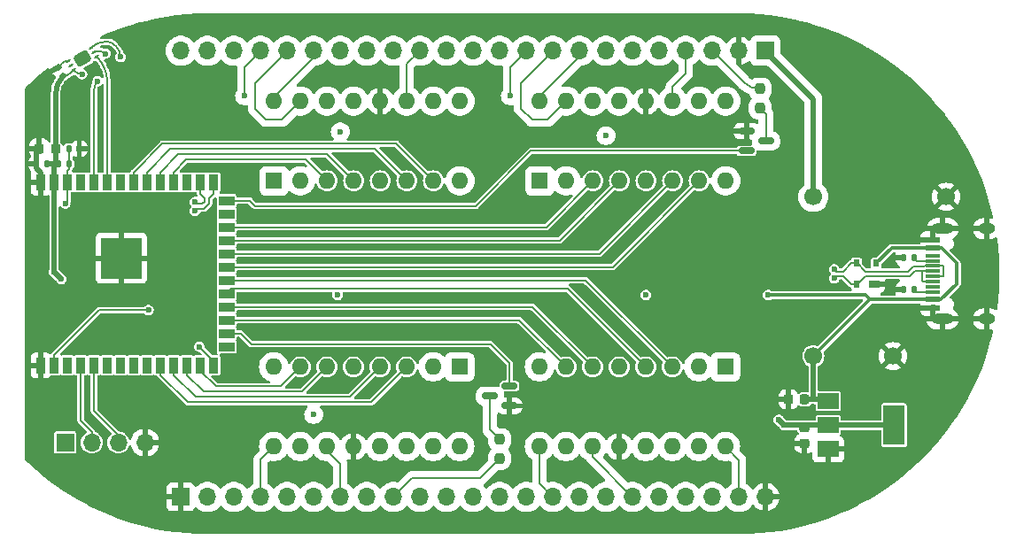
<source format=gbr>
%TF.GenerationSoftware,KiCad,Pcbnew,7.0.5*%
%TF.CreationDate,2023-07-04T20:42:27-04:00*%
%TF.ProjectId,Nixie Clock,4e697869-6520-4436-9c6f-636b2e6b6963,rev?*%
%TF.SameCoordinates,Original*%
%TF.FileFunction,Copper,L4,Bot*%
%TF.FilePolarity,Positive*%
%FSLAX46Y46*%
G04 Gerber Fmt 4.6, Leading zero omitted, Abs format (unit mm)*
G04 Created by KiCad (PCBNEW 7.0.5) date 2023-07-04 20:42:27*
%MOMM*%
%LPD*%
G01*
G04 APERTURE LIST*
G04 Aperture macros list*
%AMRoundRect*
0 Rectangle with rounded corners*
0 $1 Rounding radius*
0 $2 $3 $4 $5 $6 $7 $8 $9 X,Y pos of 4 corners*
0 Add a 4 corners polygon primitive as box body*
4,1,4,$2,$3,$4,$5,$6,$7,$8,$9,$2,$3,0*
0 Add four circle primitives for the rounded corners*
1,1,$1+$1,$2,$3*
1,1,$1+$1,$4,$5*
1,1,$1+$1,$6,$7*
1,1,$1+$1,$8,$9*
0 Add four rect primitives between the rounded corners*
20,1,$1+$1,$2,$3,$4,$5,0*
20,1,$1+$1,$4,$5,$6,$7,0*
20,1,$1+$1,$6,$7,$8,$9,0*
20,1,$1+$1,$8,$9,$2,$3,0*%
G04 Aperture macros list end*
%TA.AperFunction,ComponentPad*%
%ADD10R,1.600000X1.600000*%
%TD*%
%TA.AperFunction,ComponentPad*%
%ADD11O,1.600000X1.600000*%
%TD*%
%TA.AperFunction,ComponentPad*%
%ADD12C,1.700000*%
%TD*%
%TA.AperFunction,ComponentPad*%
%ADD13R,1.700000X1.700000*%
%TD*%
%TA.AperFunction,ComponentPad*%
%ADD14O,1.700000X1.700000*%
%TD*%
%TA.AperFunction,SMDPad,CuDef*%
%ADD15RoundRect,0.140000X0.140000X0.170000X-0.140000X0.170000X-0.140000X-0.170000X0.140000X-0.170000X0*%
%TD*%
%TA.AperFunction,SMDPad,CuDef*%
%ADD16RoundRect,0.300000X-0.539711X0.034808X-0.239711X-0.484808X0.539711X-0.034808X0.239711X0.484808X0*%
%TD*%
%TA.AperFunction,SMDPad,CuDef*%
%ADD17RoundRect,0.055000X-0.196375X-0.049869X-0.141375X-0.145131X0.196375X0.049869X0.141375X0.145131X0*%
%TD*%
%TA.AperFunction,SMDPad,CuDef*%
%ADD18RoundRect,0.140000X0.217224X-0.036244X0.077224X0.206244X-0.217224X0.036244X-0.077224X-0.206244X0*%
%TD*%
%TA.AperFunction,SMDPad,CuDef*%
%ADD19RoundRect,0.140000X-0.140000X-0.170000X0.140000X-0.170000X0.140000X0.170000X-0.140000X0.170000X0*%
%TD*%
%TA.AperFunction,SMDPad,CuDef*%
%ADD20R,1.450000X0.600000*%
%TD*%
%TA.AperFunction,SMDPad,CuDef*%
%ADD21R,1.450000X0.300000*%
%TD*%
%TA.AperFunction,ComponentPad*%
%ADD22O,1.600000X1.000000*%
%TD*%
%TA.AperFunction,ComponentPad*%
%ADD23O,2.100000X1.000000*%
%TD*%
%TA.AperFunction,SMDPad,CuDef*%
%ADD24RoundRect,0.225000X0.225000X0.250000X-0.225000X0.250000X-0.225000X-0.250000X0.225000X-0.250000X0*%
%TD*%
%TA.AperFunction,SMDPad,CuDef*%
%ADD25RoundRect,0.135000X0.135000X0.185000X-0.135000X0.185000X-0.135000X-0.185000X0.135000X-0.185000X0*%
%TD*%
%TA.AperFunction,SMDPad,CuDef*%
%ADD26R,1.000000X0.700000*%
%TD*%
%TA.AperFunction,SMDPad,CuDef*%
%ADD27R,0.600000X0.700000*%
%TD*%
%TA.AperFunction,SMDPad,CuDef*%
%ADD28RoundRect,0.225000X-0.250000X0.225000X-0.250000X-0.225000X0.250000X-0.225000X0.250000X0.225000X0*%
%TD*%
%TA.AperFunction,SMDPad,CuDef*%
%ADD29RoundRect,0.237500X0.237500X-0.250000X0.237500X0.250000X-0.237500X0.250000X-0.237500X-0.250000X0*%
%TD*%
%TA.AperFunction,SMDPad,CuDef*%
%ADD30RoundRect,0.150000X-0.587500X-0.150000X0.587500X-0.150000X0.587500X0.150000X-0.587500X0.150000X0*%
%TD*%
%TA.AperFunction,SMDPad,CuDef*%
%ADD31R,2.000000X1.500000*%
%TD*%
%TA.AperFunction,SMDPad,CuDef*%
%ADD32R,2.000000X3.800000*%
%TD*%
%TA.AperFunction,SMDPad,CuDef*%
%ADD33RoundRect,0.237500X-0.237500X0.250000X-0.237500X-0.250000X0.237500X-0.250000X0.237500X0.250000X0*%
%TD*%
%TA.AperFunction,SMDPad,CuDef*%
%ADD34R,0.900000X1.500000*%
%TD*%
%TA.AperFunction,SMDPad,CuDef*%
%ADD35R,1.500000X0.900000*%
%TD*%
%TA.AperFunction,HeatsinkPad*%
%ADD36C,0.600000*%
%TD*%
%TA.AperFunction,SMDPad,CuDef*%
%ADD37R,3.900000X3.900000*%
%TD*%
%TA.AperFunction,SMDPad,CuDef*%
%ADD38RoundRect,0.150000X0.587500X0.150000X-0.587500X0.150000X-0.587500X-0.150000X0.587500X-0.150000X0*%
%TD*%
%TA.AperFunction,ViaPad*%
%ADD39C,0.600000*%
%TD*%
%TA.AperFunction,Conductor*%
%ADD40C,0.500000*%
%TD*%
%TA.AperFunction,Conductor*%
%ADD41C,0.200000*%
%TD*%
%TA.AperFunction,Conductor*%
%ADD42C,0.350000*%
%TD*%
%TA.AperFunction,Conductor*%
%ADD43C,0.150000*%
%TD*%
G04 APERTURE END LIST*
D10*
%TO.P,U3,1,~{Q8}*%
%TO.N,3_8*%
X176515000Y-92720000D03*
D11*
%TO.P,U3,2,~{Q9}*%
%TO.N,3_9*%
X173975000Y-92720000D03*
%TO.P,U3,3,A*%
%TO.N,3_A*%
X171435000Y-92720000D03*
%TO.P,U3,4,D*%
%TO.N,3_D*%
X168895000Y-92720000D03*
%TO.P,U3,5,VCC*%
%TO.N,+5V*%
X166355000Y-92720000D03*
%TO.P,U3,6,B*%
%TO.N,3_B*%
X163815000Y-92720000D03*
%TO.P,U3,7,C*%
%TO.N,3_C*%
X161275000Y-92720000D03*
%TO.P,U3,8,~{Q2}*%
%TO.N,3_2*%
X158735000Y-92720000D03*
%TO.P,U3,9,~{Q3}*%
%TO.N,3_3*%
X158735000Y-100340000D03*
%TO.P,U3,10,~{Q7}*%
%TO.N,3_7*%
X161275000Y-100340000D03*
%TO.P,U3,11,~{Q6}*%
%TO.N,3_6*%
X163815000Y-100340000D03*
%TO.P,U3,12,GND*%
%TO.N,GND*%
X166355000Y-100340000D03*
%TO.P,U3,13,~{Q4}*%
%TO.N,3_4*%
X168895000Y-100340000D03*
%TO.P,U3,14,~{Q5}*%
%TO.N,3_5*%
X171435000Y-100340000D03*
%TO.P,U3,15,~{Q1}*%
%TO.N,3_1*%
X173975000Y-100340000D03*
%TO.P,U3,16,~{Q0}*%
%TO.N,3_0*%
X176515000Y-100340000D03*
%TD*%
D12*
%TO.P,U7,1,Vin*%
%TO.N,+5V*%
X210312000Y-91694000D03*
%TO.P,U7,2,Vout*%
%TO.N,+170v*%
X210312000Y-76454000D03*
%TO.P,U7,3,GND*%
%TO.N,GND*%
X223012000Y-76454000D03*
X217932000Y-91694000D03*
%TD*%
D10*
%TO.P,U2,1,~{Q8}*%
%TO.N,2_8*%
X184165000Y-74920000D03*
D11*
%TO.P,U2,2,~{Q9}*%
%TO.N,2_9*%
X186705000Y-74920000D03*
%TO.P,U2,3,A*%
%TO.N,2_A*%
X189245000Y-74920000D03*
%TO.P,U2,4,D*%
%TO.N,2_D*%
X191785000Y-74920000D03*
%TO.P,U2,5,VCC*%
%TO.N,+5V*%
X194325000Y-74920000D03*
%TO.P,U2,6,B*%
%TO.N,2_B*%
X196865000Y-74920000D03*
%TO.P,U2,7,C*%
%TO.N,2_C*%
X199405000Y-74920000D03*
%TO.P,U2,8,~{Q2}*%
%TO.N,2_2*%
X201945000Y-74920000D03*
%TO.P,U2,9,~{Q3}*%
%TO.N,2_3*%
X201945000Y-67300000D03*
%TO.P,U2,10,~{Q7}*%
%TO.N,2_7*%
X199405000Y-67300000D03*
%TO.P,U2,11,~{Q6}*%
%TO.N,2_6*%
X196865000Y-67300000D03*
%TO.P,U2,12,GND*%
%TO.N,GND*%
X194325000Y-67300000D03*
%TO.P,U2,13,~{Q4}*%
%TO.N,2_4*%
X191785000Y-67300000D03*
%TO.P,U2,14,~{Q5}*%
%TO.N,2_5*%
X189245000Y-67300000D03*
%TO.P,U2,15,~{Q1}*%
%TO.N,2_1*%
X186705000Y-67300000D03*
%TO.P,U2,16,~{Q0}*%
%TO.N,2_0*%
X184165000Y-67300000D03*
%TD*%
D13*
%TO.P,J2,1,Pin_1*%
%TO.N,+3V3*%
X138811000Y-99949000D03*
D14*
%TO.P,J2,2,Pin_2*%
%TO.N,TX*%
X141351000Y-99949000D03*
%TO.P,J2,3,Pin_3*%
%TO.N,RX*%
X143891000Y-99949000D03*
%TO.P,J2,4,Pin_4*%
%TO.N,GND*%
X146431000Y-99949000D03*
%TD*%
D10*
%TO.P,U4,1,~{Q8}*%
%TO.N,4_8*%
X201915000Y-92720000D03*
D11*
%TO.P,U4,2,~{Q9}*%
%TO.N,4_9*%
X199375000Y-92720000D03*
%TO.P,U4,3,A*%
%TO.N,4_A*%
X196835000Y-92720000D03*
%TO.P,U4,4,D*%
%TO.N,4_D*%
X194295000Y-92720000D03*
%TO.P,U4,5,VCC*%
%TO.N,+5V*%
X191755000Y-92720000D03*
%TO.P,U4,6,B*%
%TO.N,4_B*%
X189215000Y-92720000D03*
%TO.P,U4,7,C*%
%TO.N,4_C*%
X186675000Y-92720000D03*
%TO.P,U4,8,~{Q2}*%
%TO.N,4_2*%
X184135000Y-92720000D03*
%TO.P,U4,9,~{Q3}*%
%TO.N,4_3*%
X184135000Y-100340000D03*
%TO.P,U4,10,~{Q7}*%
%TO.N,4_7*%
X186675000Y-100340000D03*
%TO.P,U4,11,~{Q6}*%
%TO.N,4_6*%
X189215000Y-100340000D03*
%TO.P,U4,12,GND*%
%TO.N,GND*%
X191755000Y-100340000D03*
%TO.P,U4,13,~{Q4}*%
%TO.N,4_4*%
X194295000Y-100340000D03*
%TO.P,U4,14,~{Q5}*%
%TO.N,4_5*%
X196835000Y-100340000D03*
%TO.P,U4,15,~{Q1}*%
%TO.N,4_1*%
X199375000Y-100340000D03*
%TO.P,U4,16,~{Q0}*%
%TO.N,4_0*%
X201915000Y-100340000D03*
%TD*%
D13*
%TO.P,J4,1,Pin_1*%
%TO.N,GND*%
X149860000Y-105156000D03*
D14*
%TO.P,J4,2,Pin_2*%
%TO.N,3_1*%
X152400000Y-105156000D03*
%TO.P,J4,3,Pin_3*%
%TO.N,3_7*%
X154940000Y-105156000D03*
%TO.P,J4,4,Pin_4*%
%TO.N,3_3*%
X157480000Y-105156000D03*
%TO.P,J4,5,Pin_5*%
%TO.N,3_4*%
X160020000Y-105156000D03*
%TO.P,J4,6,Pin_6*%
%TO.N,3_5*%
X162560000Y-105156000D03*
%TO.P,J4,7,Pin_7*%
%TO.N,3_6*%
X165100000Y-105156000D03*
%TO.P,J4,8,Pin_8*%
%TO.N,3_2*%
X167640000Y-105156000D03*
%TO.P,J4,9,Pin_9*%
%TO.N,LDP*%
X170180000Y-105156000D03*
%TO.P,J4,10,Pin_10*%
%TO.N,3_8*%
X172720000Y-105156000D03*
%TO.P,J4,11,Pin_11*%
%TO.N,3_9*%
X175260000Y-105156000D03*
%TO.P,J4,12,Pin_12*%
%TO.N,3_0*%
X177800000Y-105156000D03*
%TO.P,J4,13,Pin_13*%
%TO.N,4_1*%
X180340000Y-105156000D03*
%TO.P,J4,14,Pin_14*%
%TO.N,4_7*%
X182880000Y-105156000D03*
%TO.P,J4,15,Pin_15*%
%TO.N,4_3*%
X185420000Y-105156000D03*
%TO.P,J4,16,Pin_16*%
%TO.N,4_4*%
X187960000Y-105156000D03*
%TO.P,J4,17,Pin_17*%
%TO.N,4_5*%
X190500000Y-105156000D03*
%TO.P,J4,18,Pin_18*%
%TO.N,4_6*%
X193040000Y-105156000D03*
%TO.P,J4,19,Pin_19*%
%TO.N,4_2*%
X195580000Y-105156000D03*
%TO.P,J4,20,Pin_20*%
%TO.N,4_8*%
X198120000Y-105156000D03*
%TO.P,J4,21,Pin_21*%
%TO.N,4_9*%
X200660000Y-105156000D03*
%TO.P,J4,22,Pin_22*%
%TO.N,4_0*%
X203200000Y-105156000D03*
%TO.P,J4,23,Pin_23*%
%TO.N,GND*%
X205740000Y-105156000D03*
%TD*%
D13*
%TO.P,J3,1,Pin_1*%
%TO.N,+170v*%
X205740000Y-62484000D03*
D14*
%TO.P,J3,2,Pin_2*%
%TO.N,GND*%
X203200000Y-62484000D03*
%TO.P,J3,3,Pin_3*%
%TO.N,RDP*%
X200660000Y-62484000D03*
%TO.P,J3,4,Pin_4*%
%TO.N,2_6*%
X198120000Y-62484000D03*
%TO.P,J3,5,Pin_5*%
%TO.N,2_2*%
X195580000Y-62484000D03*
%TO.P,J3,6,Pin_6*%
%TO.N,2_8*%
X193040000Y-62484000D03*
%TO.P,J3,7,Pin_7*%
%TO.N,2_9*%
X190500000Y-62484000D03*
%TO.P,J3,8,Pin_8*%
%TO.N,2_0*%
X187960000Y-62484000D03*
%TO.P,J3,9,Pin_9*%
%TO.N,2_1*%
X185420000Y-62484000D03*
%TO.P,J3,10,Pin_10*%
%TO.N,2_7*%
X182880000Y-62484000D03*
%TO.P,J3,11,Pin_11*%
%TO.N,2_3*%
X180340000Y-62484000D03*
%TO.P,J3,12,Pin_12*%
%TO.N,2_4*%
X177800000Y-62484000D03*
%TO.P,J3,13,Pin_13*%
%TO.N,2_5*%
X175260000Y-62484000D03*
%TO.P,J3,14,Pin_14*%
%TO.N,1_6*%
X172720000Y-62484000D03*
%TO.P,J3,15,Pin_15*%
%TO.N,1_2*%
X170180000Y-62484000D03*
%TO.P,J3,16,Pin_16*%
%TO.N,1_8*%
X167640000Y-62484000D03*
%TO.P,J3,17,Pin_17*%
%TO.N,1_9*%
X165100000Y-62484000D03*
%TO.P,J3,18,Pin_18*%
%TO.N,1_0*%
X162560000Y-62484000D03*
%TO.P,J3,19,Pin_19*%
%TO.N,1_1*%
X160020000Y-62484000D03*
%TO.P,J3,20,Pin_20*%
%TO.N,1_7*%
X157480000Y-62484000D03*
%TO.P,J3,21,Pin_21*%
%TO.N,1_3*%
X154940000Y-62484000D03*
%TO.P,J3,22,Pin_22*%
%TO.N,1_4*%
X152400000Y-62484000D03*
%TO.P,J3,23,Pin_23*%
%TO.N,1_5*%
X149860000Y-62484000D03*
%TD*%
D10*
%TO.P,U1,1,~{Q8}*%
%TO.N,1_8*%
X158765000Y-74920000D03*
D11*
%TO.P,U1,2,~{Q9}*%
%TO.N,1_9*%
X161305000Y-74920000D03*
%TO.P,U1,3,A*%
%TO.N,1_A*%
X163845000Y-74920000D03*
%TO.P,U1,4,D*%
%TO.N,1_D*%
X166385000Y-74920000D03*
%TO.P,U1,5,VCC*%
%TO.N,+5V*%
X168925000Y-74920000D03*
%TO.P,U1,6,B*%
%TO.N,1_B*%
X171465000Y-74920000D03*
%TO.P,U1,7,C*%
%TO.N,1_C*%
X174005000Y-74920000D03*
%TO.P,U1,8,~{Q2}*%
%TO.N,1_2*%
X176545000Y-74920000D03*
%TO.P,U1,9,~{Q3}*%
%TO.N,1_3*%
X176545000Y-67300000D03*
%TO.P,U1,10,~{Q7}*%
%TO.N,1_7*%
X174005000Y-67300000D03*
%TO.P,U1,11,~{Q6}*%
%TO.N,1_6*%
X171465000Y-67300000D03*
%TO.P,U1,12,GND*%
%TO.N,GND*%
X168925000Y-67300000D03*
%TO.P,U1,13,~{Q4}*%
%TO.N,1_4*%
X166385000Y-67300000D03*
%TO.P,U1,14,~{Q5}*%
%TO.N,1_5*%
X163845000Y-67300000D03*
%TO.P,U1,15,~{Q1}*%
%TO.N,1_1*%
X161305000Y-67300000D03*
%TO.P,U1,16,~{Q0}*%
%TO.N,1_0*%
X158765000Y-67300000D03*
%TD*%
D15*
%TO.P,C4,1*%
%TO.N,+3V3*%
X137030400Y-73304400D03*
%TO.P,C4,2*%
%TO.N,GND*%
X136070400Y-73304400D03*
%TD*%
D16*
%TO.P,PD1,*%
%TO.N,*%
X140462000Y-63246000D03*
D17*
%TO.P,PD1,1,VCC*%
%TO.N,+3V3*%
X139616148Y-64320941D03*
%TO.P,PD1,2,INT*%
%TO.N,unconnected-(PD1-INT-Pad2)*%
X139362148Y-63881000D03*
%TO.P,PD1,3,GND*%
%TO.N,GND*%
X139108148Y-63441059D03*
%TO.P,PD1,4,SDA*%
%TO.N,SDA*%
X141307852Y-62171059D03*
%TO.P,PD1,5,DVI*%
%TO.N,+3V3*%
X141561852Y-62611000D03*
%TO.P,PD1,6,SCL*%
%TO.N,SCL*%
X141815852Y-63050941D03*
%TD*%
D18*
%TO.P,C6,1*%
%TO.N,+3V3*%
X138619200Y-64880892D03*
%TO.P,C6,2*%
%TO.N,GND*%
X138139200Y-64049508D03*
%TD*%
D19*
%TO.P,C5,1*%
%TO.N,RST*%
X139192000Y-71831200D03*
%TO.P,C5,2*%
%TO.N,GND*%
X140152000Y-71831200D03*
%TD*%
D20*
%TO.P,J1,A1,GND*%
%TO.N,GND*%
X221761000Y-80570000D03*
%TO.P,J1,A4,VBUS*%
%TO.N,+5V*%
X221761000Y-81370000D03*
D21*
%TO.P,J1,A5,CC1*%
%TO.N,Net-(J1-CC1)*%
X221761000Y-82570000D03*
%TO.P,J1,A6,D+*%
%TO.N,D+*%
X221761000Y-83570000D03*
%TO.P,J1,A7,D-*%
%TO.N,D-*%
X221761000Y-84070000D03*
%TO.P,J1,A8,SBU1*%
%TO.N,unconnected-(J1-SBU1-PadA8)*%
X221761000Y-85070000D03*
D20*
%TO.P,J1,A9,VBUS*%
%TO.N,+5V*%
X221761000Y-86270000D03*
%TO.P,J1,A12,GND*%
%TO.N,GND*%
X221761000Y-87070000D03*
%TO.P,J1,B1,GND*%
X221761000Y-87070000D03*
%TO.P,J1,B4,VBUS*%
%TO.N,+5V*%
X221761000Y-86270000D03*
D21*
%TO.P,J1,B5,CC2*%
%TO.N,Net-(J1-CC2)*%
X221761000Y-85570000D03*
%TO.P,J1,B6,D+*%
%TO.N,D+*%
X221761000Y-84570000D03*
%TO.P,J1,B7,D-*%
%TO.N,D-*%
X221761000Y-83070000D03*
%TO.P,J1,B8,SBU2*%
%TO.N,unconnected-(J1-SBU2-PadB8)*%
X221761000Y-82070000D03*
D20*
%TO.P,J1,B9,VBUS*%
%TO.N,+5V*%
X221761000Y-81370000D03*
%TO.P,J1,B12,GND*%
%TO.N,GND*%
X221761000Y-80570000D03*
D22*
%TO.P,J1,S1,SHIELD*%
X226856000Y-79500000D03*
D23*
X222676000Y-79500000D03*
D22*
X226856000Y-88140000D03*
D23*
X222676000Y-88140000D03*
%TD*%
D24*
%TO.P,C1,1*%
%TO.N,+5V*%
X209487000Y-95824000D03*
%TO.P,C1,2*%
%TO.N,GND*%
X207937000Y-95824000D03*
%TD*%
D25*
%TO.P,R3,1*%
%TO.N,RST*%
X139194000Y-73304400D03*
%TO.P,R3,2*%
%TO.N,+3V3*%
X138174000Y-73304400D03*
%TD*%
D24*
%TO.P,C3,1*%
%TO.N,+3V3*%
X137884200Y-71831200D03*
%TO.P,C3,2*%
%TO.N,GND*%
X136334200Y-71831200D03*
%TD*%
D25*
%TO.P,R1,1*%
%TO.N,Net-(J1-CC1)*%
X219966000Y-82296000D03*
%TO.P,R1,2*%
%TO.N,GND*%
X218946000Y-82296000D03*
%TD*%
D26*
%TO.P,D1,1,GND*%
%TO.N,GND*%
X216142000Y-84820000D03*
D27*
%TO.P,D1,2,I/O1*%
%TO.N,D+*%
X214442000Y-84820000D03*
%TO.P,D1,3,I/O2*%
%TO.N,D-*%
X214442000Y-82820000D03*
%TO.P,D1,4,VCC*%
%TO.N,+5V*%
X216342000Y-82820000D03*
%TD*%
D28*
%TO.P,C2,1*%
%TO.N,+3V3*%
X209474000Y-98488200D03*
%TO.P,C2,2*%
%TO.N,GND*%
X209474000Y-100038200D03*
%TD*%
D29*
%TO.P,R5,1*%
%TO.N,LDP*%
X180340000Y-101496500D03*
%TO.P,R5,2*%
%TO.N,Net-(Q2-D)*%
X180340000Y-99671500D03*
%TD*%
D30*
%TO.P,Q1,1,G*%
%TO.N,C_RDP*%
X203913500Y-72070000D03*
%TO.P,Q1,2,S*%
%TO.N,GND*%
X203913500Y-70170000D03*
%TO.P,Q1,3,D*%
%TO.N,Net-(Q1-D)*%
X205788500Y-71120000D03*
%TD*%
D31*
%TO.P,U6,1,GND*%
%TO.N,GND*%
X211734000Y-100598000D03*
%TO.P,U6,2,VO*%
%TO.N,+3V3*%
X211734000Y-98298000D03*
D32*
X218034000Y-98298000D03*
D31*
%TO.P,U6,3,VI*%
%TO.N,+5V*%
X211734000Y-95998000D03*
%TD*%
D33*
%TO.P,R4,1*%
%TO.N,RDP*%
X205232000Y-66143500D03*
%TO.P,R4,2*%
%TO.N,Net-(Q1-D)*%
X205232000Y-67968500D03*
%TD*%
D34*
%TO.P,U5,1,GND*%
%TO.N,GND*%
X136472000Y-75070000D03*
%TO.P,U5,2,3V3*%
%TO.N,+3V3*%
X137742000Y-75070000D03*
%TO.P,U5,3,EN*%
%TO.N,RST*%
X139012000Y-75070000D03*
%TO.P,U5,4,IO4*%
%TO.N,unconnected-(U5-IO4-Pad4)*%
X140282000Y-75070000D03*
%TO.P,U5,5,IO5*%
%TO.N,SDA*%
X141552000Y-75070000D03*
%TO.P,U5,6,IO6*%
%TO.N,SCL*%
X142822000Y-75070000D03*
%TO.P,U5,7,IO7*%
%TO.N,unconnected-(U5-IO7-Pad7)*%
X144092000Y-75070000D03*
%TO.P,U5,8,IO15*%
%TO.N,1_C*%
X145362000Y-75070000D03*
%TO.P,U5,9,IO16*%
%TO.N,1_B*%
X146632000Y-75070000D03*
%TO.P,U5,10,IO17*%
%TO.N,1_D*%
X147902000Y-75070000D03*
%TO.P,U5,11,IO18*%
%TO.N,1_A*%
X149172000Y-75070000D03*
%TO.P,U5,12,IO8*%
%TO.N,unconnected-(U5-IO8-Pad12)*%
X150442000Y-75070000D03*
%TO.P,U5,13,IO19*%
%TO.N,D-*%
X151712000Y-75070000D03*
%TO.P,U5,14,IO20*%
%TO.N,D+*%
X152982000Y-75070000D03*
D35*
%TO.P,U5,15,IO3*%
%TO.N,C_RDP*%
X154232000Y-76835000D03*
%TO.P,U5,16,IO46*%
%TO.N,unconnected-(U5-IO46-Pad16)*%
X154232000Y-78105000D03*
%TO.P,U5,17,IO9*%
%TO.N,2_A*%
X154232000Y-79375000D03*
%TO.P,U5,18,IO10*%
%TO.N,2_D*%
X154232000Y-80645000D03*
%TO.P,U5,19,IO11*%
%TO.N,2_B*%
X154232000Y-81915000D03*
%TO.P,U5,20,IO12*%
%TO.N,2_C*%
X154232000Y-83185000D03*
%TO.P,U5,21,IO13*%
%TO.N,4_A*%
X154232000Y-84455000D03*
%TO.P,U5,22,IO14*%
%TO.N,4_D*%
X154232000Y-85725000D03*
%TO.P,U5,23,IO21*%
%TO.N,4_B*%
X154232000Y-86995000D03*
%TO.P,U5,24,IO33*%
%TO.N,4_C*%
X154232000Y-88265000D03*
%TO.P,U5,25,IO34*%
%TO.N,C_LDP*%
X154232000Y-89535000D03*
%TO.P,U5,26,IO45*%
%TO.N,unconnected-(U5-IO45-Pad26)*%
X154232000Y-90805000D03*
D34*
%TO.P,U5,27,IO0*%
%TO.N,Boot*%
X152982000Y-92570000D03*
%TO.P,U5,28,IO35*%
%TO.N,3_C*%
X151712000Y-92570000D03*
%TO.P,U5,29,IO36*%
%TO.N,3_B*%
X150442000Y-92570000D03*
%TO.P,U5,30,IO37*%
%TO.N,3_D*%
X149172000Y-92570000D03*
%TO.P,U5,31,IO38*%
%TO.N,3_A*%
X147902000Y-92570000D03*
%TO.P,U5,32,IO39*%
%TO.N,unconnected-(U5-IO39-Pad32)*%
X146632000Y-92570000D03*
%TO.P,U5,33,IO40*%
%TO.N,unconnected-(U5-IO40-Pad33)*%
X145362000Y-92570000D03*
%TO.P,U5,34,IO41*%
%TO.N,unconnected-(U5-IO41-Pad34)*%
X144092000Y-92570000D03*
%TO.P,U5,35,IO42*%
%TO.N,unconnected-(U5-IO42-Pad35)*%
X142822000Y-92570000D03*
%TO.P,U5,36,RXD0*%
%TO.N,RX*%
X141552000Y-92570000D03*
%TO.P,U5,37,TXD0*%
%TO.N,TX*%
X140282000Y-92570000D03*
%TO.P,U5,38*%
%TO.N,N/C*%
X139012000Y-92570000D03*
%TO.P,U5,39,IO1*%
%TO.N,LED*%
X137742000Y-92570000D03*
%TO.P,U5,40,GND*%
%TO.N,GND*%
X136472000Y-92570000D03*
D36*
%TO.P,U5,41,GND*%
X144892000Y-80920000D03*
X143492000Y-80920000D03*
X145592000Y-81620000D03*
X144192000Y-81620000D03*
X142792000Y-81620000D03*
X144892000Y-82320000D03*
D37*
X144192000Y-82320000D03*
D36*
X143492000Y-82320000D03*
X145592000Y-83020000D03*
X144192000Y-83020000D03*
X142792000Y-83020000D03*
X144892000Y-83720000D03*
X143492000Y-83720000D03*
%TD*%
D25*
%TO.P,R2,1*%
%TO.N,Net-(J1-CC2)*%
X219966000Y-85344000D03*
%TO.P,R2,2*%
%TO.N,GND*%
X218946000Y-85344000D03*
%TD*%
D38*
%TO.P,Q2,1,G*%
%TO.N,C_LDP*%
X181277500Y-94554000D03*
%TO.P,Q2,2,S*%
%TO.N,GND*%
X181277500Y-96454000D03*
%TO.P,Q2,3,D*%
%TO.N,Net-(Q2-D)*%
X179402500Y-95504000D03*
%TD*%
D39*
%TO.N,GND*%
X143408400Y-87985600D03*
X155829000Y-78613000D03*
X170815000Y-73025000D03*
X157607000Y-89916000D03*
X136144000Y-100711000D03*
X182753000Y-90551000D03*
X197358000Y-102489000D03*
X200507600Y-84480400D03*
X189611000Y-90424000D03*
X182118000Y-82550000D03*
X165481000Y-87630000D03*
X198628000Y-65659000D03*
X192151000Y-77470000D03*
X156845000Y-100330000D03*
X186563000Y-72771000D03*
X215519000Y-81788000D03*
X181991000Y-102235000D03*
X195707000Y-96393000D03*
X204851000Y-64516000D03*
X196723000Y-90551000D03*
X195072000Y-70485000D03*
X193167000Y-65405000D03*
X185547000Y-90424000D03*
X175006000Y-76581000D03*
X192913000Y-80137000D03*
X155702000Y-82550000D03*
X193040000Y-87249000D03*
X217932000Y-82677000D03*
X167386000Y-73025000D03*
X192786000Y-90043000D03*
X164465000Y-80010000D03*
X143129000Y-63576200D03*
X173736000Y-97917000D03*
X151638000Y-80721200D03*
X211201000Y-82677000D03*
X195707000Y-73025000D03*
X200152000Y-76581000D03*
X186563000Y-97282000D03*
X163957000Y-82550000D03*
X178181000Y-96774000D03*
X156565600Y-70662800D03*
X199136000Y-69723000D03*
X150774400Y-73660000D03*
X201676000Y-98552000D03*
X170815000Y-102616000D03*
X186690000Y-87376000D03*
X145034000Y-97790000D03*
X213741000Y-86741000D03*
X189865000Y-87122000D03*
X140258800Y-87731600D03*
X176530000Y-98425000D03*
X138303000Y-85725000D03*
X138430000Y-97917000D03*
X156718000Y-73660000D03*
X149301200Y-70561200D03*
X184658000Y-77470000D03*
X164719000Y-94615000D03*
X160909000Y-102489000D03*
X179197000Y-92964000D03*
X173355000Y-69723000D03*
X150368000Y-84988400D03*
X141478000Y-97917000D03*
X206121000Y-83312000D03*
X190500000Y-73025000D03*
X184531000Y-71120000D03*
X200914000Y-82550000D03*
X144018000Y-90170000D03*
X166751000Y-80010000D03*
X165100000Y-76327000D03*
X201295000Y-102743000D03*
X159893000Y-97155000D03*
X216408000Y-87376000D03*
X138938000Y-83185000D03*
X163728400Y-73355200D03*
X152654000Y-87503000D03*
X142189200Y-69113400D03*
X146812000Y-94615000D03*
X164084000Y-87630000D03*
X141528800Y-89052400D03*
X193167000Y-82931000D03*
X195961000Y-76962000D03*
X168783000Y-78613000D03*
X190373000Y-82550000D03*
X136779000Y-84582000D03*
X187960000Y-77343000D03*
X141986000Y-86410800D03*
X195199000Y-80645000D03*
X170053000Y-70485000D03*
X169926000Y-82550000D03*
X155829000Y-92837000D03*
X174244000Y-96520000D03*
X191897000Y-85090000D03*
X139700000Y-65633600D03*
X155702000Y-80010000D03*
X195834000Y-87503000D03*
X201676000Y-65151000D03*
X172847000Y-65532000D03*
X181229000Y-97917000D03*
X202311000Y-94996000D03*
X141935200Y-64490600D03*
X206883000Y-69088000D03*
X183007000Y-87884000D03*
X217678000Y-85090000D03*
X152781000Y-90551000D03*
X187833000Y-102616000D03*
X176276000Y-65582800D03*
X165481000Y-78486000D03*
X167767000Y-65405000D03*
X148539200Y-76352400D03*
X195580000Y-84709000D03*
X170307000Y-89789000D03*
%TO.N,+5V*%
X164846000Y-85852000D03*
X205994000Y-85852000D03*
X194310000Y-85852000D03*
%TO.N,D+*%
X151200896Y-77795319D03*
X212320789Y-84245000D03*
%TO.N,D-*%
X212320789Y-83395000D03*
X151200896Y-76945319D03*
%TO.N,1_8*%
X165100000Y-70231000D03*
%TO.N,1_7*%
X155956000Y-66802000D03*
%TO.N,RST*%
X138811000Y-77089000D03*
%TO.N,+3V3*%
X137742000Y-83640000D03*
X207518000Y-98298000D03*
X138430000Y-84328000D03*
X142646400Y-62763400D03*
X207010000Y-97790000D03*
X140411200Y-64744600D03*
%TO.N,Boot*%
X151638000Y-90805000D03*
%TO.N,SDA*%
X144094200Y-63093600D03*
X141909800Y-65405000D03*
%TO.N,LED*%
X146761200Y-87274400D03*
%TO.N,2_8*%
X190500000Y-70612000D03*
%TO.N,2_7*%
X181356000Y-66802000D03*
%TO.N,3_2*%
X162560000Y-97282000D03*
%TD*%
D40*
%TO.N,GND*%
X221761000Y-87070000D02*
X221761000Y-87903000D01*
X221761000Y-87903000D02*
X221998000Y-88140000D01*
X221998000Y-88140000D02*
X222676000Y-88140000D01*
D41*
%TO.N,Net-(J1-CC1)*%
X221761000Y-82570000D02*
X220240000Y-82570000D01*
X220240000Y-82570000D02*
X219966000Y-82296000D01*
D40*
%TO.N,GND*%
X136070400Y-73738800D02*
X136070400Y-73304400D01*
X136070400Y-72095000D02*
X136070400Y-73304400D01*
X136472000Y-74140400D02*
X136070400Y-73738800D01*
X136472000Y-75070000D02*
X136472000Y-74140400D01*
D41*
X138492737Y-63695970D02*
X138139200Y-64049508D01*
D40*
X136334200Y-71831200D02*
X136070400Y-72095000D01*
D41*
X139108148Y-63441098D02*
G75*
G03*
X138492737Y-63695970I-48J-870302D01*
G01*
%TO.N,Net-(J1-CC2)*%
X220192000Y-85570000D02*
X219966000Y-85344000D01*
X221761000Y-85570000D02*
X220192000Y-85570000D01*
D42*
%TO.N,+5V*%
X221761000Y-81370000D02*
X222585340Y-81370000D01*
X221761000Y-81370000D02*
X217792000Y-81370000D01*
X215736000Y-86270000D02*
X210312000Y-91694000D01*
X222585340Y-81370000D02*
X224028000Y-82812660D01*
X215736000Y-86270000D02*
X215318000Y-85852000D01*
D40*
X209487000Y-95824000D02*
X210312000Y-95824000D01*
D42*
X215318000Y-85852000D02*
X205994000Y-85852000D01*
X224028000Y-82812660D02*
X224028000Y-84772500D01*
X221761000Y-86270000D02*
X215736000Y-86270000D01*
X224028000Y-84772500D02*
X222530500Y-86270000D01*
X222530500Y-86270000D02*
X221761000Y-86270000D01*
D40*
X210312000Y-91694000D02*
X210312000Y-95824000D01*
X211560000Y-95824000D02*
X211734000Y-95998000D01*
X210312000Y-95824000D02*
X211560000Y-95824000D01*
D42*
X217792000Y-81370000D02*
X216342000Y-82820000D01*
D41*
%TO.N,D+*%
X214492000Y-84820000D02*
X215267000Y-84045000D01*
X220786000Y-84570000D02*
X221761000Y-84570000D01*
X221761000Y-83570000D02*
X220786000Y-83570000D01*
X220049200Y-83545000D02*
X220902499Y-83545000D01*
X220927499Y-83570000D02*
X221761000Y-83570000D01*
X151400895Y-77595320D02*
X151200896Y-77795319D01*
X215267000Y-84045000D02*
X219549200Y-84045000D01*
X220902499Y-83545000D02*
X220927499Y-83570000D01*
X152982000Y-75070000D02*
X152982000Y-76195001D01*
X219549200Y-84045000D02*
X220049200Y-83545000D01*
X213916999Y-84820000D02*
X213141998Y-84045001D01*
X220786000Y-83570000D02*
X220726000Y-83630000D01*
X213141998Y-84045001D02*
X212520788Y-84045001D01*
X152982000Y-76195001D02*
X152572000Y-76605001D01*
X220726000Y-84510000D02*
X220786000Y-84570000D01*
X214442000Y-84820000D02*
X214492000Y-84820000D01*
X152572000Y-77108199D02*
X152084879Y-77595320D01*
X212520788Y-84045001D02*
X212320789Y-84245000D01*
X152572000Y-76605001D02*
X152572000Y-77108199D01*
X214442000Y-84820000D02*
X213916999Y-84820000D01*
X220726000Y-83630000D02*
X220726000Y-84510000D01*
X152084879Y-77595320D02*
X151400895Y-77595320D01*
%TO.N,D-*%
X213141998Y-83594999D02*
X212520788Y-83594999D01*
X219862800Y-83095000D02*
X220902499Y-83095000D01*
X222736000Y-84070000D02*
X221761000Y-84070000D01*
X222736000Y-83070000D02*
X222786000Y-83120000D01*
X214492000Y-82820000D02*
X215267000Y-83595000D01*
X151712000Y-76195001D02*
X152122000Y-76605001D01*
X222786000Y-84020000D02*
X222736000Y-84070000D01*
X152122000Y-76921801D02*
X151898483Y-77145318D01*
X222786000Y-83120000D02*
X222786000Y-84020000D01*
X152122000Y-76605001D02*
X152122000Y-76921801D01*
X221761000Y-83070000D02*
X222736000Y-83070000D01*
X151400895Y-77145318D02*
X151200896Y-76945319D01*
X151712000Y-75070000D02*
X151712000Y-76195001D01*
X220902499Y-83095000D02*
X220927499Y-83070000D01*
X214442000Y-82820000D02*
X214492000Y-82820000D01*
X213916999Y-82820000D02*
X213141998Y-83594999D01*
X214442000Y-82820000D02*
X213916999Y-82820000D01*
X215267000Y-83595000D02*
X219362800Y-83595000D01*
X220927499Y-83070000D02*
X221761000Y-83070000D01*
X219362800Y-83595000D02*
X219862800Y-83095000D01*
X151898483Y-77145318D02*
X151400895Y-77145318D01*
X212520788Y-83594999D02*
X212320789Y-83395000D01*
D43*
%TO.N,1_7*%
X155956000Y-66802000D02*
X155956000Y-64033000D01*
X155956000Y-64033000D02*
X157480000Y-62509000D01*
%TO.N,1_6*%
X171465000Y-63764000D02*
X172720000Y-62509000D01*
X171465000Y-67300000D02*
X171465000Y-63764000D01*
%TO.N,1_1*%
X159517000Y-69088000D02*
X157988000Y-69088000D01*
X156972000Y-68072000D02*
X156972000Y-65557000D01*
X161305000Y-67300000D02*
X159517000Y-69088000D01*
X157988000Y-69088000D02*
X156972000Y-68072000D01*
X156972000Y-65557000D02*
X160020000Y-62509000D01*
%TO.N,1_0*%
X158765000Y-67300000D02*
X158765000Y-66914000D01*
X162560000Y-63119000D02*
X162560000Y-62509000D01*
X158765000Y-66914000D02*
X162560000Y-63119000D01*
D41*
%TO.N,RST*%
X139012000Y-73980700D02*
X139194000Y-73798700D01*
X139012000Y-75070000D02*
X139012000Y-73980700D01*
X139194000Y-73304400D02*
X139194000Y-71833200D01*
X139012000Y-76888000D02*
X139012000Y-75070000D01*
X139194000Y-73798700D02*
X139194000Y-73304400D01*
X139194000Y-71833200D02*
X139192000Y-71831200D01*
X138811000Y-77089000D02*
X139012000Y-76888000D01*
D40*
%TO.N,+3V3*%
X207518000Y-98298000D02*
X207010000Y-97790000D01*
X137884200Y-71831200D02*
X137884200Y-66655338D01*
X137884200Y-73189800D02*
X137769600Y-73304400D01*
X218034000Y-98298000D02*
X211734000Y-98298000D01*
D41*
X142138400Y-62509400D02*
X141807136Y-62509400D01*
D40*
X207518000Y-98298000D02*
X209283800Y-98298000D01*
D41*
X139616148Y-64320941D02*
X139777192Y-64481985D01*
X139365200Y-64571888D02*
X139616148Y-64320941D01*
D40*
X209283800Y-98298000D02*
X209474000Y-98488200D01*
X137742000Y-83640000D02*
X138430000Y-84328000D01*
X137742000Y-73332000D02*
X137769600Y-73304400D01*
D41*
X142646400Y-62763400D02*
X142572005Y-62689005D01*
D40*
X137742000Y-75070000D02*
X137742000Y-73332000D01*
X137884200Y-71831200D02*
X137884200Y-73189800D01*
X137769600Y-73304400D02*
X137030400Y-73304400D01*
X211734000Y-98298000D02*
X207518000Y-98298000D01*
X137742000Y-83640000D02*
X137742000Y-75070000D01*
X138174000Y-73304400D02*
X137769600Y-73304400D01*
D41*
X139777197Y-64481980D02*
G75*
G03*
X140411200Y-64744600I634003J633980D01*
G01*
X141807136Y-62509431D02*
G75*
G03*
X141561853Y-62611001I-36J-346869D01*
G01*
D40*
X138619190Y-64880882D02*
G75*
G03*
X137884200Y-66655338I1774410J-1774418D01*
G01*
D41*
X138619200Y-64880894D02*
G75*
G03*
X139365199Y-64571887I0J1054994D01*
G01*
X142572003Y-62689007D02*
G75*
G03*
X142138400Y-62509400I-433603J-433593D01*
G01*
%TO.N,Boot*%
X151638000Y-90805000D02*
X152982000Y-92149000D01*
X152982000Y-92149000D02*
X152982000Y-92570000D01*
%TO.N,SDA*%
X142799548Y-61620400D02*
X142637260Y-61620400D01*
X141552000Y-75070000D02*
X141552000Y-66268805D01*
X143663148Y-62052947D02*
X143535400Y-61925200D01*
X143535365Y-61925235D02*
G75*
G03*
X142799548Y-61620400I-735865J-735765D01*
G01*
X144094202Y-63093600D02*
G75*
G03*
X143663148Y-62052947I-1471702J0D01*
G01*
X142637260Y-61620382D02*
G75*
G03*
X141307852Y-62171059I40J-1880118D01*
G01*
X141909798Y-65404998D02*
G75*
G03*
X141552000Y-66268805I863802J-863802D01*
G01*
%TO.N,SCL*%
X142822000Y-75070000D02*
X142822000Y-65479997D01*
X142822003Y-65479997D02*
G75*
G03*
X141815852Y-63050941I-3435203J-3D01*
G01*
%TO.N,RX*%
X143891000Y-99250500D02*
X143891000Y-99949000D01*
X141552000Y-92570000D02*
X141552000Y-96911500D01*
X141552000Y-96911500D02*
X143891000Y-99250500D01*
%TO.N,TX*%
X140282000Y-92570000D02*
X140282000Y-97864000D01*
X140282000Y-97864000D02*
X141351000Y-98933000D01*
X141351000Y-98933000D02*
X141351000Y-99949000D01*
%TO.N,Net-(Q2-D)*%
X180340000Y-99671500D02*
X179402500Y-98734000D01*
X179402500Y-98734000D02*
X179402500Y-95504000D01*
%TO.N,Net-(Q1-D)*%
X205232000Y-67968500D02*
X205788500Y-68525000D01*
X205788500Y-68525000D02*
X205788500Y-71120000D01*
%TO.N,C_RDP*%
X156972000Y-77343000D02*
X156464000Y-76835000D01*
X203913500Y-72070000D02*
X183327000Y-72070000D01*
X183327000Y-72070000D02*
X178054000Y-77343000D01*
X156464000Y-76835000D02*
X154232000Y-76835000D01*
X178054000Y-77343000D02*
X156972000Y-77343000D01*
%TO.N,C_LDP*%
X181277500Y-92377500D02*
X179451000Y-90551000D01*
X156591000Y-90551000D02*
X155575000Y-89535000D01*
X179451000Y-90551000D02*
X156591000Y-90551000D01*
X181277500Y-94554000D02*
X181277500Y-92377500D01*
X155575000Y-89535000D02*
X154232000Y-89535000D01*
%TO.N,LED*%
X137742000Y-91620000D02*
X137742000Y-92570000D01*
X142087600Y-87274400D02*
X137742000Y-91620000D01*
X146761200Y-87274400D02*
X142087600Y-87274400D01*
%TO.N,1_A*%
X161823000Y-72898000D02*
X150394000Y-72898000D01*
X163845000Y-74920000D02*
X161823000Y-72898000D01*
X149172000Y-74120000D02*
X149172000Y-75070000D01*
X150394000Y-72898000D02*
X149172000Y-74120000D01*
%TO.N,1_D*%
X147902000Y-74120000D02*
X147902000Y-75070000D01*
X163855000Y-72390000D02*
X149632000Y-72390000D01*
X166385000Y-74920000D02*
X163855000Y-72390000D01*
X149632000Y-72390000D02*
X147902000Y-74120000D01*
%TO.N,1_B*%
X148870000Y-71882000D02*
X146632000Y-74120000D01*
X146632000Y-74120000D02*
X146632000Y-75070000D01*
X168427000Y-71882000D02*
X148870000Y-71882000D01*
X171465000Y-74920000D02*
X168427000Y-71882000D01*
%TO.N,1_C*%
X170459000Y-71374000D02*
X148108000Y-71374000D01*
X174005000Y-74920000D02*
X170459000Y-71374000D01*
X145362000Y-74120000D02*
X145362000Y-75070000D01*
X148108000Y-71374000D02*
X145362000Y-74120000D01*
%TO.N,2_A*%
X154232000Y-79375000D02*
X184790000Y-79375000D01*
X184790000Y-79375000D02*
X189245000Y-74920000D01*
%TO.N,2_D*%
X186060000Y-80645000D02*
X154232000Y-80645000D01*
X191785000Y-74920000D02*
X186060000Y-80645000D01*
%TO.N,2_B*%
X154232000Y-81915000D02*
X189870000Y-81915000D01*
X189870000Y-81915000D02*
X196865000Y-74920000D01*
%TO.N,2_C*%
X199405000Y-74920000D02*
X191140000Y-83185000D01*
X191140000Y-83185000D02*
X154232000Y-83185000D01*
D43*
%TO.N,2_7*%
X182880000Y-62509000D02*
X181356000Y-64033000D01*
X181356000Y-64033000D02*
X181356000Y-66802000D01*
%TO.N,2_6*%
X196865000Y-67300000D02*
X196865000Y-65923400D01*
X196865000Y-65923400D02*
X198120000Y-64668400D01*
X198120000Y-64668400D02*
X198120000Y-62509000D01*
%TO.N,2_1*%
X183438800Y-69088000D02*
X182372000Y-68021200D01*
X184917000Y-69088000D02*
X183438800Y-69088000D01*
X186705000Y-67300000D02*
X184917000Y-69088000D01*
X182372000Y-68021200D02*
X182372000Y-65557000D01*
X182372000Y-65557000D02*
X185420000Y-62509000D01*
%TO.N,2_0*%
X187960000Y-63093600D02*
X187960000Y-62509000D01*
X184165000Y-67300000D02*
X184165000Y-66888600D01*
X184165000Y-66888600D02*
X187960000Y-63093600D01*
D41*
%TO.N,3_A*%
X147902000Y-93520000D02*
X147902000Y-92570000D01*
X150495600Y-96113600D02*
X147902000Y-93520000D01*
X168041400Y-96113600D02*
X150495600Y-96113600D01*
X171435000Y-92720000D02*
X168041400Y-96113600D01*
%TO.N,3_D*%
X149172000Y-93520000D02*
X149172000Y-92570000D01*
X166009400Y-95605600D02*
X151257600Y-95605600D01*
X151257600Y-95605600D02*
X149172000Y-93520000D01*
X168895000Y-92720000D02*
X166009400Y-95605600D01*
%TO.N,3_B*%
X152019600Y-95097600D02*
X150442000Y-93520000D01*
X150442000Y-93520000D02*
X150442000Y-92570000D01*
X161437400Y-95097600D02*
X152019600Y-95097600D01*
X163815000Y-92720000D02*
X161437400Y-95097600D01*
%TO.N,3_C*%
X159405400Y-94589600D02*
X153201600Y-94589600D01*
X153201600Y-94589600D02*
X151712000Y-93100000D01*
X151712000Y-93100000D02*
X151712000Y-92570000D01*
X161275000Y-92720000D02*
X159405400Y-94589600D01*
D43*
%TO.N,3_3*%
X157480000Y-101595000D02*
X157480000Y-105181000D01*
X158735000Y-100340000D02*
X157480000Y-101595000D01*
%TO.N,3_6*%
X163815000Y-100696000D02*
X163815000Y-100340000D01*
X165100000Y-105181000D02*
X165100000Y-101981000D01*
X165100000Y-101981000D02*
X163815000Y-100696000D01*
D41*
%TO.N,4_A*%
X188570000Y-84455000D02*
X196835000Y-92720000D01*
X154232000Y-84455000D02*
X188570000Y-84455000D01*
%TO.N,4_D*%
X186827000Y-85252000D02*
X194295000Y-92720000D01*
X154232000Y-85725000D02*
X154705000Y-85252000D01*
X154705000Y-85252000D02*
X186827000Y-85252000D01*
%TO.N,4_B*%
X183490000Y-86995000D02*
X189215000Y-92720000D01*
X154232000Y-86995000D02*
X183490000Y-86995000D01*
%TO.N,4_C*%
X182220000Y-88265000D02*
X154232000Y-88265000D01*
X186675000Y-92720000D02*
X182220000Y-88265000D01*
D43*
%TO.N,4_3*%
X184135000Y-103896000D02*
X185420000Y-105181000D01*
X184135000Y-100340000D02*
X184135000Y-103896000D01*
%TO.N,4_6*%
X193040000Y-105181000D02*
X189215000Y-101356000D01*
X189215000Y-101356000D02*
X189215000Y-100340000D01*
%TO.N,4_0*%
X203200000Y-105181000D02*
X203200000Y-101625000D01*
X203200000Y-101625000D02*
X201915000Y-100340000D01*
D40*
%TO.N,+170v*%
X210312000Y-67081000D02*
X205740000Y-62509000D01*
X210312000Y-76454000D02*
X210312000Y-67081000D01*
D43*
%TO.N,RDP*%
X200660000Y-62484000D02*
X203674265Y-65498265D01*
X203674259Y-65498271D02*
G75*
G03*
X205232000Y-66143500I1557741J1557771D01*
G01*
%TO.N,LDP*%
X171958000Y-103378000D02*
X170180000Y-105156000D01*
X178458500Y-103378000D02*
X171958000Y-103378000D01*
X180340000Y-101496500D02*
X178458500Y-103378000D01*
%TD*%
%TA.AperFunction,Conductor*%
%TO.N,GND*%
G36*
X218552883Y-84365185D02*
G01*
X218598638Y-84417989D01*
X218608582Y-84487147D01*
X218579557Y-84550703D01*
X218548965Y-84576232D01*
X218418714Y-84653261D01*
X218418705Y-84653268D01*
X218305268Y-84766705D01*
X218305261Y-84766714D01*
X218223593Y-84904808D01*
X218223592Y-84904811D01*
X218178833Y-85058871D01*
X218178832Y-85058877D01*
X218176069Y-85094000D01*
X219072000Y-85094000D01*
X219139039Y-85113685D01*
X219184794Y-85166489D01*
X219196000Y-85218000D01*
X219196000Y-85470000D01*
X219176315Y-85537039D01*
X219123511Y-85582794D01*
X219072000Y-85594000D01*
X218176069Y-85594000D01*
X218178832Y-85629120D01*
X218209856Y-85735905D01*
X218209656Y-85805775D01*
X218171714Y-85864445D01*
X218108075Y-85893288D01*
X218090779Y-85894500D01*
X216817590Y-85894500D01*
X216750551Y-85874815D01*
X216704796Y-85822011D01*
X216694852Y-85752853D01*
X216723877Y-85689297D01*
X216774257Y-85654318D01*
X216884086Y-85613354D01*
X216884093Y-85613350D01*
X216999187Y-85527190D01*
X216999190Y-85527187D01*
X217085350Y-85412093D01*
X217085354Y-85412086D01*
X217135596Y-85277379D01*
X217135598Y-85277372D01*
X217141999Y-85217844D01*
X217142000Y-85217827D01*
X217142000Y-85070000D01*
X216016000Y-85070000D01*
X215948961Y-85050315D01*
X215903206Y-84997511D01*
X215892000Y-84946000D01*
X215892000Y-84694000D01*
X215911685Y-84626961D01*
X215964489Y-84581206D01*
X216016000Y-84570000D01*
X217141999Y-84570000D01*
X217142000Y-84469500D01*
X217161685Y-84402461D01*
X217214489Y-84356706D01*
X217266000Y-84345500D01*
X218485844Y-84345500D01*
X218552883Y-84365185D01*
G37*
%TD.AperFunction*%
%TA.AperFunction,Conductor*%
G36*
X218157818Y-81765185D02*
G01*
X218203573Y-81817989D01*
X218213517Y-81887147D01*
X218209856Y-81904095D01*
X218178832Y-82010879D01*
X218176069Y-82046000D01*
X219072000Y-82046000D01*
X219139039Y-82065685D01*
X219184794Y-82118489D01*
X219196000Y-82170000D01*
X219196000Y-82422000D01*
X219176315Y-82489039D01*
X219123511Y-82534794D01*
X219072000Y-82546000D01*
X218176069Y-82546000D01*
X218178832Y-82581122D01*
X218178833Y-82581128D01*
X218223592Y-82735188D01*
X218223593Y-82735191D01*
X218305261Y-82873285D01*
X218305268Y-82873294D01*
X218418705Y-82986731D01*
X218418714Y-82986738D01*
X218548965Y-83063768D01*
X218596648Y-83114837D01*
X218609152Y-83183579D01*
X218582507Y-83248168D01*
X218525171Y-83288098D01*
X218485844Y-83294500D01*
X216966500Y-83294500D01*
X216899461Y-83274815D01*
X216853706Y-83222011D01*
X216842500Y-83170500D01*
X216842500Y-83043677D01*
X216842500Y-82901895D01*
X216862183Y-82834860D01*
X216878813Y-82814223D01*
X217911218Y-81781818D01*
X217972541Y-81748334D01*
X217998899Y-81745500D01*
X218090779Y-81745500D01*
X218157818Y-81765185D01*
G37*
%TD.AperFunction*%
%TA.AperFunction,Conductor*%
G36*
X204188756Y-58940162D02*
G01*
X204191073Y-58940255D01*
X205177078Y-58999139D01*
X205179460Y-58999329D01*
X206162276Y-59097362D01*
X206164682Y-59097650D01*
X207142833Y-59234680D01*
X207145240Y-59235066D01*
X208117129Y-59410868D01*
X208119526Y-59411351D01*
X208523184Y-59501073D01*
X209083664Y-59625654D01*
X209086022Y-59626226D01*
X210040898Y-59878697D01*
X210043216Y-59879359D01*
X210878265Y-60136071D01*
X210987311Y-60169595D01*
X210989622Y-60170356D01*
X211921416Y-60497890D01*
X211923671Y-60498732D01*
X212647004Y-60785786D01*
X212841722Y-60863060D01*
X212843995Y-60864015D01*
X213746766Y-61264522D01*
X213748989Y-61265561D01*
X214635171Y-61701665D01*
X214637350Y-61702791D01*
X214919717Y-61855983D01*
X215505477Y-62173774D01*
X215507621Y-62174993D01*
X216356333Y-62680115D01*
X216358393Y-62681395D01*
X217186402Y-63219891D01*
X217188394Y-63221245D01*
X217994318Y-63792218D01*
X217996248Y-63793643D01*
X218307929Y-64033626D01*
X218778843Y-64396213D01*
X218780766Y-64397755D01*
X219529085Y-65022857D01*
X219538744Y-65030925D01*
X219540604Y-65032543D01*
X220272816Y-65695354D01*
X220274593Y-65697027D01*
X220979930Y-66388475D01*
X220981590Y-66390169D01*
X221458137Y-66896026D01*
X221658847Y-67109081D01*
X221660502Y-67110909D01*
X221936105Y-67427812D01*
X222308640Y-67856172D01*
X222310204Y-67858045D01*
X222894869Y-68586936D01*
X222928190Y-68628476D01*
X222929671Y-68630399D01*
X223478205Y-69372899D01*
X223516551Y-69424804D01*
X223517976Y-69426816D01*
X224072790Y-70243900D01*
X224074135Y-70245967D01*
X224596024Y-71084460D01*
X224597285Y-71086578D01*
X225085436Y-71945172D01*
X225086612Y-71947339D01*
X225540233Y-72824645D01*
X225541322Y-72826857D01*
X225959702Y-73721494D01*
X225960702Y-73723748D01*
X226343191Y-74634331D01*
X226344101Y-74636623D01*
X226690088Y-75561696D01*
X226690906Y-75564022D01*
X226999835Y-76502101D01*
X227000560Y-76504458D01*
X227271957Y-77454098D01*
X227272582Y-77456461D01*
X227325123Y-77672466D01*
X227494292Y-78367963D01*
X227491010Y-78437756D01*
X227450515Y-78494694D01*
X227385666Y-78520701D01*
X227348845Y-78518732D01*
X227257692Y-78500000D01*
X227106000Y-78500000D01*
X227106000Y-79200000D01*
X226606000Y-79200000D01*
X226606000Y-78500000D01*
X226505287Y-78500000D01*
X226353661Y-78515418D01*
X226159618Y-78576299D01*
X226159608Y-78576304D01*
X225981784Y-78675005D01*
X225981783Y-78675005D01*
X225827469Y-78807478D01*
X225827468Y-78807479D01*
X225702981Y-78968304D01*
X225613411Y-79150906D01*
X225587754Y-79250000D01*
X226389889Y-79250000D01*
X226350390Y-79274457D01*
X226282799Y-79363962D01*
X226252105Y-79471840D01*
X226262454Y-79583521D01*
X226312448Y-79683922D01*
X226384931Y-79750000D01*
X225582634Y-79750000D01*
X225582931Y-79751946D01*
X225582933Y-79751952D01*
X225653562Y-79942657D01*
X225653565Y-79942664D01*
X225761149Y-80115267D01*
X225901264Y-80262668D01*
X225901266Y-80262669D01*
X226068195Y-80378856D01*
X226255092Y-80459059D01*
X226454310Y-80500000D01*
X226606000Y-80500000D01*
X226606000Y-79800000D01*
X227106000Y-79800000D01*
X227106000Y-80500000D01*
X227206713Y-80500000D01*
X227358338Y-80484581D01*
X227552381Y-80423700D01*
X227552391Y-80423695D01*
X227684798Y-80350203D01*
X227752966Y-80334880D01*
X227818598Y-80358843D01*
X227860855Y-80414486D01*
X227868095Y-80443864D01*
X227976403Y-81347414D01*
X227976648Y-81349867D01*
X228055116Y-82334382D01*
X228055263Y-82336843D01*
X228094529Y-83323711D01*
X228094578Y-83326176D01*
X228094578Y-84313823D01*
X228094529Y-84316288D01*
X228055263Y-85303156D01*
X228055116Y-85305617D01*
X227976648Y-86290132D01*
X227976403Y-86292585D01*
X227868194Y-87195309D01*
X227840670Y-87259529D01*
X227782796Y-87298674D01*
X227712945Y-87300316D01*
X227674238Y-87282326D01*
X227643804Y-87261143D01*
X227456907Y-87180940D01*
X227257690Y-87140000D01*
X227106000Y-87140000D01*
X227106000Y-87840000D01*
X226606000Y-87840000D01*
X226606000Y-87140000D01*
X226505287Y-87140000D01*
X226353661Y-87155418D01*
X226159618Y-87216299D01*
X226159608Y-87216304D01*
X225981784Y-87315005D01*
X225981783Y-87315005D01*
X225827469Y-87447478D01*
X225827468Y-87447479D01*
X225702981Y-87608304D01*
X225613411Y-87790906D01*
X225587754Y-87890000D01*
X226389889Y-87890000D01*
X226350390Y-87914457D01*
X226282799Y-88003962D01*
X226252105Y-88111840D01*
X226262454Y-88223521D01*
X226312448Y-88323922D01*
X226384931Y-88390000D01*
X225582634Y-88390000D01*
X225582931Y-88391946D01*
X225582933Y-88391952D01*
X225653562Y-88582657D01*
X225653565Y-88582664D01*
X225761149Y-88755267D01*
X225901264Y-88902668D01*
X225901266Y-88902669D01*
X226068195Y-89018856D01*
X226255092Y-89099059D01*
X226454310Y-89140000D01*
X226606000Y-89140000D01*
X226606000Y-88440000D01*
X227106000Y-88440000D01*
X227106000Y-89140000D01*
X227206713Y-89140000D01*
X227360034Y-89124408D01*
X227428721Y-89137209D01*
X227479583Y-89185113D01*
X227496472Y-89252911D01*
X227493066Y-89277079D01*
X227473584Y-89357175D01*
X227301847Y-90063229D01*
X227272588Y-90183518D01*
X227271957Y-90185901D01*
X227000560Y-91135541D01*
X226999835Y-91137898D01*
X226690906Y-92075977D01*
X226690088Y-92078303D01*
X226344101Y-93003376D01*
X226343191Y-93005668D01*
X225960702Y-93916251D01*
X225959702Y-93918505D01*
X225541322Y-94813142D01*
X225540233Y-94815354D01*
X225086612Y-95692660D01*
X225085436Y-95694827D01*
X224597285Y-96553421D01*
X224596024Y-96555539D01*
X224074135Y-97394032D01*
X224072790Y-97396099D01*
X223517976Y-98213183D01*
X223516551Y-98215195D01*
X223150083Y-98711250D01*
X222956143Y-98973769D01*
X222929694Y-99009570D01*
X222928190Y-99011523D01*
X222310208Y-99781949D01*
X222308627Y-99783842D01*
X221660502Y-100529090D01*
X221658847Y-100530918D01*
X221217417Y-100999499D01*
X220988052Y-101242972D01*
X220981627Y-101249792D01*
X220979905Y-101251548D01*
X220796067Y-101431767D01*
X220274611Y-101942955D01*
X220272816Y-101944645D01*
X219540604Y-102607456D01*
X219538744Y-102609074D01*
X218780766Y-103242244D01*
X218778843Y-103243786D01*
X217996271Y-103846339D01*
X217994287Y-103847804D01*
X217188414Y-104418741D01*
X217186375Y-104420126D01*
X216358427Y-104958582D01*
X216356333Y-104959884D01*
X215507621Y-105465006D01*
X215505477Y-105466225D01*
X214637361Y-105937202D01*
X214635171Y-105938334D01*
X213748989Y-106374438D01*
X213746756Y-106375482D01*
X212843995Y-106775984D01*
X212841722Y-106776939D01*
X211923706Y-107141253D01*
X211921397Y-107142116D01*
X210989653Y-107469633D01*
X210987311Y-107470404D01*
X210043241Y-107760633D01*
X210040870Y-107761310D01*
X209086060Y-108013763D01*
X209083664Y-108014345D01*
X208119540Y-108228645D01*
X208117123Y-108229132D01*
X207145243Y-108404932D01*
X207142808Y-108405323D01*
X206164719Y-108542344D01*
X206162271Y-108542637D01*
X205179475Y-108640668D01*
X205177028Y-108640863D01*
X204191124Y-108699741D01*
X204188706Y-108699838D01*
X203200000Y-108719500D01*
X152400000Y-108719500D01*
X151411291Y-108699838D01*
X151408877Y-108699742D01*
X150422967Y-108640862D01*
X150420524Y-108640668D01*
X149437728Y-108542637D01*
X149435280Y-108542344D01*
X148457191Y-108405323D01*
X148454756Y-108404932D01*
X147482876Y-108229132D01*
X147480459Y-108228645D01*
X146516335Y-108014345D01*
X146513939Y-108013763D01*
X145559129Y-107761310D01*
X145556758Y-107760633D01*
X144612688Y-107470404D01*
X144610346Y-107469633D01*
X143678602Y-107142116D01*
X143676301Y-107141256D01*
X143495757Y-107069607D01*
X142758277Y-106776939D01*
X142756004Y-106775984D01*
X141853243Y-106375482D01*
X141851010Y-106374438D01*
X140964828Y-105938334D01*
X140962638Y-105937202D01*
X140094522Y-105466225D01*
X140092378Y-105465006D01*
X139243666Y-104959884D01*
X139241593Y-104958595D01*
X138413608Y-104420115D01*
X138411585Y-104418741D01*
X138363624Y-104384762D01*
X137605690Y-103847787D01*
X137603743Y-103846350D01*
X137272353Y-103591192D01*
X136821156Y-103243786D01*
X136819233Y-103242244D01*
X136260465Y-102775482D01*
X136061252Y-102609071D01*
X136059395Y-102607456D01*
X135327183Y-101944645D01*
X135325388Y-101942954D01*
X135019195Y-101642788D01*
X134985102Y-101581801D01*
X134982000Y-101554240D01*
X134982000Y-100818752D01*
X137760500Y-100818752D01*
X137772131Y-100877229D01*
X137772132Y-100877230D01*
X137816447Y-100943552D01*
X137882769Y-100987867D01*
X137882770Y-100987868D01*
X137941247Y-100999499D01*
X137941250Y-100999500D01*
X137941252Y-100999500D01*
X139680750Y-100999500D01*
X139680751Y-100999499D01*
X139695568Y-100996552D01*
X139739229Y-100987868D01*
X139739229Y-100987867D01*
X139739231Y-100987867D01*
X139805552Y-100943552D01*
X139849867Y-100877231D01*
X139849867Y-100877229D01*
X139849868Y-100877229D01*
X139859922Y-100826682D01*
X139861500Y-100818748D01*
X139861500Y-99079252D01*
X139861500Y-99079251D01*
X139861500Y-99079249D01*
X139861499Y-99079247D01*
X139849868Y-99020770D01*
X139849867Y-99020769D01*
X139805552Y-98954447D01*
X139739230Y-98910132D01*
X139739229Y-98910131D01*
X139680752Y-98898500D01*
X139680748Y-98898500D01*
X137941252Y-98898500D01*
X137941247Y-98898500D01*
X137882770Y-98910131D01*
X137882769Y-98910132D01*
X137816447Y-98954447D01*
X137772132Y-99020769D01*
X137772131Y-99020770D01*
X137760500Y-99079247D01*
X137760500Y-100818752D01*
X134982000Y-100818752D01*
X134982000Y-92820000D01*
X135522000Y-92820000D01*
X135522000Y-93367844D01*
X135528401Y-93427372D01*
X135528403Y-93427379D01*
X135578645Y-93562086D01*
X135578649Y-93562093D01*
X135664809Y-93677187D01*
X135664812Y-93677190D01*
X135779906Y-93763350D01*
X135779913Y-93763354D01*
X135914620Y-93813596D01*
X135914627Y-93813598D01*
X135974155Y-93819999D01*
X135974172Y-93820000D01*
X136222000Y-93820000D01*
X136222000Y-92820000D01*
X135522000Y-92820000D01*
X134982000Y-92820000D01*
X134982000Y-92320000D01*
X135522000Y-92320000D01*
X136222000Y-92320000D01*
X136222000Y-91320000D01*
X135974155Y-91320000D01*
X135914627Y-91326401D01*
X135914620Y-91326403D01*
X135779913Y-91376645D01*
X135779906Y-91376649D01*
X135664812Y-91462809D01*
X135664809Y-91462812D01*
X135578649Y-91577906D01*
X135578645Y-91577913D01*
X135528403Y-91712620D01*
X135528401Y-91712627D01*
X135522000Y-91772155D01*
X135522000Y-92320000D01*
X134982000Y-92320000D01*
X134982000Y-75320000D01*
X135522000Y-75320000D01*
X135522000Y-75867844D01*
X135528401Y-75927372D01*
X135528403Y-75927379D01*
X135578645Y-76062086D01*
X135578649Y-76062093D01*
X135664809Y-76177187D01*
X135664812Y-76177190D01*
X135779906Y-76263350D01*
X135779913Y-76263354D01*
X135914620Y-76313596D01*
X135914627Y-76313598D01*
X135974155Y-76319999D01*
X135974172Y-76320000D01*
X136222000Y-76320000D01*
X136222000Y-75320000D01*
X135522000Y-75320000D01*
X134982000Y-75320000D01*
X134982000Y-71581200D01*
X135384200Y-71581200D01*
X136084200Y-71581200D01*
X136084200Y-70856199D01*
X136060893Y-70856200D01*
X136060874Y-70856201D01*
X135961592Y-70866344D01*
X135800718Y-70919652D01*
X135800707Y-70919657D01*
X135656471Y-71008624D01*
X135656467Y-71008627D01*
X135536627Y-71128467D01*
X135536624Y-71128471D01*
X135447657Y-71272707D01*
X135447652Y-71272718D01*
X135394344Y-71433593D01*
X135384200Y-71532877D01*
X135384200Y-71581200D01*
X134982000Y-71581200D01*
X134982000Y-66085758D01*
X135001685Y-66018719D01*
X135019195Y-65997209D01*
X135038127Y-65978650D01*
X135325430Y-65697003D01*
X135327165Y-65695370D01*
X136059410Y-65032529D01*
X136061223Y-65030952D01*
X136819255Y-64397737D01*
X136821156Y-64396213D01*
X136862781Y-64364163D01*
X137121090Y-64165274D01*
X137186214Y-64139974D01*
X137254682Y-64153899D01*
X137304753Y-64202630D01*
X137317157Y-64233948D01*
X137317477Y-64235253D01*
X138123318Y-63770001D01*
X138191218Y-63753528D01*
X138257245Y-63776381D01*
X138292705Y-63815388D01*
X138418705Y-64033626D01*
X138435178Y-64101526D01*
X138412325Y-64167553D01*
X138373318Y-64203013D01*
X137567477Y-64668265D01*
X137567477Y-64668266D01*
X137677356Y-64773637D01*
X137677359Y-64773639D01*
X137818236Y-64853018D01*
X137818239Y-64853019D01*
X137837484Y-64858176D01*
X137897145Y-64894539D01*
X137927676Y-64957386D01*
X137919382Y-65026761D01*
X137908496Y-65046841D01*
X137851742Y-65131779D01*
X137851739Y-65131785D01*
X137714648Y-65388268D01*
X137714646Y-65388273D01*
X137603357Y-65656952D01*
X137518934Y-65935259D01*
X137462199Y-66220503D01*
X137462199Y-66220508D01*
X137445661Y-66388446D01*
X137433958Y-66507297D01*
X137433698Y-66509933D01*
X137433700Y-66620782D01*
X137433700Y-71153589D01*
X137414015Y-71220628D01*
X137397381Y-71241270D01*
X137387027Y-71251624D01*
X137325704Y-71285109D01*
X137256012Y-71280125D01*
X137200079Y-71238253D01*
X137193808Y-71229041D01*
X137131773Y-71128468D01*
X137011932Y-71008627D01*
X137011928Y-71008624D01*
X136867692Y-70919657D01*
X136867681Y-70919652D01*
X136706806Y-70866344D01*
X136607522Y-70856200D01*
X136584200Y-70856200D01*
X136584200Y-71957200D01*
X136564515Y-72024239D01*
X136511711Y-72069994D01*
X136460200Y-72081200D01*
X135384201Y-72081200D01*
X135384201Y-72129522D01*
X135394344Y-72228807D01*
X135447652Y-72389681D01*
X135447657Y-72389692D01*
X135519162Y-72505618D01*
X135537603Y-72573010D01*
X135516681Y-72639674D01*
X135501306Y-72658396D01*
X135420682Y-72739020D01*
X135420678Y-72739025D01*
X135338368Y-72878204D01*
X135338366Y-72878209D01*
X135293255Y-73033481D01*
X135293254Y-73033487D01*
X135291609Y-73054399D01*
X135291610Y-73054400D01*
X136196400Y-73054400D01*
X136263439Y-73074085D01*
X136309194Y-73126889D01*
X136320400Y-73178400D01*
X136320400Y-73430400D01*
X136300715Y-73497439D01*
X136247911Y-73543194D01*
X136196400Y-73554400D01*
X135291610Y-73554400D01*
X135293254Y-73575310D01*
X135338368Y-73730595D01*
X135420678Y-73869774D01*
X135420685Y-73869783D01*
X135535925Y-73985023D01*
X135569410Y-74046346D01*
X135564426Y-74116037D01*
X135528403Y-74212619D01*
X135528401Y-74212627D01*
X135522000Y-74272155D01*
X135522000Y-74820000D01*
X136598000Y-74820000D01*
X136665039Y-74839685D01*
X136710794Y-74892489D01*
X136722000Y-74944000D01*
X136722000Y-76320000D01*
X136969828Y-76320000D01*
X136969844Y-76319999D01*
X137029372Y-76313598D01*
X137029376Y-76313597D01*
X137124166Y-76278243D01*
X137193858Y-76273259D01*
X137255181Y-76306744D01*
X137288666Y-76368067D01*
X137291500Y-76394425D01*
X137291500Y-83394663D01*
X137280294Y-83446174D01*
X137256835Y-83497541D01*
X137256834Y-83497542D01*
X137236353Y-83640000D01*
X137256834Y-83782456D01*
X137316622Y-83913371D01*
X137316623Y-83913373D01*
X137410872Y-84022143D01*
X137531947Y-84099953D01*
X137548158Y-84104712D01*
X137600905Y-84136009D01*
X137936984Y-84472087D01*
X137962097Y-84508256D01*
X137981482Y-84550703D01*
X138004623Y-84601373D01*
X138098872Y-84710143D01*
X138219947Y-84787953D01*
X138219950Y-84787954D01*
X138219949Y-84787954D01*
X138324656Y-84818698D01*
X138354374Y-84827424D01*
X138358036Y-84828499D01*
X138358038Y-84828500D01*
X138358039Y-84828500D01*
X138501962Y-84828500D01*
X138501962Y-84828499D01*
X138613301Y-84795808D01*
X138640050Y-84787954D01*
X138640050Y-84787953D01*
X138640053Y-84787953D01*
X138761128Y-84710143D01*
X138855377Y-84601373D01*
X138915165Y-84470457D01*
X138935647Y-84328000D01*
X138915165Y-84185543D01*
X138855377Y-84054627D01*
X138761128Y-83945857D01*
X138640053Y-83868047D01*
X138640050Y-83868046D01*
X138640048Y-83868045D01*
X138623837Y-83863285D01*
X138571094Y-83831990D01*
X138235014Y-83495910D01*
X138209901Y-83459741D01*
X138203706Y-83446176D01*
X138192500Y-83394664D01*
X138192500Y-82570000D01*
X141742000Y-82570000D01*
X141742000Y-84317844D01*
X141748401Y-84377372D01*
X141748403Y-84377379D01*
X141798645Y-84512086D01*
X141798649Y-84512093D01*
X141884809Y-84627187D01*
X141884812Y-84627190D01*
X141999906Y-84713350D01*
X141999913Y-84713354D01*
X142134620Y-84763596D01*
X142134627Y-84763598D01*
X142194155Y-84769999D01*
X142194172Y-84770000D01*
X143942000Y-84770000D01*
X144442000Y-84770000D01*
X146189828Y-84770000D01*
X146189844Y-84769999D01*
X146249372Y-84763598D01*
X146249379Y-84763596D01*
X146384086Y-84713354D01*
X146384093Y-84713350D01*
X146499187Y-84627190D01*
X146499190Y-84627187D01*
X146585350Y-84512093D01*
X146585354Y-84512086D01*
X146635596Y-84377379D01*
X146635598Y-84377372D01*
X146641999Y-84317844D01*
X146642000Y-84317827D01*
X146642000Y-82570000D01*
X145495553Y-82570000D01*
X145857872Y-82932319D01*
X145891357Y-82993642D01*
X145886373Y-83063334D01*
X145857872Y-83107681D01*
X144979681Y-83985872D01*
X144918358Y-84019357D01*
X144848666Y-84014373D01*
X144804319Y-83985872D01*
X144609193Y-83790746D01*
X144570939Y-83752492D01*
X144792000Y-83752492D01*
X144830197Y-83805065D01*
X144876162Y-83820000D01*
X144907838Y-83820000D01*
X144953803Y-83805065D01*
X144992000Y-83752492D01*
X144992000Y-83687508D01*
X144953803Y-83634935D01*
X144907838Y-83620000D01*
X144876162Y-83620000D01*
X144830197Y-83634935D01*
X144792000Y-83687508D01*
X144792000Y-83752492D01*
X144570939Y-83752492D01*
X144442000Y-83623552D01*
X144442000Y-84770000D01*
X143942000Y-84770000D01*
X143942000Y-83623553D01*
X143941999Y-83623552D01*
X143774807Y-83790746D01*
X143579680Y-83985872D01*
X143518357Y-84019357D01*
X143448665Y-84014373D01*
X143404318Y-83985872D01*
X143209193Y-83790746D01*
X143170939Y-83752492D01*
X143392000Y-83752492D01*
X143430197Y-83805065D01*
X143476162Y-83820000D01*
X143507838Y-83820000D01*
X143553803Y-83805065D01*
X143592000Y-83752492D01*
X143592000Y-83687508D01*
X143553803Y-83634935D01*
X143507838Y-83620000D01*
X143476162Y-83620000D01*
X143430197Y-83634935D01*
X143392000Y-83687508D01*
X143392000Y-83752492D01*
X143170939Y-83752492D01*
X142526128Y-83107681D01*
X142495992Y-83052492D01*
X142692000Y-83052492D01*
X142730197Y-83105065D01*
X142776162Y-83120000D01*
X142807838Y-83120000D01*
X142853803Y-83105065D01*
X142892000Y-83052492D01*
X142892000Y-83020000D01*
X143145553Y-83020000D01*
X143492000Y-83366447D01*
X143805955Y-83052492D01*
X144092000Y-83052492D01*
X144130197Y-83105065D01*
X144176162Y-83120000D01*
X144207838Y-83120000D01*
X144253803Y-83105065D01*
X144292000Y-83052492D01*
X144292000Y-83020000D01*
X144545553Y-83020000D01*
X144891998Y-83366447D01*
X144891999Y-83366447D01*
X145205954Y-83052492D01*
X145492000Y-83052492D01*
X145530197Y-83105065D01*
X145576162Y-83120000D01*
X145607838Y-83120000D01*
X145653803Y-83105065D01*
X145692000Y-83052492D01*
X145692000Y-82987508D01*
X145653803Y-82934935D01*
X145607838Y-82920000D01*
X145576162Y-82920000D01*
X145530197Y-82934935D01*
X145492000Y-82987508D01*
X145492000Y-83052492D01*
X145205954Y-83052492D01*
X145238447Y-83019999D01*
X145238447Y-83019998D01*
X144892000Y-82673553D01*
X144891999Y-82673553D01*
X144545553Y-83019999D01*
X144545553Y-83020000D01*
X144292000Y-83020000D01*
X144292000Y-82987508D01*
X144253803Y-82934935D01*
X144207838Y-82920000D01*
X144176162Y-82920000D01*
X144130197Y-82934935D01*
X144092000Y-82987508D01*
X144092000Y-83052492D01*
X143805955Y-83052492D01*
X143838447Y-83020000D01*
X143492000Y-82673553D01*
X143145553Y-83020000D01*
X142892000Y-83020000D01*
X142892000Y-82987508D01*
X142853803Y-82934935D01*
X142807838Y-82920000D01*
X142776162Y-82920000D01*
X142730197Y-82934935D01*
X142692000Y-82987508D01*
X142692000Y-83052492D01*
X142495992Y-83052492D01*
X142492643Y-83046358D01*
X142497627Y-82976666D01*
X142526128Y-82932319D01*
X142888447Y-82570000D01*
X141742000Y-82570000D01*
X138192500Y-82570000D01*
X138192500Y-82352492D01*
X143392000Y-82352492D01*
X143430197Y-82405065D01*
X143476162Y-82420000D01*
X143507838Y-82420000D01*
X143553803Y-82405065D01*
X143592000Y-82352492D01*
X144792000Y-82352492D01*
X144830197Y-82405065D01*
X144876162Y-82420000D01*
X144907838Y-82420000D01*
X144953803Y-82405065D01*
X144992000Y-82352492D01*
X144992000Y-82287508D01*
X144953803Y-82234935D01*
X144907838Y-82220000D01*
X144876162Y-82220000D01*
X144830197Y-82234935D01*
X144792000Y-82287508D01*
X144792000Y-82352492D01*
X143592000Y-82352492D01*
X143592000Y-82287508D01*
X143553803Y-82234935D01*
X143507838Y-82220000D01*
X143476162Y-82220000D01*
X143430197Y-82234935D01*
X143392000Y-82287508D01*
X143392000Y-82352492D01*
X138192500Y-82352492D01*
X138192500Y-82070000D01*
X141742000Y-82070000D01*
X142888447Y-82070000D01*
X142888447Y-82069999D01*
X142526128Y-81707680D01*
X142495993Y-81652492D01*
X142692000Y-81652492D01*
X142730197Y-81705065D01*
X142776162Y-81720000D01*
X142807838Y-81720000D01*
X142853803Y-81705065D01*
X142892000Y-81652492D01*
X142892000Y-81620000D01*
X143145553Y-81620000D01*
X143492000Y-81966447D01*
X143492001Y-81966447D01*
X143805954Y-81652492D01*
X144092000Y-81652492D01*
X144130197Y-81705065D01*
X144176162Y-81720000D01*
X144207838Y-81720000D01*
X144253803Y-81705065D01*
X144292000Y-81652492D01*
X144292000Y-81620000D01*
X144545553Y-81620000D01*
X144891998Y-81966447D01*
X144891999Y-81966447D01*
X145205953Y-81652492D01*
X145492000Y-81652492D01*
X145530197Y-81705065D01*
X145576162Y-81720000D01*
X145607838Y-81720000D01*
X145653803Y-81705065D01*
X145692000Y-81652492D01*
X145692000Y-81587508D01*
X145653803Y-81534935D01*
X145607838Y-81520000D01*
X145576162Y-81520000D01*
X145530197Y-81534935D01*
X145492000Y-81587508D01*
X145492000Y-81652492D01*
X145205953Y-81652492D01*
X145238447Y-81619998D01*
X144892000Y-81273553D01*
X144891999Y-81273553D01*
X144545553Y-81619999D01*
X144545553Y-81620000D01*
X144292000Y-81620000D01*
X144292000Y-81587508D01*
X144253803Y-81534935D01*
X144207838Y-81520000D01*
X144176162Y-81520000D01*
X144130197Y-81534935D01*
X144092000Y-81587508D01*
X144092000Y-81652492D01*
X143805954Y-81652492D01*
X143838447Y-81619999D01*
X143838447Y-81619998D01*
X143492000Y-81273553D01*
X143491999Y-81273553D01*
X143145553Y-81619999D01*
X143145553Y-81620000D01*
X142892000Y-81620000D01*
X142892000Y-81587508D01*
X142853803Y-81534935D01*
X142807838Y-81520000D01*
X142776162Y-81520000D01*
X142730197Y-81534935D01*
X142692000Y-81587508D01*
X142692000Y-81652492D01*
X142495993Y-81652492D01*
X142492643Y-81646357D01*
X142497627Y-81576665D01*
X142526128Y-81532318D01*
X142792000Y-81266447D01*
X143105955Y-80952492D01*
X143392000Y-80952492D01*
X143430197Y-81005065D01*
X143476162Y-81020000D01*
X143507838Y-81020000D01*
X143553803Y-81005065D01*
X143592000Y-80952492D01*
X143592000Y-80887508D01*
X143553803Y-80834935D01*
X143507838Y-80820000D01*
X143476162Y-80820000D01*
X143430197Y-80834935D01*
X143392000Y-80887508D01*
X143392000Y-80952492D01*
X143105955Y-80952492D01*
X143404319Y-80654128D01*
X143465642Y-80620643D01*
X143535334Y-80625627D01*
X143579681Y-80654128D01*
X143941999Y-81016446D01*
X143942000Y-81016446D01*
X143942000Y-79870000D01*
X144442000Y-79870000D01*
X144442000Y-81016446D01*
X144505954Y-80952492D01*
X144792000Y-80952492D01*
X144830197Y-81005065D01*
X144876162Y-81020000D01*
X144907838Y-81020000D01*
X144953803Y-81005065D01*
X144992000Y-80952492D01*
X144992000Y-80887508D01*
X144953803Y-80834935D01*
X144907838Y-80820000D01*
X144876162Y-80820000D01*
X144830197Y-80834935D01*
X144792000Y-80887508D01*
X144792000Y-80952492D01*
X144505954Y-80952492D01*
X144609193Y-80849254D01*
X144804319Y-80654128D01*
X144865642Y-80620643D01*
X144935334Y-80625627D01*
X144979681Y-80654128D01*
X145857871Y-81532318D01*
X145891356Y-81593641D01*
X145886372Y-81663333D01*
X145857871Y-81707680D01*
X145495552Y-82069999D01*
X145495553Y-82070000D01*
X146642000Y-82070000D01*
X146642000Y-80322172D01*
X146641999Y-80322155D01*
X146635598Y-80262627D01*
X146635596Y-80262620D01*
X146585354Y-80127913D01*
X146585350Y-80127906D01*
X146499190Y-80012812D01*
X146499187Y-80012809D01*
X146384093Y-79926649D01*
X146384086Y-79926645D01*
X146249379Y-79876403D01*
X146249372Y-79876401D01*
X146189844Y-79870000D01*
X144442000Y-79870000D01*
X143942000Y-79870000D01*
X142194155Y-79870000D01*
X142134627Y-79876401D01*
X142134620Y-79876403D01*
X141999913Y-79926645D01*
X141999906Y-79926649D01*
X141884812Y-80012809D01*
X141884809Y-80012812D01*
X141798649Y-80127906D01*
X141798645Y-80127913D01*
X141748403Y-80262620D01*
X141748401Y-80262627D01*
X141742000Y-80322155D01*
X141742000Y-82070000D01*
X138192500Y-82070000D01*
X138192500Y-77471954D01*
X138212185Y-77404915D01*
X138264989Y-77359160D01*
X138334147Y-77349216D01*
X138397703Y-77378241D01*
X138410213Y-77390752D01*
X138479870Y-77471141D01*
X138479872Y-77471143D01*
X138600947Y-77548953D01*
X138600950Y-77548954D01*
X138600949Y-77548954D01*
X138739036Y-77589499D01*
X138739038Y-77589500D01*
X138739039Y-77589500D01*
X138882962Y-77589500D01*
X138882962Y-77589499D01*
X139021053Y-77548953D01*
X139142128Y-77471143D01*
X139236377Y-77362373D01*
X139296165Y-77231457D01*
X139316647Y-77089000D01*
X139304960Y-77007719D01*
X139310901Y-76955568D01*
X139310388Y-76955472D01*
X139311731Y-76948283D01*
X139312075Y-76945270D01*
X139312500Y-76944173D01*
X139312500Y-76937248D01*
X139315794Y-76908856D01*
X139317379Y-76902119D01*
X139313095Y-76871408D01*
X139312500Y-76862833D01*
X139312500Y-76144500D01*
X139332185Y-76077461D01*
X139384989Y-76031706D01*
X139436500Y-76020500D01*
X139481750Y-76020500D01*
X139481751Y-76020499D01*
X139501418Y-76016587D01*
X139540228Y-76008868D01*
X139540228Y-76008867D01*
X139540231Y-76008867D01*
X139578109Y-75983556D01*
X139644783Y-75962679D01*
X139712163Y-75981162D01*
X139715890Y-75983557D01*
X139753769Y-76008867D01*
X139753770Y-76008868D01*
X139812247Y-76020499D01*
X139812250Y-76020500D01*
X139812252Y-76020500D01*
X140751750Y-76020500D01*
X140751751Y-76020499D01*
X140771418Y-76016587D01*
X140810228Y-76008868D01*
X140810228Y-76008867D01*
X140810231Y-76008867D01*
X140848109Y-75983556D01*
X140914783Y-75962679D01*
X140982163Y-75981162D01*
X140985890Y-75983557D01*
X141023769Y-76008867D01*
X141023770Y-76008868D01*
X141082247Y-76020499D01*
X141082250Y-76020500D01*
X141082252Y-76020500D01*
X142021750Y-76020500D01*
X142021751Y-76020499D01*
X142036568Y-76017552D01*
X142080229Y-76008868D01*
X142080231Y-76008867D01*
X142118108Y-75983558D01*
X142184785Y-75962679D01*
X142252165Y-75981163D01*
X142255892Y-75983558D01*
X142293768Y-76008867D01*
X142293770Y-76008868D01*
X142352247Y-76020499D01*
X142352250Y-76020500D01*
X142352252Y-76020500D01*
X143291750Y-76020500D01*
X143291751Y-76020499D01*
X143306568Y-76017552D01*
X143350229Y-76008868D01*
X143350231Y-76008867D01*
X143388108Y-75983558D01*
X143454785Y-75962679D01*
X143522165Y-75981163D01*
X143525892Y-75983558D01*
X143563768Y-76008867D01*
X143563770Y-76008868D01*
X143622247Y-76020499D01*
X143622250Y-76020500D01*
X143622252Y-76020500D01*
X144561750Y-76020500D01*
X144561751Y-76020499D01*
X144576568Y-76017552D01*
X144620229Y-76008868D01*
X144620231Y-76008867D01*
X144658108Y-75983558D01*
X144724785Y-75962679D01*
X144792165Y-75981163D01*
X144795892Y-75983558D01*
X144833768Y-76008867D01*
X144833770Y-76008868D01*
X144892247Y-76020499D01*
X144892250Y-76020500D01*
X144892252Y-76020500D01*
X145831750Y-76020500D01*
X145831751Y-76020499D01*
X145846568Y-76017552D01*
X145890229Y-76008868D01*
X145890231Y-76008867D01*
X145928108Y-75983558D01*
X145994785Y-75962679D01*
X146062165Y-75981163D01*
X146065892Y-75983558D01*
X146103768Y-76008867D01*
X146103770Y-76008868D01*
X146162247Y-76020499D01*
X146162250Y-76020500D01*
X146162252Y-76020500D01*
X147101750Y-76020500D01*
X147101751Y-76020499D01*
X147116568Y-76017552D01*
X147160229Y-76008868D01*
X147160231Y-76008867D01*
X147198108Y-75983558D01*
X147264785Y-75962679D01*
X147332165Y-75981163D01*
X147335892Y-75983558D01*
X147373768Y-76008867D01*
X147373770Y-76008868D01*
X147432247Y-76020499D01*
X147432250Y-76020500D01*
X147432252Y-76020500D01*
X148371750Y-76020500D01*
X148371751Y-76020499D01*
X148386568Y-76017552D01*
X148430229Y-76008868D01*
X148430231Y-76008867D01*
X148468108Y-75983558D01*
X148534785Y-75962679D01*
X148602165Y-75981163D01*
X148605892Y-75983558D01*
X148643768Y-76008867D01*
X148643770Y-76008868D01*
X148702247Y-76020499D01*
X148702250Y-76020500D01*
X148702252Y-76020500D01*
X149641750Y-76020500D01*
X149641751Y-76020499D01*
X149661418Y-76016587D01*
X149700228Y-76008868D01*
X149700228Y-76008867D01*
X149700231Y-76008867D01*
X149738109Y-75983556D01*
X149804783Y-75962679D01*
X149872163Y-75981162D01*
X149875890Y-75983557D01*
X149913769Y-76008867D01*
X149913770Y-76008868D01*
X149972247Y-76020499D01*
X149972250Y-76020500D01*
X149972252Y-76020500D01*
X150911750Y-76020500D01*
X150911751Y-76020499D01*
X150931418Y-76016587D01*
X150970228Y-76008868D01*
X150970228Y-76008867D01*
X150970231Y-76008867D01*
X151008109Y-75983556D01*
X151074783Y-75962679D01*
X151142163Y-75981162D01*
X151145890Y-75983557D01*
X151183769Y-76008867D01*
X151183770Y-76008868D01*
X151242247Y-76020499D01*
X151242250Y-76020500D01*
X151242252Y-76020500D01*
X151285180Y-76020500D01*
X151352219Y-76040185D01*
X151397974Y-76092989D01*
X151405045Y-76141458D01*
X151408697Y-76141290D01*
X151411434Y-76200510D01*
X151411500Y-76203373D01*
X151411500Y-76222846D01*
X151411993Y-76225483D01*
X151412982Y-76234016D01*
X151414415Y-76264992D01*
X151414416Y-76264998D01*
X151417214Y-76271335D01*
X151425661Y-76298606D01*
X151426304Y-76302042D01*
X151419287Y-76371558D01*
X151375800Y-76426246D01*
X151309651Y-76448741D01*
X151281744Y-76445329D01*
X151281636Y-76446081D01*
X151272858Y-76444819D01*
X151272857Y-76444819D01*
X151128935Y-76444819D01*
X151128932Y-76444819D01*
X150990845Y-76485364D01*
X150869769Y-76563175D01*
X150775519Y-76671945D01*
X150775518Y-76671947D01*
X150715730Y-76802862D01*
X150695249Y-76945319D01*
X150715730Y-77087775D01*
X150765753Y-77197307D01*
X150775519Y-77218692D01*
X150802004Y-77249257D01*
X150836542Y-77289117D01*
X150865566Y-77352673D01*
X150855622Y-77421831D01*
X150836542Y-77451521D01*
X150775519Y-77521946D01*
X150775518Y-77521947D01*
X150715730Y-77652862D01*
X150695249Y-77795319D01*
X150715730Y-77937775D01*
X150775518Y-78068690D01*
X150775519Y-78068692D01*
X150869768Y-78177462D01*
X150990843Y-78255272D01*
X150990846Y-78255273D01*
X150990845Y-78255273D01*
X151128932Y-78295818D01*
X151128934Y-78295819D01*
X151128935Y-78295819D01*
X151272858Y-78295819D01*
X151272858Y-78295818D01*
X151410949Y-78255272D01*
X151532024Y-78177462D01*
X151626273Y-78068692D01*
X151653013Y-78010138D01*
X151672118Y-77968308D01*
X151717873Y-77915504D01*
X151784912Y-77895820D01*
X152022038Y-77895820D01*
X152030612Y-77896415D01*
X152042640Y-77898092D01*
X152042640Y-77898091D01*
X152042644Y-77898093D01*
X152085799Y-77896098D01*
X152090389Y-77895886D01*
X152093252Y-77895820D01*
X152112722Y-77895820D01*
X152112723Y-77895820D01*
X152115347Y-77895329D01*
X152123900Y-77894336D01*
X152125124Y-77894279D01*
X152154871Y-77892905D01*
X152161201Y-77890109D01*
X152188508Y-77881652D01*
X152195312Y-77880381D01*
X152221676Y-77864056D01*
X152229271Y-77860053D01*
X152257644Y-77847526D01*
X152262540Y-77842629D01*
X152284948Y-77824881D01*
X152290831Y-77821239D01*
X152309528Y-77796478D01*
X152315145Y-77790023D01*
X152740059Y-77365109D01*
X152746532Y-77359478D01*
X152756224Y-77352158D01*
X152756228Y-77352157D01*
X152788459Y-77316799D01*
X152790367Y-77314801D01*
X152804174Y-77300996D01*
X152805684Y-77298791D01*
X152811023Y-77292050D01*
X152813763Y-77289043D01*
X152831916Y-77269132D01*
X152834416Y-77262677D01*
X152847749Y-77237381D01*
X152851656Y-77231680D01*
X152858757Y-77201484D01*
X152861292Y-77193300D01*
X152872500Y-77164372D01*
X152872500Y-77157446D01*
X152875795Y-77129054D01*
X152877378Y-77122322D01*
X152877379Y-77122318D01*
X152873095Y-77091607D01*
X152872500Y-77083032D01*
X152872500Y-76780834D01*
X152892185Y-76713795D01*
X152908819Y-76693153D01*
X153069819Y-76532153D01*
X153131142Y-76498668D01*
X153200834Y-76503652D01*
X153256767Y-76545524D01*
X153281184Y-76610988D01*
X153281500Y-76619834D01*
X153281500Y-77304752D01*
X153293131Y-77363229D01*
X153293132Y-77363230D01*
X153318442Y-77401109D01*
X153339320Y-77467787D01*
X153320835Y-77535167D01*
X153318442Y-77538891D01*
X153293132Y-77576769D01*
X153293131Y-77576770D01*
X153281500Y-77635247D01*
X153281500Y-78574752D01*
X153293131Y-78633228D01*
X153293132Y-78633230D01*
X153293133Y-78633231D01*
X153318442Y-78671108D01*
X153339320Y-78737784D01*
X153320836Y-78805165D01*
X153318443Y-78808889D01*
X153293132Y-78846770D01*
X153293131Y-78846770D01*
X153281500Y-78905247D01*
X153281500Y-79844752D01*
X153293131Y-79903229D01*
X153293132Y-79903230D01*
X153318442Y-79941109D01*
X153339320Y-80007787D01*
X153320835Y-80075167D01*
X153318442Y-80078891D01*
X153293132Y-80116769D01*
X153293131Y-80116770D01*
X153281500Y-80175247D01*
X153281500Y-81114752D01*
X153293131Y-81173229D01*
X153293132Y-81173230D01*
X153318442Y-81211109D01*
X153339320Y-81277787D01*
X153320835Y-81345167D01*
X153318442Y-81348891D01*
X153293132Y-81386769D01*
X153293131Y-81386770D01*
X153281500Y-81445247D01*
X153281500Y-82384752D01*
X153293131Y-82443229D01*
X153293132Y-82443230D01*
X153318442Y-82481109D01*
X153339320Y-82547787D01*
X153320835Y-82615167D01*
X153318442Y-82618891D01*
X153293132Y-82656769D01*
X153293131Y-82656770D01*
X153281500Y-82715247D01*
X153281500Y-83654752D01*
X153293131Y-83713229D01*
X153293132Y-83713230D01*
X153318442Y-83751109D01*
X153339320Y-83817787D01*
X153320835Y-83885167D01*
X153318442Y-83888891D01*
X153293132Y-83926769D01*
X153293131Y-83926770D01*
X153281500Y-83985247D01*
X153281500Y-84924752D01*
X153293131Y-84983229D01*
X153293132Y-84983230D01*
X153318442Y-85021109D01*
X153339320Y-85087787D01*
X153320835Y-85155167D01*
X153318442Y-85158891D01*
X153293132Y-85196769D01*
X153293131Y-85196770D01*
X153281500Y-85255247D01*
X153281500Y-86194752D01*
X153293131Y-86253229D01*
X153293132Y-86253230D01*
X153318442Y-86291109D01*
X153339320Y-86357787D01*
X153320835Y-86425167D01*
X153318442Y-86428891D01*
X153293132Y-86466769D01*
X153293131Y-86466770D01*
X153281500Y-86525247D01*
X153281500Y-87464752D01*
X153293131Y-87523229D01*
X153293132Y-87523230D01*
X153318442Y-87561109D01*
X153339320Y-87627787D01*
X153320835Y-87695167D01*
X153318442Y-87698891D01*
X153293132Y-87736769D01*
X153293131Y-87736770D01*
X153281500Y-87795247D01*
X153281500Y-88734752D01*
X153293131Y-88793228D01*
X153293132Y-88793230D01*
X153293133Y-88793231D01*
X153318442Y-88831108D01*
X153339320Y-88897784D01*
X153320836Y-88965165D01*
X153318443Y-88968889D01*
X153293132Y-89006770D01*
X153293131Y-89006770D01*
X153281500Y-89065247D01*
X153281500Y-90004752D01*
X153293131Y-90063229D01*
X153293132Y-90063230D01*
X153318442Y-90101109D01*
X153339320Y-90167787D01*
X153320835Y-90235167D01*
X153318442Y-90238891D01*
X153293132Y-90276769D01*
X153293131Y-90276770D01*
X153281500Y-90335247D01*
X153281500Y-91274752D01*
X153293131Y-91333229D01*
X153293132Y-91333230D01*
X153337448Y-91399553D01*
X153345714Y-91407819D01*
X153379199Y-91469142D01*
X153374215Y-91538834D01*
X153332343Y-91594767D01*
X153266879Y-91619184D01*
X153258033Y-91619500D01*
X152928833Y-91619500D01*
X152861794Y-91599815D01*
X152841152Y-91583181D01*
X152177395Y-90919424D01*
X152143910Y-90858101D01*
X152142339Y-90814094D01*
X152143647Y-90805000D01*
X152123165Y-90662543D01*
X152063377Y-90531627D01*
X151969128Y-90422857D01*
X151848053Y-90345047D01*
X151848051Y-90345046D01*
X151848049Y-90345045D01*
X151848050Y-90345045D01*
X151709963Y-90304500D01*
X151709961Y-90304500D01*
X151566039Y-90304500D01*
X151566036Y-90304500D01*
X151427949Y-90345045D01*
X151306873Y-90422856D01*
X151212623Y-90531626D01*
X151212622Y-90531628D01*
X151152834Y-90662543D01*
X151134923Y-90787122D01*
X151132353Y-90805000D01*
X151133204Y-90810916D01*
X151152834Y-90947456D01*
X151184329Y-91016419D01*
X151212623Y-91078373D01*
X151306872Y-91187143D01*
X151427947Y-91264953D01*
X151427950Y-91264954D01*
X151427949Y-91264954D01*
X151513407Y-91290046D01*
X151563280Y-91304690D01*
X151566036Y-91305499D01*
X151566038Y-91305500D01*
X151662167Y-91305500D01*
X151729206Y-91325185D01*
X151749848Y-91341819D01*
X151815848Y-91407819D01*
X151849333Y-91469142D01*
X151844349Y-91538834D01*
X151802477Y-91594767D01*
X151737013Y-91619184D01*
X151728167Y-91619500D01*
X151242247Y-91619500D01*
X151183770Y-91631131D01*
X151183770Y-91631132D01*
X151145889Y-91656443D01*
X151079211Y-91677320D01*
X151011831Y-91658835D01*
X151008109Y-91656443D01*
X150970231Y-91631133D01*
X150970229Y-91631132D01*
X150970227Y-91631131D01*
X150970229Y-91631131D01*
X150911752Y-91619500D01*
X150911748Y-91619500D01*
X149972252Y-91619500D01*
X149972247Y-91619500D01*
X149913770Y-91631131D01*
X149913770Y-91631132D01*
X149875889Y-91656443D01*
X149809211Y-91677320D01*
X149741831Y-91658835D01*
X149738109Y-91656443D01*
X149700231Y-91631133D01*
X149700229Y-91631132D01*
X149700227Y-91631131D01*
X149700229Y-91631131D01*
X149641752Y-91619500D01*
X149641748Y-91619500D01*
X148702252Y-91619500D01*
X148702247Y-91619500D01*
X148643770Y-91631131D01*
X148643769Y-91631132D01*
X148605891Y-91656442D01*
X148539213Y-91677320D01*
X148471833Y-91658835D01*
X148468109Y-91656442D01*
X148430230Y-91631132D01*
X148430229Y-91631131D01*
X148371752Y-91619500D01*
X148371748Y-91619500D01*
X147432252Y-91619500D01*
X147432247Y-91619500D01*
X147373770Y-91631131D01*
X147373769Y-91631132D01*
X147335891Y-91656442D01*
X147269213Y-91677320D01*
X147201833Y-91658835D01*
X147198109Y-91656442D01*
X147160230Y-91631132D01*
X147160229Y-91631131D01*
X147101752Y-91619500D01*
X147101748Y-91619500D01*
X146162252Y-91619500D01*
X146162247Y-91619500D01*
X146103770Y-91631131D01*
X146103769Y-91631132D01*
X146065891Y-91656442D01*
X145999213Y-91677320D01*
X145931833Y-91658835D01*
X145928109Y-91656442D01*
X145890230Y-91631132D01*
X145890229Y-91631131D01*
X145831752Y-91619500D01*
X145831748Y-91619500D01*
X144892252Y-91619500D01*
X144892247Y-91619500D01*
X144833770Y-91631131D01*
X144833769Y-91631132D01*
X144795891Y-91656442D01*
X144729213Y-91677320D01*
X144661833Y-91658835D01*
X144658109Y-91656442D01*
X144620230Y-91631132D01*
X144620229Y-91631131D01*
X144561752Y-91619500D01*
X144561748Y-91619500D01*
X143622252Y-91619500D01*
X143622247Y-91619500D01*
X143563770Y-91631131D01*
X143563769Y-91631132D01*
X143525891Y-91656442D01*
X143459213Y-91677320D01*
X143391833Y-91658835D01*
X143388109Y-91656442D01*
X143350230Y-91631132D01*
X143350229Y-91631131D01*
X143291752Y-91619500D01*
X143291748Y-91619500D01*
X142352252Y-91619500D01*
X142352247Y-91619500D01*
X142293770Y-91631131D01*
X142293769Y-91631132D01*
X142255891Y-91656442D01*
X142189213Y-91677320D01*
X142121833Y-91658835D01*
X142118109Y-91656442D01*
X142080230Y-91631132D01*
X142080229Y-91631131D01*
X142021752Y-91619500D01*
X142021748Y-91619500D01*
X141082252Y-91619500D01*
X141082247Y-91619500D01*
X141023770Y-91631131D01*
X141023770Y-91631132D01*
X140985889Y-91656443D01*
X140919211Y-91677320D01*
X140851831Y-91658835D01*
X140848109Y-91656443D01*
X140810231Y-91631133D01*
X140810229Y-91631132D01*
X140810227Y-91631131D01*
X140810229Y-91631131D01*
X140751752Y-91619500D01*
X140751748Y-91619500D01*
X139812252Y-91619500D01*
X139812247Y-91619500D01*
X139753770Y-91631131D01*
X139753770Y-91631132D01*
X139715889Y-91656443D01*
X139649211Y-91677320D01*
X139581831Y-91658835D01*
X139578109Y-91656443D01*
X139540231Y-91631133D01*
X139540229Y-91631132D01*
X139540227Y-91631131D01*
X139540229Y-91631131D01*
X139481752Y-91619500D01*
X139481748Y-91619500D01*
X138542252Y-91619500D01*
X138475329Y-91632811D01*
X138405737Y-91626582D01*
X138350560Y-91583719D01*
X138327317Y-91517829D01*
X138343386Y-91449832D01*
X138363454Y-91423516D01*
X142175752Y-87611219D01*
X142237075Y-87577734D01*
X142263433Y-87574900D01*
X146302699Y-87574900D01*
X146369738Y-87594585D01*
X146396411Y-87617696D01*
X146430072Y-87656543D01*
X146551147Y-87734353D01*
X146551150Y-87734354D01*
X146551149Y-87734354D01*
X146689236Y-87774899D01*
X146689238Y-87774900D01*
X146689239Y-87774900D01*
X146833162Y-87774900D01*
X146833162Y-87774899D01*
X146940321Y-87743435D01*
X146971250Y-87734354D01*
X146971250Y-87734353D01*
X146971253Y-87734353D01*
X147092328Y-87656543D01*
X147186577Y-87547773D01*
X147246365Y-87416857D01*
X147266847Y-87274400D01*
X147246365Y-87131943D01*
X147186577Y-87001027D01*
X147092328Y-86892257D01*
X146971253Y-86814447D01*
X146971251Y-86814446D01*
X146971249Y-86814445D01*
X146971250Y-86814445D01*
X146833163Y-86773900D01*
X146833161Y-86773900D01*
X146689239Y-86773900D01*
X146689236Y-86773900D01*
X146551149Y-86814445D01*
X146430073Y-86892256D01*
X146430072Y-86892256D01*
X146430072Y-86892257D01*
X146428129Y-86894500D01*
X146396412Y-86931103D01*
X146337633Y-86968877D01*
X146302699Y-86973900D01*
X142150441Y-86973900D01*
X142141867Y-86973305D01*
X142129838Y-86971627D01*
X142129835Y-86971627D01*
X142104819Y-86972783D01*
X142082090Y-86973834D01*
X142079227Y-86973900D01*
X142059756Y-86973900D01*
X142059751Y-86973900D01*
X142059749Y-86973901D01*
X142057115Y-86974393D01*
X142048585Y-86975382D01*
X142017606Y-86976815D01*
X142017604Y-86976815D01*
X142011258Y-86979617D01*
X141983985Y-86988063D01*
X141977170Y-86989337D01*
X141977166Y-86989339D01*
X141950804Y-87005661D01*
X141943203Y-87009667D01*
X141914834Y-87022193D01*
X141909929Y-87027098D01*
X141887539Y-87044833D01*
X141881649Y-87048480D01*
X141881644Y-87048484D01*
X141862963Y-87073222D01*
X141857321Y-87079705D01*
X137573948Y-91363080D01*
X137567464Y-91368722D01*
X137557768Y-91376044D01*
X137525559Y-91411374D01*
X137523585Y-91413442D01*
X137509827Y-91427200D01*
X137509822Y-91427206D01*
X137508306Y-91429420D01*
X137502976Y-91436148D01*
X137474344Y-91467557D01*
X137472449Y-91465830D01*
X137432653Y-91501496D01*
X137363670Y-91512595D01*
X137299638Y-91484636D01*
X137279996Y-91463890D01*
X137279186Y-91462808D01*
X137164093Y-91376649D01*
X137164086Y-91376645D01*
X137029379Y-91326403D01*
X137029372Y-91326401D01*
X136969844Y-91320000D01*
X136722000Y-91320000D01*
X136722000Y-93820000D01*
X136969828Y-93820000D01*
X136969844Y-93819999D01*
X137029372Y-93813598D01*
X137029379Y-93813596D01*
X137164086Y-93763354D01*
X137164093Y-93763350D01*
X137279187Y-93677190D01*
X137279190Y-93677187D01*
X137359290Y-93570189D01*
X137415223Y-93528318D01*
X137458556Y-93520500D01*
X138211750Y-93520500D01*
X138211751Y-93520499D01*
X138226568Y-93517552D01*
X138270229Y-93508868D01*
X138270231Y-93508867D01*
X138308108Y-93483558D01*
X138374785Y-93462679D01*
X138442165Y-93481163D01*
X138445892Y-93483558D01*
X138483768Y-93508867D01*
X138483770Y-93508868D01*
X138542247Y-93520499D01*
X138542250Y-93520500D01*
X138542252Y-93520500D01*
X139481750Y-93520500D01*
X139481751Y-93520499D01*
X139496568Y-93517552D01*
X139540229Y-93508868D01*
X139540231Y-93508867D01*
X139578108Y-93483558D01*
X139644785Y-93462679D01*
X139712165Y-93481163D01*
X139715892Y-93483558D01*
X139753768Y-93508867D01*
X139753770Y-93508868D01*
X139812247Y-93520499D01*
X139812250Y-93520500D01*
X139812252Y-93520500D01*
X139857500Y-93520500D01*
X139924539Y-93540185D01*
X139970294Y-93592989D01*
X139981500Y-93644500D01*
X139981500Y-97801158D01*
X139980905Y-97809732D01*
X139979227Y-97821763D01*
X139979227Y-97821764D01*
X139979227Y-97821765D01*
X139979507Y-97827815D01*
X139981434Y-97869509D01*
X139981500Y-97872372D01*
X139981500Y-97891845D01*
X139981993Y-97894482D01*
X139982982Y-97903015D01*
X139984415Y-97933991D01*
X139984416Y-97933997D01*
X139987214Y-97940334D01*
X139995664Y-97967620D01*
X139996937Y-97974429D01*
X139996937Y-97974430D01*
X140013260Y-98000793D01*
X140017263Y-98008386D01*
X140029794Y-98036765D01*
X140029795Y-98036766D01*
X140029796Y-98036768D01*
X140034689Y-98041661D01*
X140052435Y-98064065D01*
X140056077Y-98069948D01*
X140056080Y-98069951D01*
X140080826Y-98088639D01*
X140087311Y-98094282D01*
X140841693Y-98848664D01*
X140875178Y-98909987D01*
X140870194Y-98979679D01*
X140828322Y-99035612D01*
X140812467Y-99045702D01*
X140764548Y-99071315D01*
X140604589Y-99202589D01*
X140475021Y-99360471D01*
X140473315Y-99362550D01*
X140448262Y-99409420D01*
X140375769Y-99545043D01*
X140315699Y-99743067D01*
X140295417Y-99948999D01*
X140315699Y-100154932D01*
X140315700Y-100154934D01*
X140375768Y-100352954D01*
X140473315Y-100535450D01*
X140473317Y-100535452D01*
X140604589Y-100695410D01*
X140658923Y-100740000D01*
X140764550Y-100826685D01*
X140947046Y-100924232D01*
X141145066Y-100984300D01*
X141145065Y-100984300D01*
X141165348Y-100986297D01*
X141351000Y-101004583D01*
X141556934Y-100984300D01*
X141754954Y-100924232D01*
X141937450Y-100826685D01*
X142097410Y-100695410D01*
X142228685Y-100535450D01*
X142326232Y-100352954D01*
X142386300Y-100154934D01*
X142406583Y-99949000D01*
X142386300Y-99743066D01*
X142326232Y-99545046D01*
X142228685Y-99362550D01*
X142153897Y-99271420D01*
X142097410Y-99202589D01*
X141979677Y-99105969D01*
X141937450Y-99071315D01*
X141754954Y-98973768D01*
X141736088Y-98968045D01*
X141677651Y-98929745D01*
X141652720Y-98873835D01*
X141651214Y-98874190D01*
X141649357Y-98866293D01*
X141649196Y-98865932D01*
X141649148Y-98865406D01*
X141648585Y-98863013D01*
X141648585Y-98863008D01*
X141645788Y-98856675D01*
X141637332Y-98829368D01*
X141636061Y-98822567D01*
X141619736Y-98796202D01*
X141615735Y-98788612D01*
X141603206Y-98760235D01*
X141598309Y-98755338D01*
X141580563Y-98732934D01*
X141576918Y-98727047D01*
X141552172Y-98708360D01*
X141545694Y-98702723D01*
X140618819Y-97775847D01*
X140585334Y-97714524D01*
X140582500Y-97688166D01*
X140582500Y-93644500D01*
X140602185Y-93577461D01*
X140654989Y-93531706D01*
X140706500Y-93520500D01*
X140751750Y-93520500D01*
X140751751Y-93520499D01*
X140766568Y-93517552D01*
X140810229Y-93508868D01*
X140810231Y-93508867D01*
X140848108Y-93483558D01*
X140914785Y-93462679D01*
X140982165Y-93481163D01*
X140985892Y-93483558D01*
X141023768Y-93508867D01*
X141023770Y-93508868D01*
X141082247Y-93520499D01*
X141082250Y-93520500D01*
X141082252Y-93520500D01*
X141127500Y-93520500D01*
X141194539Y-93540185D01*
X141240294Y-93592989D01*
X141251500Y-93644500D01*
X141251500Y-96848658D01*
X141250905Y-96857232D01*
X141249227Y-96869263D01*
X141251434Y-96917009D01*
X141251500Y-96919872D01*
X141251500Y-96939345D01*
X141251993Y-96941982D01*
X141252982Y-96950515D01*
X141254415Y-96981491D01*
X141254416Y-96981497D01*
X141257214Y-96987834D01*
X141265664Y-97015120D01*
X141266937Y-97021929D01*
X141266937Y-97021930D01*
X141283260Y-97048293D01*
X141287263Y-97055886D01*
X141299794Y-97084265D01*
X141299795Y-97084266D01*
X141299796Y-97084268D01*
X141304689Y-97089161D01*
X141322435Y-97111565D01*
X141326077Y-97117448D01*
X141326080Y-97117451D01*
X141326081Y-97117452D01*
X141332427Y-97122244D01*
X141350826Y-97136139D01*
X141357311Y-97141782D01*
X143198082Y-98982554D01*
X143231567Y-99043877D01*
X143226583Y-99113569D01*
X143189067Y-99166087D01*
X143144590Y-99202588D01*
X143015021Y-99360471D01*
X143013315Y-99362550D01*
X142988262Y-99409420D01*
X142915769Y-99545043D01*
X142855699Y-99743067D01*
X142835417Y-99949000D01*
X142855699Y-100154932D01*
X142855700Y-100154934D01*
X142915768Y-100352954D01*
X143013315Y-100535450D01*
X143013317Y-100535452D01*
X143144589Y-100695410D01*
X143198923Y-100740000D01*
X143304550Y-100826685D01*
X143487046Y-100924232D01*
X143685066Y-100984300D01*
X143685065Y-100984300D01*
X143703529Y-100986118D01*
X143891000Y-101004583D01*
X144096934Y-100984300D01*
X144294954Y-100924232D01*
X144477450Y-100826685D01*
X144637410Y-100695410D01*
X144768685Y-100535450D01*
X144866232Y-100352954D01*
X144886406Y-100286446D01*
X144924702Y-100228010D01*
X144988514Y-100199553D01*
X145057581Y-100210112D01*
X145109975Y-100256336D01*
X145124841Y-100290349D01*
X145157567Y-100412486D01*
X145157570Y-100412492D01*
X145257399Y-100626578D01*
X145392894Y-100820082D01*
X145559917Y-100987105D01*
X145753421Y-101122600D01*
X145967507Y-101222429D01*
X145967516Y-101222433D01*
X146181000Y-101279634D01*
X146181000Y-100384501D01*
X146288685Y-100433680D01*
X146395237Y-100449000D01*
X146466763Y-100449000D01*
X146573315Y-100433680D01*
X146681000Y-100384501D01*
X146681000Y-101279633D01*
X146894483Y-101222433D01*
X146894492Y-101222429D01*
X147108578Y-101122600D01*
X147302082Y-100987105D01*
X147469105Y-100820082D01*
X147604600Y-100626578D01*
X147704429Y-100412492D01*
X147704432Y-100412486D01*
X147761636Y-100199000D01*
X146864686Y-100199000D01*
X146890493Y-100158844D01*
X146931000Y-100020889D01*
X146931000Y-99877111D01*
X146890493Y-99739156D01*
X146864686Y-99699000D01*
X147761636Y-99699000D01*
X147761635Y-99698999D01*
X147704432Y-99485513D01*
X147704429Y-99485507D01*
X147604600Y-99271422D01*
X147604599Y-99271420D01*
X147469113Y-99077926D01*
X147469108Y-99077920D01*
X147302082Y-98910894D01*
X147108578Y-98775399D01*
X146894492Y-98675570D01*
X146894486Y-98675567D01*
X146681000Y-98618364D01*
X146681000Y-99513498D01*
X146573315Y-99464320D01*
X146466763Y-99449000D01*
X146395237Y-99449000D01*
X146288685Y-99464320D01*
X146181000Y-99513498D01*
X146181000Y-98618364D01*
X146180999Y-98618364D01*
X145967513Y-98675567D01*
X145967507Y-98675570D01*
X145753422Y-98775399D01*
X145753420Y-98775400D01*
X145559926Y-98910886D01*
X145559920Y-98910891D01*
X145392891Y-99077920D01*
X145392886Y-99077926D01*
X145257400Y-99271420D01*
X145257399Y-99271422D01*
X145157570Y-99485507D01*
X145157567Y-99485514D01*
X145124841Y-99607650D01*
X145088476Y-99667310D01*
X145025629Y-99697839D01*
X144956253Y-99689544D01*
X144902375Y-99645059D01*
X144886406Y-99611553D01*
X144866232Y-99545046D01*
X144768685Y-99362550D01*
X144693897Y-99271420D01*
X144637410Y-99202589D01*
X144519677Y-99105969D01*
X144477450Y-99071315D01*
X144294954Y-98973768D01*
X144096934Y-98913700D01*
X144096932Y-98913699D01*
X144096935Y-98913699D01*
X144010457Y-98905182D01*
X143945670Y-98879021D01*
X143934931Y-98869460D01*
X141888819Y-96823348D01*
X141855334Y-96762025D01*
X141852500Y-96735667D01*
X141852500Y-93644500D01*
X141872185Y-93577461D01*
X141924989Y-93531706D01*
X141976500Y-93520500D01*
X142021750Y-93520500D01*
X142021751Y-93520499D01*
X142036568Y-93517552D01*
X142080229Y-93508868D01*
X142080231Y-93508867D01*
X142118108Y-93483558D01*
X142184785Y-93462679D01*
X142252165Y-93481163D01*
X142255892Y-93483558D01*
X142293768Y-93508867D01*
X142293770Y-93508868D01*
X142352247Y-93520499D01*
X142352250Y-93520500D01*
X142352252Y-93520500D01*
X143291750Y-93520500D01*
X143291751Y-93520499D01*
X143306568Y-93517552D01*
X143350229Y-93508868D01*
X143350231Y-93508867D01*
X143388108Y-93483558D01*
X143454785Y-93462679D01*
X143522165Y-93481163D01*
X143525892Y-93483558D01*
X143563768Y-93508867D01*
X143563770Y-93508868D01*
X143622247Y-93520499D01*
X143622250Y-93520500D01*
X143622252Y-93520500D01*
X144561750Y-93520500D01*
X144561751Y-93520499D01*
X144581418Y-93516587D01*
X144620228Y-93508868D01*
X144620228Y-93508867D01*
X144620231Y-93508867D01*
X144658109Y-93483556D01*
X144724783Y-93462679D01*
X144792163Y-93481162D01*
X144795890Y-93483557D01*
X144833769Y-93508867D01*
X144833770Y-93508868D01*
X144892247Y-93520499D01*
X144892250Y-93520500D01*
X144892252Y-93520500D01*
X145831750Y-93520500D01*
X145831751Y-93520499D01*
X145851418Y-93516587D01*
X145890228Y-93508868D01*
X145890228Y-93508867D01*
X145890231Y-93508867D01*
X145928109Y-93483556D01*
X145994783Y-93462679D01*
X146062163Y-93481162D01*
X146065890Y-93483557D01*
X146103769Y-93508867D01*
X146103770Y-93508868D01*
X146162247Y-93520499D01*
X146162250Y-93520500D01*
X146162252Y-93520500D01*
X147101750Y-93520500D01*
X147101751Y-93520499D01*
X147116568Y-93517552D01*
X147160229Y-93508868D01*
X147160231Y-93508867D01*
X147198108Y-93483558D01*
X147264785Y-93462679D01*
X147332165Y-93481163D01*
X147335892Y-93483558D01*
X147373768Y-93508867D01*
X147373770Y-93508868D01*
X147432247Y-93520499D01*
X147432250Y-93520500D01*
X147432252Y-93520500D01*
X147492933Y-93520500D01*
X147559972Y-93540185D01*
X147605727Y-93592989D01*
X147606392Y-93594469D01*
X147607236Y-93596383D01*
X147615664Y-93623620D01*
X147616937Y-93630429D01*
X147616937Y-93630430D01*
X147616939Y-93630433D01*
X147628316Y-93648809D01*
X147633260Y-93656793D01*
X147637263Y-93664386D01*
X147649794Y-93692765D01*
X147649795Y-93692766D01*
X147649796Y-93692768D01*
X147654689Y-93697661D01*
X147672435Y-93720065D01*
X147676077Y-93725948D01*
X147676080Y-93725951D01*
X147700826Y-93744639D01*
X147707311Y-93750282D01*
X150238678Y-96281649D01*
X150244321Y-96288133D01*
X150251641Y-96297826D01*
X150251642Y-96297828D01*
X150266461Y-96311337D01*
X150286975Y-96330039D01*
X150289023Y-96331994D01*
X150302803Y-96345774D01*
X150305013Y-96347288D01*
X150311743Y-96352618D01*
X150320845Y-96360916D01*
X150334664Y-96373514D01*
X150334665Y-96373514D01*
X150334667Y-96373516D01*
X150341130Y-96376019D01*
X150366407Y-96389343D01*
X150372119Y-96393256D01*
X150402302Y-96400354D01*
X150410503Y-96402894D01*
X150439427Y-96414100D01*
X150446351Y-96414100D01*
X150474741Y-96417393D01*
X150481481Y-96418979D01*
X150512190Y-96414695D01*
X150520766Y-96414100D01*
X161851210Y-96414100D01*
X161918249Y-96433785D01*
X161964004Y-96486589D01*
X161973948Y-96555747D01*
X161944923Y-96619303D01*
X161943360Y-96621072D01*
X161827466Y-96749785D01*
X161732821Y-96913715D01*
X161732818Y-96913722D01*
X161677406Y-97084265D01*
X161674326Y-97093744D01*
X161654540Y-97282000D01*
X161674326Y-97470256D01*
X161674327Y-97470259D01*
X161732818Y-97650277D01*
X161732821Y-97650284D01*
X161827467Y-97814216D01*
X161952868Y-97953488D01*
X161954129Y-97954888D01*
X162107265Y-98066148D01*
X162107270Y-98066151D01*
X162280192Y-98143142D01*
X162280197Y-98143144D01*
X162465354Y-98182500D01*
X162465355Y-98182500D01*
X162654644Y-98182500D01*
X162654646Y-98182500D01*
X162839803Y-98143144D01*
X163012730Y-98066151D01*
X163165871Y-97954888D01*
X163292533Y-97814216D01*
X163387179Y-97650284D01*
X163445674Y-97470256D01*
X163465460Y-97282000D01*
X163445674Y-97093744D01*
X163387179Y-96913716D01*
X163292533Y-96749784D01*
X163176640Y-96621072D01*
X163146410Y-96558081D01*
X163155035Y-96488745D01*
X163199777Y-96435080D01*
X163266429Y-96414122D01*
X163268790Y-96414100D01*
X167978559Y-96414100D01*
X167987133Y-96414695D01*
X167999161Y-96416372D01*
X167999161Y-96416371D01*
X167999165Y-96416373D01*
X168042320Y-96414378D01*
X168046910Y-96414166D01*
X168049773Y-96414100D01*
X168069243Y-96414100D01*
X168069244Y-96414100D01*
X168071868Y-96413609D01*
X168080421Y-96412616D01*
X168081645Y-96412559D01*
X168111392Y-96411185D01*
X168117722Y-96408389D01*
X168145029Y-96399932D01*
X168151833Y-96398661D01*
X168178197Y-96382336D01*
X168185792Y-96378333D01*
X168214165Y-96365806D01*
X168219061Y-96360909D01*
X168241469Y-96343161D01*
X168247352Y-96339519D01*
X168266049Y-96314758D01*
X168271666Y-96308303D01*
X170907620Y-93672349D01*
X170968941Y-93638866D01*
X171038633Y-93643850D01*
X171044613Y-93646549D01*
X171044641Y-93646482D01*
X171050260Y-93648809D01*
X171050268Y-93648811D01*
X171050273Y-93648814D01*
X171238868Y-93706024D01*
X171435000Y-93725341D01*
X171631132Y-93706024D01*
X171819727Y-93648814D01*
X171819737Y-93648809D01*
X171981970Y-93562093D01*
X171993538Y-93555910D01*
X172145883Y-93430883D01*
X172270910Y-93278538D01*
X172363814Y-93104727D01*
X172378227Y-93057213D01*
X172416524Y-92998776D01*
X172480336Y-92970320D01*
X172549403Y-92980880D01*
X172601796Y-93027104D01*
X172617093Y-93062770D01*
X172645842Y-93176300D01*
X172739075Y-93388848D01*
X172866016Y-93583147D01*
X172866019Y-93583151D01*
X172866021Y-93583153D01*
X173023216Y-93753913D01*
X173023219Y-93753915D01*
X173023222Y-93753918D01*
X173206365Y-93896464D01*
X173206371Y-93896468D01*
X173206374Y-93896470D01*
X173410497Y-94006936D01*
X173488793Y-94033815D01*
X173630015Y-94082297D01*
X173630017Y-94082297D01*
X173630019Y-94082298D01*
X173858951Y-94120500D01*
X173858952Y-94120500D01*
X174091048Y-94120500D01*
X174091049Y-94120500D01*
X174319981Y-94082298D01*
X174539503Y-94006936D01*
X174743626Y-93896470D01*
X174926784Y-93753913D01*
X174957455Y-93720595D01*
X175017339Y-93684606D01*
X175087177Y-93686705D01*
X175144794Y-93726229D01*
X175163244Y-93757126D01*
X175186634Y-93813596D01*
X175190464Y-93822841D01*
X175286718Y-93948282D01*
X175412159Y-94044536D01*
X175558238Y-94105044D01*
X175675639Y-94120500D01*
X177354360Y-94120499D01*
X177354363Y-94120499D01*
X177471753Y-94105046D01*
X177471757Y-94105044D01*
X177471762Y-94105044D01*
X177617841Y-94044536D01*
X177743282Y-93948282D01*
X177839536Y-93822841D01*
X177900044Y-93676762D01*
X177915500Y-93559361D01*
X177915499Y-91880640D01*
X177915499Y-91880639D01*
X177915499Y-91880636D01*
X177900046Y-91763246D01*
X177900044Y-91763241D01*
X177900044Y-91763238D01*
X177839536Y-91617159D01*
X177743282Y-91491718D01*
X177617841Y-91395464D01*
X177570952Y-91376042D01*
X177471762Y-91334956D01*
X177471760Y-91334955D01*
X177354370Y-91319501D01*
X177354367Y-91319500D01*
X177354361Y-91319500D01*
X177354354Y-91319500D01*
X175675636Y-91319500D01*
X175558246Y-91334953D01*
X175558237Y-91334956D01*
X175412160Y-91395463D01*
X175286718Y-91491718D01*
X175190463Y-91617160D01*
X175163244Y-91682873D01*
X175119402Y-91737277D01*
X175053108Y-91759341D01*
X174985409Y-91742061D01*
X174957453Y-91719403D01*
X174951215Y-91712627D01*
X174926784Y-91686087D01*
X174926783Y-91686086D01*
X174926781Y-91686084D01*
X174926777Y-91686081D01*
X174743634Y-91543535D01*
X174743628Y-91543531D01*
X174539504Y-91433064D01*
X174539495Y-91433061D01*
X174319984Y-91357702D01*
X174111304Y-91322880D01*
X174091049Y-91319500D01*
X173858951Y-91319500D01*
X173838696Y-91322880D01*
X173630015Y-91357702D01*
X173410504Y-91433061D01*
X173410495Y-91433064D01*
X173206371Y-91543531D01*
X173206365Y-91543535D01*
X173023222Y-91686081D01*
X173023219Y-91686084D01*
X173023216Y-91686086D01*
X173023216Y-91686087D01*
X172971957Y-91741769D01*
X172866016Y-91856852D01*
X172739075Y-92051151D01*
X172645843Y-92263698D01*
X172617093Y-92377230D01*
X172581553Y-92437385D01*
X172519132Y-92468777D01*
X172449649Y-92461439D01*
X172395164Y-92417700D01*
X172378227Y-92382785D01*
X172366093Y-92342786D01*
X172363814Y-92335273D01*
X172334512Y-92280452D01*
X172270913Y-92161467D01*
X172270909Y-92161460D01*
X172145883Y-92009116D01*
X171993539Y-91884090D01*
X171993532Y-91884086D01*
X171819733Y-91791188D01*
X171819727Y-91791186D01*
X171631132Y-91733976D01*
X171631129Y-91733975D01*
X171435000Y-91714659D01*
X171238870Y-91733975D01*
X171050266Y-91791188D01*
X170876467Y-91884086D01*
X170876460Y-91884090D01*
X170724116Y-92009116D01*
X170599090Y-92161460D01*
X170599086Y-92161467D01*
X170506188Y-92335266D01*
X170448975Y-92523870D01*
X170429659Y-92720000D01*
X170448975Y-92916129D01*
X170448976Y-92916132D01*
X170493458Y-93062770D01*
X170506190Y-93104739D01*
X170508518Y-93110359D01*
X170506411Y-93111231D01*
X170518563Y-93169687D01*
X170493542Y-93234923D01*
X170482647Y-93247380D01*
X167953248Y-95776781D01*
X167891925Y-95810266D01*
X167865567Y-95813100D01*
X166526232Y-95813100D01*
X166459193Y-95793415D01*
X166413438Y-95740611D01*
X166403494Y-95671453D01*
X166432519Y-95607897D01*
X166438551Y-95601419D01*
X167393228Y-94646742D01*
X168367620Y-93672349D01*
X168428941Y-93638866D01*
X168498633Y-93643850D01*
X168504613Y-93646549D01*
X168504641Y-93646482D01*
X168510260Y-93648809D01*
X168510268Y-93648811D01*
X168510273Y-93648814D01*
X168698868Y-93706024D01*
X168895000Y-93725341D01*
X169091132Y-93706024D01*
X169279727Y-93648814D01*
X169279737Y-93648809D01*
X169441970Y-93562093D01*
X169453538Y-93555910D01*
X169605883Y-93430883D01*
X169730910Y-93278538D01*
X169823814Y-93104727D01*
X169881024Y-92916132D01*
X169900341Y-92720000D01*
X169881024Y-92523868D01*
X169823814Y-92335273D01*
X169823811Y-92335267D01*
X169823811Y-92335266D01*
X169730913Y-92161467D01*
X169730909Y-92161460D01*
X169605883Y-92009116D01*
X169453539Y-91884090D01*
X169453532Y-91884086D01*
X169279733Y-91791188D01*
X169279727Y-91791186D01*
X169091132Y-91733976D01*
X169091129Y-91733975D01*
X168895000Y-91714659D01*
X168698870Y-91733975D01*
X168510266Y-91791188D01*
X168336467Y-91884086D01*
X168336460Y-91884090D01*
X168184116Y-92009116D01*
X168059090Y-92161460D01*
X168059086Y-92161467D01*
X167966188Y-92335266D01*
X167908975Y-92523870D01*
X167889659Y-92720000D01*
X167908975Y-92916129D01*
X167908976Y-92916132D01*
X167953458Y-93062770D01*
X167966190Y-93104739D01*
X167968518Y-93110359D01*
X167966411Y-93111231D01*
X167978563Y-93169687D01*
X167953542Y-93234923D01*
X167942647Y-93247380D01*
X165921248Y-95268781D01*
X165859925Y-95302266D01*
X165833567Y-95305100D01*
X161954232Y-95305100D01*
X161887193Y-95285415D01*
X161841438Y-95232611D01*
X161831494Y-95163453D01*
X161860519Y-95099897D01*
X161866551Y-95093419D01*
X162452508Y-94507462D01*
X163287620Y-93672349D01*
X163348941Y-93638866D01*
X163418633Y-93643850D01*
X163424613Y-93646549D01*
X163424641Y-93646482D01*
X163430260Y-93648809D01*
X163430268Y-93648811D01*
X163430273Y-93648814D01*
X163618868Y-93706024D01*
X163815000Y-93725341D01*
X164011132Y-93706024D01*
X164199727Y-93648814D01*
X164199737Y-93648809D01*
X164361970Y-93562093D01*
X164373538Y-93555910D01*
X164525883Y-93430883D01*
X164650910Y-93278538D01*
X164743814Y-93104727D01*
X164801024Y-92916132D01*
X164820341Y-92720000D01*
X165349659Y-92720000D01*
X165368975Y-92916129D01*
X165368976Y-92916132D01*
X165413458Y-93062770D01*
X165426188Y-93104733D01*
X165519086Y-93278532D01*
X165519090Y-93278539D01*
X165644116Y-93430883D01*
X165796460Y-93555909D01*
X165796467Y-93555913D01*
X165970266Y-93648811D01*
X165970269Y-93648811D01*
X165970273Y-93648814D01*
X166158868Y-93706024D01*
X166355000Y-93725341D01*
X166551132Y-93706024D01*
X166739727Y-93648814D01*
X166739737Y-93648809D01*
X166901970Y-93562093D01*
X166913538Y-93555910D01*
X167065883Y-93430883D01*
X167190910Y-93278538D01*
X167283814Y-93104727D01*
X167341024Y-92916132D01*
X167360341Y-92720000D01*
X167341024Y-92523868D01*
X167283814Y-92335273D01*
X167283811Y-92335267D01*
X167283811Y-92335266D01*
X167190913Y-92161467D01*
X167190909Y-92161460D01*
X167065883Y-92009116D01*
X166913539Y-91884090D01*
X166913532Y-91884086D01*
X166739733Y-91791188D01*
X166739727Y-91791186D01*
X166551132Y-91733976D01*
X166551129Y-91733975D01*
X166355000Y-91714659D01*
X166158870Y-91733975D01*
X165970266Y-91791188D01*
X165796467Y-91884086D01*
X165796460Y-91884090D01*
X165644116Y-92009116D01*
X165519090Y-92161460D01*
X165519086Y-92161467D01*
X165426188Y-92335266D01*
X165368975Y-92523870D01*
X165349659Y-92720000D01*
X164820341Y-92720000D01*
X164801024Y-92523868D01*
X164743814Y-92335273D01*
X164743811Y-92335267D01*
X164743811Y-92335266D01*
X164650913Y-92161467D01*
X164650909Y-92161460D01*
X164525883Y-92009116D01*
X164373539Y-91884090D01*
X164373532Y-91884086D01*
X164199733Y-91791188D01*
X164199727Y-91791186D01*
X164011132Y-91733976D01*
X164011129Y-91733975D01*
X163815000Y-91714659D01*
X163618870Y-91733975D01*
X163430266Y-91791188D01*
X163256467Y-91884086D01*
X163256460Y-91884090D01*
X163104116Y-92009116D01*
X162979090Y-92161460D01*
X162979086Y-92161467D01*
X162886188Y-92335266D01*
X162828975Y-92523870D01*
X162809659Y-92720000D01*
X162828975Y-92916129D01*
X162828976Y-92916132D01*
X162873458Y-93062770D01*
X162886190Y-93104739D01*
X162888518Y-93110359D01*
X162886411Y-93111231D01*
X162898563Y-93169687D01*
X162873542Y-93234923D01*
X162862647Y-93247380D01*
X161349248Y-94760781D01*
X161287925Y-94794266D01*
X161261567Y-94797100D01*
X159922232Y-94797100D01*
X159855193Y-94777415D01*
X159809438Y-94724611D01*
X159799494Y-94655453D01*
X159828519Y-94591897D01*
X159834551Y-94585419D01*
X160266966Y-94153004D01*
X160747620Y-93672349D01*
X160808941Y-93638866D01*
X160878632Y-93643850D01*
X160884613Y-93646549D01*
X160884641Y-93646482D01*
X160890260Y-93648809D01*
X160890268Y-93648811D01*
X160890273Y-93648814D01*
X161078868Y-93706024D01*
X161275000Y-93725341D01*
X161471132Y-93706024D01*
X161659727Y-93648814D01*
X161659737Y-93648809D01*
X161821970Y-93562093D01*
X161833538Y-93555910D01*
X161985883Y-93430883D01*
X162110910Y-93278538D01*
X162203814Y-93104727D01*
X162261024Y-92916132D01*
X162280341Y-92720000D01*
X162261024Y-92523868D01*
X162203814Y-92335273D01*
X162203811Y-92335267D01*
X162203811Y-92335266D01*
X162110913Y-92161467D01*
X162110909Y-92161460D01*
X161985883Y-92009116D01*
X161833539Y-91884090D01*
X161833532Y-91884086D01*
X161659733Y-91791188D01*
X161659727Y-91791186D01*
X161471132Y-91733976D01*
X161471129Y-91733975D01*
X161275000Y-91714659D01*
X161078870Y-91733975D01*
X160890266Y-91791188D01*
X160716467Y-91884086D01*
X160716460Y-91884090D01*
X160564116Y-92009116D01*
X160439090Y-92161460D01*
X160439086Y-92161467D01*
X160346187Y-92335269D01*
X160331772Y-92382787D01*
X160293473Y-92441225D01*
X160229660Y-92469680D01*
X160160594Y-92459118D01*
X160108201Y-92412893D01*
X160092907Y-92377233D01*
X160064157Y-92263700D01*
X159970924Y-92051151D01*
X159874684Y-91903844D01*
X159843983Y-91856852D01*
X159843980Y-91856849D01*
X159843979Y-91856847D01*
X159686784Y-91686087D01*
X159686779Y-91686083D01*
X159686777Y-91686081D01*
X159503634Y-91543535D01*
X159503628Y-91543531D01*
X159299504Y-91433064D01*
X159299495Y-91433061D01*
X159079984Y-91357702D01*
X158871304Y-91322880D01*
X158851049Y-91319500D01*
X158618951Y-91319500D01*
X158598696Y-91322880D01*
X158390015Y-91357702D01*
X158170504Y-91433061D01*
X158170495Y-91433064D01*
X157966371Y-91543531D01*
X157966365Y-91543535D01*
X157783222Y-91686081D01*
X157783219Y-91686084D01*
X157783216Y-91686086D01*
X157783216Y-91686087D01*
X157731957Y-91741769D01*
X157626016Y-91856852D01*
X157499075Y-92051151D01*
X157405842Y-92263699D01*
X157348866Y-92488691D01*
X157348864Y-92488702D01*
X157329700Y-92719993D01*
X157329700Y-92720006D01*
X157348864Y-92951297D01*
X157348866Y-92951308D01*
X157405842Y-93176300D01*
X157499075Y-93388848D01*
X157626016Y-93583147D01*
X157626019Y-93583151D01*
X157626021Y-93583153D01*
X157783216Y-93753913D01*
X157783219Y-93753915D01*
X157783222Y-93753918D01*
X157966365Y-93896464D01*
X157966371Y-93896468D01*
X157966374Y-93896470D01*
X158170497Y-94006936D01*
X158231795Y-94027979D01*
X158289584Y-94047819D01*
X158346599Y-94088204D01*
X158372730Y-94153004D01*
X158359679Y-94221644D01*
X158311590Y-94272332D01*
X158249321Y-94289100D01*
X153377433Y-94289100D01*
X153310394Y-94269415D01*
X153289752Y-94252781D01*
X152769152Y-93732181D01*
X152735667Y-93670858D01*
X152740651Y-93601166D01*
X152782523Y-93545233D01*
X152847987Y-93520816D01*
X152856833Y-93520500D01*
X153451750Y-93520500D01*
X153451751Y-93520499D01*
X153466568Y-93517552D01*
X153510229Y-93508868D01*
X153510229Y-93508867D01*
X153510231Y-93508867D01*
X153576552Y-93464552D01*
X153620867Y-93398231D01*
X153620867Y-93398229D01*
X153620868Y-93398229D01*
X153632499Y-93339752D01*
X153632500Y-93339750D01*
X153632500Y-91800249D01*
X153632499Y-91800247D01*
X153620868Y-91741770D01*
X153620867Y-91741769D01*
X153576551Y-91675446D01*
X153568286Y-91667181D01*
X153534801Y-91605858D01*
X153539785Y-91536166D01*
X153581657Y-91480233D01*
X153647121Y-91455816D01*
X153655967Y-91455500D01*
X155001750Y-91455500D01*
X155001751Y-91455499D01*
X155016568Y-91452552D01*
X155060229Y-91443868D01*
X155060229Y-91443867D01*
X155060231Y-91443867D01*
X155126552Y-91399552D01*
X155170867Y-91333231D01*
X155170867Y-91333229D01*
X155170868Y-91333229D01*
X155182499Y-91274752D01*
X155182500Y-91274750D01*
X155182500Y-90335249D01*
X155182499Y-90335247D01*
X155170868Y-90276770D01*
X155170867Y-90276768D01*
X155145558Y-90238892D01*
X155124679Y-90172215D01*
X155143163Y-90104835D01*
X155145558Y-90101108D01*
X155170867Y-90063231D01*
X155170868Y-90063229D01*
X155182499Y-90004752D01*
X155182500Y-90004750D01*
X155182500Y-89959500D01*
X155202185Y-89892461D01*
X155254989Y-89846706D01*
X155306500Y-89835500D01*
X155399167Y-89835500D01*
X155466206Y-89855185D01*
X155486848Y-89871819D01*
X156334078Y-90719049D01*
X156339721Y-90725533D01*
X156347041Y-90735226D01*
X156347042Y-90735228D01*
X156371659Y-90757669D01*
X156382375Y-90767439D01*
X156384423Y-90769394D01*
X156398203Y-90783174D01*
X156400413Y-90784688D01*
X156407143Y-90790018D01*
X156417370Y-90799341D01*
X156430065Y-90810915D01*
X156430066Y-90810915D01*
X156430067Y-90810916D01*
X156436521Y-90813416D01*
X156461806Y-90826744D01*
X156465619Y-90829355D01*
X156467519Y-90830657D01*
X156497710Y-90837757D01*
X156505905Y-90840295D01*
X156534827Y-90851500D01*
X156541752Y-90851500D01*
X156570140Y-90854793D01*
X156576881Y-90856379D01*
X156607591Y-90852094D01*
X156616166Y-90851500D01*
X179275167Y-90851500D01*
X179342206Y-90871185D01*
X179362848Y-90887819D01*
X180940681Y-92465652D01*
X180974166Y-92526975D01*
X180977000Y-92553333D01*
X180977000Y-93929500D01*
X180957315Y-93996539D01*
X180904511Y-94042294D01*
X180853000Y-94053500D01*
X180656739Y-94053500D01*
X180588608Y-94063426D01*
X180483514Y-94114803D01*
X180400803Y-94197514D01*
X180349426Y-94302608D01*
X180339500Y-94370739D01*
X180339500Y-94507462D01*
X180319815Y-94574501D01*
X180267011Y-94620256D01*
X180197853Y-94630200D01*
X180176498Y-94625168D01*
X180142797Y-94614001D01*
X180142795Y-94614000D01*
X180040010Y-94603500D01*
X178764998Y-94603500D01*
X178764981Y-94603501D01*
X178662203Y-94614000D01*
X178662200Y-94614001D01*
X178495668Y-94669185D01*
X178495663Y-94669187D01*
X178346342Y-94761289D01*
X178222289Y-94885342D01*
X178130187Y-95034663D01*
X178130185Y-95034668D01*
X178107394Y-95103447D01*
X178075001Y-95201203D01*
X178075001Y-95201204D01*
X178075000Y-95201204D01*
X178064500Y-95303983D01*
X178064500Y-95704001D01*
X178064501Y-95704019D01*
X178075000Y-95806796D01*
X178075001Y-95806799D01*
X178106693Y-95902438D01*
X178130186Y-95973334D01*
X178222288Y-96122656D01*
X178346344Y-96246712D01*
X178495666Y-96338814D01*
X178617003Y-96379021D01*
X178674448Y-96418794D01*
X178701271Y-96483310D01*
X178701999Y-96496727D01*
X178702000Y-98710951D01*
X178701887Y-98714696D01*
X178698142Y-98776603D01*
X178698142Y-98776605D01*
X178709321Y-98837612D01*
X178709884Y-98841313D01*
X178717359Y-98902870D01*
X178717360Y-98902874D01*
X178720951Y-98912343D01*
X178726974Y-98933946D01*
X178728804Y-98943930D01*
X178754259Y-99000490D01*
X178755689Y-99003941D01*
X178777682Y-99061930D01*
X178777683Y-99061931D01*
X178783436Y-99070266D01*
X178794461Y-99089813D01*
X178798620Y-99099055D01*
X178798624Y-99099060D01*
X178836871Y-99147878D01*
X178839091Y-99150896D01*
X178874312Y-99201924D01*
X178874316Y-99201928D01*
X178874317Y-99201929D01*
X178920750Y-99243064D01*
X178923441Y-99245598D01*
X179082487Y-99404644D01*
X179228181Y-99550338D01*
X179261666Y-99611661D01*
X179264500Y-99638019D01*
X179264500Y-99994359D01*
X179264501Y-99994363D01*
X179267275Y-100035294D01*
X179267275Y-100035295D01*
X179311266Y-100212186D01*
X179311267Y-100212187D01*
X179392250Y-100375476D01*
X179392251Y-100375477D01*
X179392253Y-100375481D01*
X179497420Y-100506314D01*
X179524078Y-100570895D01*
X179511588Y-100639639D01*
X179497419Y-100661686D01*
X179392252Y-100792519D01*
X179392250Y-100792522D01*
X179311267Y-100955812D01*
X179311266Y-100955814D01*
X179267276Y-101132698D01*
X179264500Y-101173641D01*
X179264500Y-101565336D01*
X179244815Y-101632375D01*
X179228181Y-101653017D01*
X178215018Y-102666181D01*
X178153695Y-102699666D01*
X178127337Y-102702500D01*
X171980278Y-102702500D01*
X171976534Y-102702387D01*
X171916918Y-102698781D01*
X171916909Y-102698781D01*
X171858171Y-102709545D01*
X171854470Y-102710108D01*
X171795156Y-102717311D01*
X171786381Y-102720639D01*
X171764778Y-102726660D01*
X171760259Y-102727488D01*
X171755560Y-102728350D01*
X171701075Y-102752869D01*
X171697618Y-102754301D01*
X171641774Y-102775481D01*
X171641770Y-102775484D01*
X171634056Y-102780808D01*
X171614525Y-102791824D01*
X171605970Y-102795674D01*
X171558943Y-102832517D01*
X171555928Y-102834736D01*
X171506772Y-102868667D01*
X171506769Y-102868670D01*
X171467164Y-102913373D01*
X171464597Y-102916100D01*
X170665234Y-103715463D01*
X170603911Y-103748948D01*
X170542510Y-103745367D01*
X170542268Y-103746324D01*
X170537304Y-103745067D01*
X170398184Y-103721852D01*
X170300192Y-103705500D01*
X170059808Y-103705500D01*
X170018788Y-103712345D01*
X169822699Y-103745066D01*
X169595347Y-103823116D01*
X169595342Y-103823118D01*
X169383930Y-103937529D01*
X169383924Y-103937533D01*
X169194242Y-104085169D01*
X169194239Y-104085172D01*
X169194236Y-104085174D01*
X169194236Y-104085175D01*
X169164119Y-104117891D01*
X169031430Y-104262029D01*
X169031429Y-104262031D01*
X169013807Y-104289003D01*
X168960660Y-104334358D01*
X168891429Y-104343780D01*
X168828093Y-104314277D01*
X168806193Y-104289003D01*
X168803525Y-104284920D01*
X168788571Y-104262031D01*
X168625764Y-104085175D01*
X168625759Y-104085171D01*
X168625757Y-104085169D01*
X168436075Y-103937533D01*
X168436069Y-103937529D01*
X168224657Y-103823118D01*
X168224652Y-103823116D01*
X167997300Y-103745066D01*
X167815408Y-103714714D01*
X167760192Y-103705500D01*
X167519808Y-103705500D01*
X167478788Y-103712345D01*
X167282699Y-103745066D01*
X167055347Y-103823116D01*
X167055342Y-103823118D01*
X166843930Y-103937529D01*
X166843924Y-103937533D01*
X166654242Y-104085169D01*
X166654239Y-104085172D01*
X166654236Y-104085174D01*
X166654236Y-104085175D01*
X166624119Y-104117891D01*
X166491430Y-104262029D01*
X166491429Y-104262031D01*
X166473807Y-104289003D01*
X166420660Y-104334358D01*
X166351429Y-104343780D01*
X166288093Y-104314277D01*
X166266193Y-104289003D01*
X166263525Y-104284920D01*
X166248571Y-104262031D01*
X166085764Y-104085175D01*
X165896067Y-103937528D01*
X165896066Y-103937527D01*
X165896063Y-103937525D01*
X165896061Y-103937524D01*
X165840481Y-103907445D01*
X165790891Y-103858225D01*
X165775500Y-103798391D01*
X165775500Y-102003272D01*
X165775613Y-101999527D01*
X165779219Y-101939915D01*
X165777366Y-101929804D01*
X165768451Y-101881158D01*
X165767889Y-101877463D01*
X165766798Y-101868481D01*
X165760688Y-101818155D01*
X165757363Y-101809389D01*
X165751338Y-101787776D01*
X165749650Y-101778561D01*
X165725128Y-101724077D01*
X165723710Y-101720653D01*
X165722335Y-101717027D01*
X165721044Y-101713621D01*
X165715680Y-101643958D01*
X165748831Y-101582454D01*
X165809972Y-101548636D01*
X165879689Y-101553241D01*
X165889395Y-101557276D01*
X165908673Y-101566266D01*
X165908682Y-101566269D01*
X166104999Y-101618872D01*
X166105000Y-101618871D01*
X166105000Y-100655686D01*
X166116955Y-100667641D01*
X166229852Y-100725165D01*
X166323519Y-100740000D01*
X166386481Y-100740000D01*
X166480148Y-100725165D01*
X166593045Y-100667641D01*
X166605000Y-100655685D01*
X166605000Y-101618872D01*
X166801317Y-101566269D01*
X166801326Y-101566265D01*
X167007482Y-101470134D01*
X167193820Y-101339657D01*
X167354657Y-101178820D01*
X167464453Y-101022017D01*
X167519030Y-100978393D01*
X167588529Y-100971200D01*
X167650883Y-101002722D01*
X167669837Y-101025320D01*
X167786016Y-101203147D01*
X167786018Y-101203149D01*
X167786021Y-101203153D01*
X167943216Y-101373913D01*
X167943219Y-101373915D01*
X167943222Y-101373918D01*
X168126365Y-101516464D01*
X168126371Y-101516468D01*
X168126374Y-101516470D01*
X168330497Y-101626936D01*
X168440715Y-101664774D01*
X168550015Y-101702297D01*
X168550017Y-101702297D01*
X168550019Y-101702298D01*
X168778951Y-101740500D01*
X168778952Y-101740500D01*
X169011048Y-101740500D01*
X169011049Y-101740500D01*
X169239981Y-101702298D01*
X169459503Y-101626936D01*
X169663626Y-101516470D01*
X169846784Y-101373913D01*
X170003979Y-101203153D01*
X170061191Y-101115582D01*
X170114337Y-101070226D01*
X170183568Y-101060802D01*
X170246904Y-101090304D01*
X170268807Y-101115581D01*
X170273393Y-101122600D01*
X170326016Y-101203147D01*
X170326018Y-101203149D01*
X170326021Y-101203153D01*
X170483216Y-101373913D01*
X170483219Y-101373915D01*
X170483222Y-101373918D01*
X170666365Y-101516464D01*
X170666371Y-101516468D01*
X170666374Y-101516470D01*
X170870497Y-101626936D01*
X170980715Y-101664774D01*
X171090015Y-101702297D01*
X171090017Y-101702297D01*
X171090019Y-101702298D01*
X171318951Y-101740500D01*
X171318952Y-101740500D01*
X171551048Y-101740500D01*
X171551049Y-101740500D01*
X171779981Y-101702298D01*
X171999503Y-101626936D01*
X172203626Y-101516470D01*
X172386784Y-101373913D01*
X172543979Y-101203153D01*
X172601191Y-101115582D01*
X172654337Y-101070226D01*
X172723568Y-101060802D01*
X172786904Y-101090304D01*
X172808807Y-101115581D01*
X172813393Y-101122600D01*
X172866016Y-101203147D01*
X172866018Y-101203149D01*
X172866021Y-101203153D01*
X173023216Y-101373913D01*
X173023219Y-101373915D01*
X173023222Y-101373918D01*
X173206365Y-101516464D01*
X173206371Y-101516468D01*
X173206374Y-101516470D01*
X173410497Y-101626936D01*
X173520715Y-101664774D01*
X173630015Y-101702297D01*
X173630017Y-101702297D01*
X173630019Y-101702298D01*
X173858951Y-101740500D01*
X173858952Y-101740500D01*
X174091048Y-101740500D01*
X174091049Y-101740500D01*
X174319981Y-101702298D01*
X174539503Y-101626936D01*
X174743626Y-101516470D01*
X174926784Y-101373913D01*
X175083979Y-101203153D01*
X175141192Y-101115580D01*
X175194335Y-101070226D01*
X175263566Y-101060802D01*
X175326903Y-101090303D01*
X175348808Y-101115582D01*
X175406017Y-101203148D01*
X175406021Y-101203153D01*
X175563216Y-101373913D01*
X175563219Y-101373915D01*
X175563222Y-101373918D01*
X175746365Y-101516464D01*
X175746371Y-101516468D01*
X175746374Y-101516470D01*
X175950497Y-101626936D01*
X176060715Y-101664774D01*
X176170015Y-101702297D01*
X176170017Y-101702297D01*
X176170019Y-101702298D01*
X176398951Y-101740500D01*
X176398952Y-101740500D01*
X176631048Y-101740500D01*
X176631049Y-101740500D01*
X176859981Y-101702298D01*
X177079503Y-101626936D01*
X177283626Y-101516470D01*
X177466784Y-101373913D01*
X177623979Y-101203153D01*
X177750924Y-101008849D01*
X177844157Y-100796300D01*
X177901134Y-100571305D01*
X177904105Y-100535450D01*
X177920300Y-100340006D01*
X177920300Y-100339993D01*
X177901135Y-100108702D01*
X177901133Y-100108691D01*
X177844157Y-99883699D01*
X177750924Y-99671151D01*
X177623983Y-99476852D01*
X177623980Y-99476849D01*
X177623979Y-99476847D01*
X177466784Y-99306087D01*
X177466779Y-99306083D01*
X177466777Y-99306081D01*
X177283634Y-99163535D01*
X177283628Y-99163531D01*
X177079504Y-99053064D01*
X177079495Y-99053061D01*
X176859984Y-98977702D01*
X176688282Y-98949050D01*
X176631049Y-98939500D01*
X176398951Y-98939500D01*
X176353164Y-98947140D01*
X176170015Y-98977702D01*
X175950504Y-99053061D01*
X175950495Y-99053064D01*
X175746371Y-99163531D01*
X175746365Y-99163535D01*
X175563222Y-99306081D01*
X175563219Y-99306084D01*
X175563216Y-99306086D01*
X175563216Y-99306087D01*
X175472487Y-99404646D01*
X175406015Y-99476854D01*
X175348807Y-99564417D01*
X175295660Y-99609774D01*
X175226429Y-99619197D01*
X175163094Y-99589694D01*
X175141191Y-99564417D01*
X175102181Y-99504707D01*
X175083983Y-99476852D01*
X175083980Y-99476849D01*
X175083979Y-99476847D01*
X174926784Y-99306087D01*
X174926779Y-99306083D01*
X174926777Y-99306081D01*
X174743634Y-99163535D01*
X174743628Y-99163531D01*
X174539504Y-99053064D01*
X174539495Y-99053061D01*
X174319984Y-98977702D01*
X174148282Y-98949050D01*
X174091049Y-98939500D01*
X173858951Y-98939500D01*
X173813164Y-98947140D01*
X173630015Y-98977702D01*
X173410504Y-99053061D01*
X173410495Y-99053064D01*
X173206371Y-99163531D01*
X173206365Y-99163535D01*
X173023222Y-99306081D01*
X173023219Y-99306084D01*
X173023216Y-99306086D01*
X173023216Y-99306087D01*
X173021727Y-99307705D01*
X172866016Y-99476852D01*
X172808809Y-99564416D01*
X172755662Y-99609773D01*
X172686431Y-99619197D01*
X172623095Y-99589695D01*
X172601191Y-99564416D01*
X172543983Y-99476852D01*
X172543980Y-99476849D01*
X172543979Y-99476847D01*
X172386784Y-99306087D01*
X172386779Y-99306083D01*
X172386777Y-99306081D01*
X172203634Y-99163535D01*
X172203628Y-99163531D01*
X171999504Y-99053064D01*
X171999495Y-99053061D01*
X171779984Y-98977702D01*
X171608282Y-98949050D01*
X171551049Y-98939500D01*
X171318951Y-98939500D01*
X171273164Y-98947140D01*
X171090015Y-98977702D01*
X170870504Y-99053061D01*
X170870495Y-99053064D01*
X170666371Y-99163531D01*
X170666365Y-99163535D01*
X170483222Y-99306081D01*
X170483219Y-99306084D01*
X170483216Y-99306086D01*
X170483216Y-99306087D01*
X170481727Y-99307705D01*
X170326016Y-99476852D01*
X170268809Y-99564416D01*
X170215662Y-99609773D01*
X170146431Y-99619197D01*
X170083095Y-99589695D01*
X170061191Y-99564416D01*
X170003983Y-99476852D01*
X170003980Y-99476849D01*
X170003979Y-99476847D01*
X169846784Y-99306087D01*
X169846779Y-99306083D01*
X169846777Y-99306081D01*
X169663634Y-99163535D01*
X169663628Y-99163531D01*
X169459504Y-99053064D01*
X169459495Y-99053061D01*
X169239984Y-98977702D01*
X169068282Y-98949050D01*
X169011049Y-98939500D01*
X168778951Y-98939500D01*
X168733164Y-98947140D01*
X168550015Y-98977702D01*
X168330504Y-99053061D01*
X168330495Y-99053064D01*
X168126371Y-99163531D01*
X168126365Y-99163535D01*
X167943222Y-99306081D01*
X167943219Y-99306084D01*
X167943216Y-99306086D01*
X167943216Y-99306087D01*
X167941727Y-99307705D01*
X167786018Y-99476850D01*
X167669837Y-99654680D01*
X167616690Y-99700036D01*
X167547459Y-99709460D01*
X167484123Y-99679958D01*
X167464453Y-99657982D01*
X167354657Y-99501179D01*
X167193820Y-99340342D01*
X167007482Y-99209865D01*
X166801328Y-99113734D01*
X166605000Y-99061127D01*
X166605000Y-100024314D01*
X166593045Y-100012359D01*
X166480148Y-99954835D01*
X166386481Y-99940000D01*
X166323519Y-99940000D01*
X166229852Y-99954835D01*
X166116955Y-100012359D01*
X166105000Y-100024313D01*
X166105000Y-99061127D01*
X165908671Y-99113734D01*
X165702517Y-99209865D01*
X165516179Y-99340342D01*
X165355338Y-99501183D01*
X165245545Y-99657982D01*
X165190968Y-99701607D01*
X165121469Y-99708799D01*
X165059115Y-99677276D01*
X165040162Y-99654679D01*
X164923983Y-99476852D01*
X164923980Y-99476849D01*
X164923979Y-99476847D01*
X164766784Y-99306087D01*
X164766779Y-99306083D01*
X164766777Y-99306081D01*
X164583634Y-99163535D01*
X164583628Y-99163531D01*
X164379504Y-99053064D01*
X164379495Y-99053061D01*
X164159984Y-98977702D01*
X163988282Y-98949050D01*
X163931049Y-98939500D01*
X163698951Y-98939500D01*
X163653164Y-98947140D01*
X163470015Y-98977702D01*
X163250504Y-99053061D01*
X163250495Y-99053064D01*
X163046371Y-99163531D01*
X163046365Y-99163535D01*
X162863222Y-99306081D01*
X162863219Y-99306084D01*
X162863216Y-99306086D01*
X162863216Y-99306087D01*
X162861727Y-99307705D01*
X162706016Y-99476852D01*
X162648809Y-99564416D01*
X162595662Y-99609773D01*
X162526431Y-99619197D01*
X162463095Y-99589695D01*
X162441191Y-99564416D01*
X162383983Y-99476852D01*
X162383980Y-99476849D01*
X162383979Y-99476847D01*
X162226784Y-99306087D01*
X162226779Y-99306083D01*
X162226777Y-99306081D01*
X162043634Y-99163535D01*
X162043628Y-99163531D01*
X161839504Y-99053064D01*
X161839495Y-99053061D01*
X161619984Y-98977702D01*
X161448282Y-98949050D01*
X161391049Y-98939500D01*
X161158951Y-98939500D01*
X161113164Y-98947140D01*
X160930015Y-98977702D01*
X160710504Y-99053061D01*
X160710495Y-99053064D01*
X160506371Y-99163531D01*
X160506365Y-99163535D01*
X160323222Y-99306081D01*
X160323219Y-99306084D01*
X160323216Y-99306086D01*
X160323216Y-99306087D01*
X160321727Y-99307705D01*
X160166016Y-99476852D01*
X160108809Y-99564416D01*
X160055662Y-99609773D01*
X159986431Y-99619197D01*
X159923095Y-99589695D01*
X159901191Y-99564416D01*
X159843983Y-99476852D01*
X159843980Y-99476849D01*
X159843979Y-99476847D01*
X159686784Y-99306087D01*
X159686779Y-99306083D01*
X159686777Y-99306081D01*
X159503634Y-99163535D01*
X159503628Y-99163531D01*
X159299504Y-99053064D01*
X159299495Y-99053061D01*
X159079984Y-98977702D01*
X158908282Y-98949050D01*
X158851049Y-98939500D01*
X158618951Y-98939500D01*
X158573164Y-98947140D01*
X158390015Y-98977702D01*
X158170504Y-99053061D01*
X158170495Y-99053064D01*
X157966371Y-99163531D01*
X157966365Y-99163535D01*
X157783222Y-99306081D01*
X157783219Y-99306084D01*
X157783216Y-99306086D01*
X157783216Y-99306087D01*
X157781727Y-99307705D01*
X157626016Y-99476852D01*
X157499075Y-99671151D01*
X157405842Y-99883699D01*
X157348866Y-100108691D01*
X157348864Y-100108702D01*
X157329700Y-100339993D01*
X157329700Y-100340006D01*
X157348865Y-100571301D01*
X157371887Y-100662214D01*
X157369261Y-100732035D01*
X157339362Y-100780335D01*
X157018100Y-101101597D01*
X157015373Y-101104164D01*
X156970670Y-101143769D01*
X156970667Y-101143772D01*
X156936736Y-101192928D01*
X156934517Y-101195943D01*
X156897674Y-101242970D01*
X156893824Y-101251525D01*
X156882808Y-101271056D01*
X156877484Y-101278770D01*
X156877481Y-101278774D01*
X156856301Y-101334618D01*
X156854869Y-101338075D01*
X156830350Y-101392560D01*
X156828661Y-101401777D01*
X156822639Y-101423381D01*
X156819311Y-101432156D01*
X156812108Y-101491470D01*
X156811545Y-101495171D01*
X156800781Y-101553909D01*
X156800781Y-101553915D01*
X156804387Y-101613533D01*
X156804500Y-101617277D01*
X156804500Y-103798391D01*
X156784815Y-103865430D01*
X156739519Y-103907445D01*
X156683938Y-103937524D01*
X156683936Y-103937525D01*
X156494237Y-104085174D01*
X156331430Y-104262029D01*
X156331429Y-104262031D01*
X156313807Y-104289003D01*
X156260660Y-104334358D01*
X156191429Y-104343780D01*
X156128093Y-104314277D01*
X156106193Y-104289003D01*
X156103525Y-104284920D01*
X156088571Y-104262031D01*
X155925764Y-104085175D01*
X155925759Y-104085171D01*
X155925757Y-104085169D01*
X155736075Y-103937533D01*
X155736069Y-103937529D01*
X155524657Y-103823118D01*
X155524652Y-103823116D01*
X155297300Y-103745066D01*
X155115408Y-103714714D01*
X155060192Y-103705500D01*
X154819808Y-103705500D01*
X154778788Y-103712345D01*
X154582699Y-103745066D01*
X154355347Y-103823116D01*
X154355342Y-103823118D01*
X154143930Y-103937529D01*
X154143924Y-103937533D01*
X153954242Y-104085169D01*
X153954239Y-104085172D01*
X153954236Y-104085174D01*
X153954236Y-104085175D01*
X153924119Y-104117891D01*
X153791430Y-104262029D01*
X153791429Y-104262031D01*
X153773807Y-104289003D01*
X153720660Y-104334358D01*
X153651429Y-104343780D01*
X153588093Y-104314277D01*
X153566193Y-104289003D01*
X153563525Y-104284920D01*
X153548571Y-104262031D01*
X153385764Y-104085175D01*
X153385759Y-104085171D01*
X153385757Y-104085169D01*
X153196075Y-103937533D01*
X153196069Y-103937529D01*
X152984657Y-103823118D01*
X152984652Y-103823116D01*
X152757300Y-103745066D01*
X152575408Y-103714714D01*
X152520192Y-103705500D01*
X152279808Y-103705500D01*
X152238788Y-103712345D01*
X152042699Y-103745066D01*
X151815347Y-103823116D01*
X151815342Y-103823118D01*
X151603930Y-103937529D01*
X151603924Y-103937533D01*
X151414242Y-104085169D01*
X151414237Y-104085173D01*
X151371036Y-104132102D01*
X151311148Y-104168092D01*
X151241310Y-104165991D01*
X151183694Y-104126466D01*
X151163625Y-104091451D01*
X151153354Y-104063913D01*
X151153350Y-104063906D01*
X151067190Y-103948812D01*
X151067187Y-103948809D01*
X150952093Y-103862649D01*
X150952086Y-103862645D01*
X150817379Y-103812403D01*
X150817372Y-103812401D01*
X150757844Y-103806000D01*
X150110000Y-103806000D01*
X150110000Y-104720498D01*
X150002315Y-104671320D01*
X149895763Y-104656000D01*
X149824237Y-104656000D01*
X149717685Y-104671320D01*
X149610000Y-104720498D01*
X149610000Y-103806000D01*
X148962155Y-103806000D01*
X148902627Y-103812401D01*
X148902620Y-103812403D01*
X148767913Y-103862645D01*
X148767906Y-103862649D01*
X148652812Y-103948809D01*
X148652809Y-103948812D01*
X148566649Y-104063906D01*
X148566645Y-104063913D01*
X148516403Y-104198620D01*
X148516401Y-104198627D01*
X148510000Y-104258155D01*
X148510000Y-104906000D01*
X149426314Y-104906000D01*
X149400507Y-104946156D01*
X149360000Y-105084111D01*
X149360000Y-105227889D01*
X149400507Y-105365844D01*
X149426314Y-105406000D01*
X148510000Y-105406000D01*
X148510000Y-106053844D01*
X148516401Y-106113372D01*
X148516403Y-106113379D01*
X148566645Y-106248086D01*
X148566649Y-106248093D01*
X148652809Y-106363187D01*
X148652812Y-106363190D01*
X148767906Y-106449350D01*
X148767913Y-106449354D01*
X148902620Y-106499596D01*
X148902627Y-106499598D01*
X148962155Y-106505999D01*
X148962172Y-106506000D01*
X149610000Y-106506000D01*
X149610000Y-105591501D01*
X149717685Y-105640680D01*
X149824237Y-105656000D01*
X149895763Y-105656000D01*
X150002315Y-105640680D01*
X150110000Y-105591501D01*
X150110000Y-106506000D01*
X150757828Y-106506000D01*
X150757844Y-106505999D01*
X150817372Y-106499598D01*
X150817379Y-106499596D01*
X150952086Y-106449354D01*
X150952093Y-106449350D01*
X151067187Y-106363190D01*
X151067190Y-106363187D01*
X151153350Y-106248093D01*
X151153353Y-106248088D01*
X151163624Y-106220550D01*
X151205495Y-106164615D01*
X151270959Y-106140197D01*
X151339232Y-106155048D01*
X151371036Y-106179898D01*
X151414232Y-106226821D01*
X151414242Y-106226830D01*
X151603924Y-106374466D01*
X151603930Y-106374470D01*
X151603933Y-106374472D01*
X151815344Y-106488882D01*
X151815347Y-106488883D01*
X152042699Y-106566933D01*
X152042701Y-106566933D01*
X152042703Y-106566934D01*
X152279808Y-106606500D01*
X152279809Y-106606500D01*
X152520191Y-106606500D01*
X152520192Y-106606500D01*
X152757297Y-106566934D01*
X152984656Y-106488882D01*
X153196067Y-106374472D01*
X153385764Y-106226825D01*
X153548571Y-106049969D01*
X153566193Y-106022995D01*
X153619337Y-105977641D01*
X153688568Y-105968217D01*
X153751904Y-105997718D01*
X153773804Y-106022992D01*
X153791429Y-106049969D01*
X153954236Y-106226825D01*
X153954239Y-106226827D01*
X153954242Y-106226830D01*
X154143924Y-106374466D01*
X154143930Y-106374470D01*
X154143933Y-106374472D01*
X154355344Y-106488882D01*
X154355347Y-106488883D01*
X154582699Y-106566933D01*
X154582701Y-106566933D01*
X154582703Y-106566934D01*
X154819808Y-106606500D01*
X154819809Y-106606500D01*
X155060191Y-106606500D01*
X155060192Y-106606500D01*
X155297297Y-106566934D01*
X155524656Y-106488882D01*
X155736067Y-106374472D01*
X155925764Y-106226825D01*
X156088571Y-106049969D01*
X156106193Y-106022995D01*
X156159337Y-105977641D01*
X156228568Y-105968217D01*
X156291904Y-105997718D01*
X156313804Y-106022992D01*
X156331429Y-106049969D01*
X156494236Y-106226825D01*
X156494239Y-106226827D01*
X156494242Y-106226830D01*
X156683924Y-106374466D01*
X156683930Y-106374470D01*
X156683933Y-106374472D01*
X156895344Y-106488882D01*
X156895347Y-106488883D01*
X157122699Y-106566933D01*
X157122701Y-106566933D01*
X157122703Y-106566934D01*
X157359808Y-106606500D01*
X157359809Y-106606500D01*
X157600191Y-106606500D01*
X157600192Y-106606500D01*
X157837297Y-106566934D01*
X158064656Y-106488882D01*
X158276067Y-106374472D01*
X158465764Y-106226825D01*
X158628571Y-106049969D01*
X158646193Y-106022995D01*
X158699337Y-105977641D01*
X158768568Y-105968217D01*
X158831904Y-105997718D01*
X158853804Y-106022992D01*
X158871429Y-106049969D01*
X159034236Y-106226825D01*
X159034239Y-106226827D01*
X159034242Y-106226830D01*
X159223924Y-106374466D01*
X159223930Y-106374470D01*
X159223933Y-106374472D01*
X159435344Y-106488882D01*
X159435347Y-106488883D01*
X159662699Y-106566933D01*
X159662701Y-106566933D01*
X159662703Y-106566934D01*
X159899808Y-106606500D01*
X159899809Y-106606500D01*
X160140191Y-106606500D01*
X160140192Y-106606500D01*
X160377297Y-106566934D01*
X160604656Y-106488882D01*
X160816067Y-106374472D01*
X161005764Y-106226825D01*
X161168571Y-106049969D01*
X161186193Y-106022995D01*
X161239337Y-105977641D01*
X161308568Y-105968217D01*
X161371904Y-105997718D01*
X161393804Y-106022992D01*
X161411429Y-106049969D01*
X161574236Y-106226825D01*
X161574239Y-106226827D01*
X161574242Y-106226830D01*
X161763924Y-106374466D01*
X161763930Y-106374470D01*
X161763933Y-106374472D01*
X161975344Y-106488882D01*
X161975347Y-106488883D01*
X162202699Y-106566933D01*
X162202701Y-106566933D01*
X162202703Y-106566934D01*
X162439808Y-106606500D01*
X162439809Y-106606500D01*
X162680191Y-106606500D01*
X162680192Y-106606500D01*
X162917297Y-106566934D01*
X163144656Y-106488882D01*
X163356067Y-106374472D01*
X163545764Y-106226825D01*
X163708571Y-106049969D01*
X163726193Y-106022995D01*
X163779337Y-105977641D01*
X163848568Y-105968217D01*
X163911904Y-105997718D01*
X163933804Y-106022992D01*
X163951429Y-106049969D01*
X164114236Y-106226825D01*
X164114239Y-106226827D01*
X164114242Y-106226830D01*
X164303924Y-106374466D01*
X164303930Y-106374470D01*
X164303933Y-106374472D01*
X164515344Y-106488882D01*
X164515347Y-106488883D01*
X164742699Y-106566933D01*
X164742701Y-106566933D01*
X164742703Y-106566934D01*
X164979808Y-106606500D01*
X164979809Y-106606500D01*
X165220191Y-106606500D01*
X165220192Y-106606500D01*
X165457297Y-106566934D01*
X165684656Y-106488882D01*
X165896067Y-106374472D01*
X166085764Y-106226825D01*
X166248571Y-106049969D01*
X166266193Y-106022995D01*
X166319337Y-105977641D01*
X166388568Y-105968217D01*
X166451904Y-105997718D01*
X166473804Y-106022992D01*
X166491429Y-106049969D01*
X166654236Y-106226825D01*
X166654239Y-106226827D01*
X166654242Y-106226830D01*
X166843924Y-106374466D01*
X166843930Y-106374470D01*
X166843933Y-106374472D01*
X167055344Y-106488882D01*
X167055347Y-106488883D01*
X167282699Y-106566933D01*
X167282701Y-106566933D01*
X167282703Y-106566934D01*
X167519808Y-106606500D01*
X167519809Y-106606500D01*
X167760191Y-106606500D01*
X167760192Y-106606500D01*
X167997297Y-106566934D01*
X168224656Y-106488882D01*
X168436067Y-106374472D01*
X168625764Y-106226825D01*
X168788571Y-106049969D01*
X168806193Y-106022995D01*
X168859337Y-105977641D01*
X168928568Y-105968217D01*
X168991904Y-105997718D01*
X169013804Y-106022992D01*
X169031429Y-106049969D01*
X169194236Y-106226825D01*
X169194239Y-106226827D01*
X169194242Y-106226830D01*
X169383924Y-106374466D01*
X169383930Y-106374470D01*
X169383933Y-106374472D01*
X169595344Y-106488882D01*
X169595347Y-106488883D01*
X169822699Y-106566933D01*
X169822701Y-106566933D01*
X169822703Y-106566934D01*
X170059808Y-106606500D01*
X170059809Y-106606500D01*
X170300191Y-106606500D01*
X170300192Y-106606500D01*
X170537297Y-106566934D01*
X170764656Y-106488882D01*
X170976067Y-106374472D01*
X171165764Y-106226825D01*
X171328571Y-106049969D01*
X171346193Y-106022995D01*
X171399337Y-105977641D01*
X171468568Y-105968217D01*
X171531904Y-105997718D01*
X171553804Y-106022992D01*
X171571429Y-106049969D01*
X171734236Y-106226825D01*
X171734239Y-106226827D01*
X171734242Y-106226830D01*
X171923924Y-106374466D01*
X171923930Y-106374470D01*
X171923933Y-106374472D01*
X172135344Y-106488882D01*
X172135347Y-106488883D01*
X172362699Y-106566933D01*
X172362701Y-106566933D01*
X172362703Y-106566934D01*
X172599808Y-106606500D01*
X172599809Y-106606500D01*
X172840191Y-106606500D01*
X172840192Y-106606500D01*
X173077297Y-106566934D01*
X173304656Y-106488882D01*
X173516067Y-106374472D01*
X173705764Y-106226825D01*
X173868571Y-106049969D01*
X173886193Y-106022995D01*
X173939337Y-105977641D01*
X174008568Y-105968217D01*
X174071904Y-105997718D01*
X174093804Y-106022992D01*
X174111429Y-106049969D01*
X174274236Y-106226825D01*
X174274239Y-106226827D01*
X174274242Y-106226830D01*
X174463924Y-106374466D01*
X174463930Y-106374470D01*
X174463933Y-106374472D01*
X174675344Y-106488882D01*
X174675347Y-106488883D01*
X174902699Y-106566933D01*
X174902701Y-106566933D01*
X174902703Y-106566934D01*
X175139808Y-106606500D01*
X175139809Y-106606500D01*
X175380191Y-106606500D01*
X175380192Y-106606500D01*
X175617297Y-106566934D01*
X175844656Y-106488882D01*
X176056067Y-106374472D01*
X176245764Y-106226825D01*
X176408571Y-106049969D01*
X176426193Y-106022995D01*
X176479337Y-105977641D01*
X176548568Y-105968217D01*
X176611904Y-105997718D01*
X176633804Y-106022992D01*
X176651429Y-106049969D01*
X176814236Y-106226825D01*
X176814239Y-106226827D01*
X176814242Y-106226830D01*
X177003924Y-106374466D01*
X177003930Y-106374470D01*
X177003933Y-106374472D01*
X177215344Y-106488882D01*
X177215347Y-106488883D01*
X177442699Y-106566933D01*
X177442701Y-106566933D01*
X177442703Y-106566934D01*
X177679808Y-106606500D01*
X177679809Y-106606500D01*
X177920191Y-106606500D01*
X177920192Y-106606500D01*
X178157297Y-106566934D01*
X178384656Y-106488882D01*
X178596067Y-106374472D01*
X178785764Y-106226825D01*
X178948571Y-106049969D01*
X178966193Y-106022995D01*
X179019337Y-105977641D01*
X179088568Y-105968217D01*
X179151904Y-105997718D01*
X179173804Y-106022992D01*
X179191429Y-106049969D01*
X179354236Y-106226825D01*
X179354239Y-106226827D01*
X179354242Y-106226830D01*
X179543924Y-106374466D01*
X179543930Y-106374470D01*
X179543933Y-106374472D01*
X179755344Y-106488882D01*
X179755347Y-106488883D01*
X179982699Y-106566933D01*
X179982701Y-106566933D01*
X179982703Y-106566934D01*
X180219808Y-106606500D01*
X180219809Y-106606500D01*
X180460191Y-106606500D01*
X180460192Y-106606500D01*
X180697297Y-106566934D01*
X180924656Y-106488882D01*
X181136067Y-106374472D01*
X181325764Y-106226825D01*
X181488571Y-106049969D01*
X181506193Y-106022995D01*
X181559337Y-105977641D01*
X181628568Y-105968217D01*
X181691904Y-105997718D01*
X181713804Y-106022992D01*
X181731429Y-106049969D01*
X181894236Y-106226825D01*
X181894239Y-106226827D01*
X181894242Y-106226830D01*
X182083924Y-106374466D01*
X182083930Y-106374470D01*
X182083933Y-106374472D01*
X182295344Y-106488882D01*
X182295347Y-106488883D01*
X182522699Y-106566933D01*
X182522701Y-106566933D01*
X182522703Y-106566934D01*
X182759808Y-106606500D01*
X182759809Y-106606500D01*
X183000191Y-106606500D01*
X183000192Y-106606500D01*
X183237297Y-106566934D01*
X183464656Y-106488882D01*
X183676067Y-106374472D01*
X183865764Y-106226825D01*
X184028571Y-106049969D01*
X184046193Y-106022995D01*
X184099337Y-105977641D01*
X184168568Y-105968217D01*
X184231904Y-105997718D01*
X184253804Y-106022992D01*
X184271429Y-106049969D01*
X184434236Y-106226825D01*
X184434239Y-106226827D01*
X184434242Y-106226830D01*
X184623924Y-106374466D01*
X184623930Y-106374470D01*
X184623933Y-106374472D01*
X184835344Y-106488882D01*
X184835347Y-106488883D01*
X185062699Y-106566933D01*
X185062701Y-106566933D01*
X185062703Y-106566934D01*
X185299808Y-106606500D01*
X185299809Y-106606500D01*
X185540191Y-106606500D01*
X185540192Y-106606500D01*
X185777297Y-106566934D01*
X186004656Y-106488882D01*
X186216067Y-106374472D01*
X186405764Y-106226825D01*
X186568571Y-106049969D01*
X186586193Y-106022995D01*
X186639337Y-105977641D01*
X186708568Y-105968217D01*
X186771904Y-105997718D01*
X186793804Y-106022992D01*
X186811429Y-106049969D01*
X186974236Y-106226825D01*
X186974239Y-106226827D01*
X186974242Y-106226830D01*
X187163924Y-106374466D01*
X187163930Y-106374470D01*
X187163933Y-106374472D01*
X187375344Y-106488882D01*
X187375347Y-106488883D01*
X187602699Y-106566933D01*
X187602701Y-106566933D01*
X187602703Y-106566934D01*
X187839808Y-106606500D01*
X187839809Y-106606500D01*
X188080191Y-106606500D01*
X188080192Y-106606500D01*
X188317297Y-106566934D01*
X188544656Y-106488882D01*
X188756067Y-106374472D01*
X188945764Y-106226825D01*
X189108571Y-106049969D01*
X189126193Y-106022995D01*
X189179337Y-105977641D01*
X189248568Y-105968217D01*
X189311904Y-105997718D01*
X189333804Y-106022992D01*
X189351429Y-106049969D01*
X189514236Y-106226825D01*
X189514239Y-106226827D01*
X189514242Y-106226830D01*
X189703924Y-106374466D01*
X189703930Y-106374470D01*
X189703933Y-106374472D01*
X189915344Y-106488882D01*
X189915347Y-106488883D01*
X190142699Y-106566933D01*
X190142701Y-106566933D01*
X190142703Y-106566934D01*
X190379808Y-106606500D01*
X190379809Y-106606500D01*
X190620191Y-106606500D01*
X190620192Y-106606500D01*
X190857297Y-106566934D01*
X191084656Y-106488882D01*
X191296067Y-106374472D01*
X191485764Y-106226825D01*
X191648571Y-106049969D01*
X191666191Y-106022998D01*
X191719336Y-105977643D01*
X191788567Y-105968218D01*
X191851903Y-105997719D01*
X191873806Y-106022996D01*
X191891429Y-106049969D01*
X192054236Y-106226825D01*
X192054239Y-106226827D01*
X192054242Y-106226830D01*
X192243924Y-106374466D01*
X192243930Y-106374470D01*
X192243933Y-106374472D01*
X192455344Y-106488882D01*
X192455347Y-106488883D01*
X192682699Y-106566933D01*
X192682701Y-106566933D01*
X192682703Y-106566934D01*
X192919808Y-106606500D01*
X192919809Y-106606500D01*
X193160191Y-106606500D01*
X193160192Y-106606500D01*
X193397297Y-106566934D01*
X193624656Y-106488882D01*
X193836067Y-106374472D01*
X194025764Y-106226825D01*
X194188571Y-106049969D01*
X194206191Y-106022998D01*
X194259336Y-105977643D01*
X194328567Y-105968218D01*
X194391903Y-105997719D01*
X194413806Y-106022996D01*
X194431429Y-106049969D01*
X194594236Y-106226825D01*
X194594239Y-106226827D01*
X194594242Y-106226830D01*
X194783924Y-106374466D01*
X194783930Y-106374470D01*
X194783933Y-106374472D01*
X194995344Y-106488882D01*
X194995347Y-106488883D01*
X195222699Y-106566933D01*
X195222701Y-106566933D01*
X195222703Y-106566934D01*
X195459808Y-106606500D01*
X195459809Y-106606500D01*
X195700191Y-106606500D01*
X195700192Y-106606500D01*
X195937297Y-106566934D01*
X196164656Y-106488882D01*
X196376067Y-106374472D01*
X196565764Y-106226825D01*
X196728571Y-106049969D01*
X196746191Y-106022998D01*
X196799336Y-105977643D01*
X196868567Y-105968218D01*
X196931903Y-105997719D01*
X196953806Y-106022996D01*
X196971429Y-106049969D01*
X197134236Y-106226825D01*
X197134239Y-106226827D01*
X197134242Y-106226830D01*
X197323924Y-106374466D01*
X197323930Y-106374470D01*
X197323933Y-106374472D01*
X197535344Y-106488882D01*
X197535347Y-106488883D01*
X197762699Y-106566933D01*
X197762701Y-106566933D01*
X197762703Y-106566934D01*
X197999808Y-106606500D01*
X197999809Y-106606500D01*
X198240191Y-106606500D01*
X198240192Y-106606500D01*
X198477297Y-106566934D01*
X198704656Y-106488882D01*
X198916067Y-106374472D01*
X199105764Y-106226825D01*
X199268571Y-106049969D01*
X199286192Y-106022996D01*
X199339333Y-105977642D01*
X199408564Y-105968217D01*
X199471901Y-105997716D01*
X199493805Y-106022993D01*
X199511429Y-106049969D01*
X199674236Y-106226825D01*
X199674239Y-106226827D01*
X199674242Y-106226830D01*
X199863924Y-106374466D01*
X199863930Y-106374470D01*
X199863933Y-106374472D01*
X200075344Y-106488882D01*
X200075347Y-106488883D01*
X200302699Y-106566933D01*
X200302701Y-106566933D01*
X200302703Y-106566934D01*
X200539808Y-106606500D01*
X200539809Y-106606500D01*
X200780191Y-106606500D01*
X200780192Y-106606500D01*
X201017297Y-106566934D01*
X201244656Y-106488882D01*
X201456067Y-106374472D01*
X201645764Y-106226825D01*
X201808571Y-106049969D01*
X201826193Y-106022995D01*
X201879337Y-105977641D01*
X201948568Y-105968217D01*
X202011904Y-105997718D01*
X202033804Y-106022992D01*
X202051429Y-106049969D01*
X202214236Y-106226825D01*
X202214239Y-106226827D01*
X202214242Y-106226830D01*
X202403924Y-106374466D01*
X202403930Y-106374470D01*
X202403933Y-106374472D01*
X202615344Y-106488882D01*
X202615347Y-106488883D01*
X202842699Y-106566933D01*
X202842701Y-106566933D01*
X202842703Y-106566934D01*
X203079808Y-106606500D01*
X203079809Y-106606500D01*
X203320191Y-106606500D01*
X203320192Y-106606500D01*
X203557297Y-106566934D01*
X203784656Y-106488882D01*
X203996067Y-106374472D01*
X204185764Y-106226825D01*
X204348571Y-106049969D01*
X204426599Y-105930537D01*
X204479744Y-105885183D01*
X204548975Y-105875759D01*
X204612311Y-105905261D01*
X204631980Y-105927237D01*
X204701890Y-106027078D01*
X204868917Y-106194105D01*
X205062421Y-106329600D01*
X205276507Y-106429429D01*
X205276516Y-106429433D01*
X205490000Y-106486634D01*
X205490000Y-105591501D01*
X205597685Y-105640680D01*
X205704237Y-105656000D01*
X205775763Y-105656000D01*
X205882315Y-105640680D01*
X205989999Y-105591501D01*
X205989999Y-106486633D01*
X206203483Y-106429433D01*
X206203492Y-106429429D01*
X206417578Y-106329600D01*
X206611082Y-106194105D01*
X206778105Y-106027082D01*
X206913600Y-105833578D01*
X207013429Y-105619492D01*
X207013432Y-105619486D01*
X207070636Y-105406000D01*
X206173686Y-105406000D01*
X206199493Y-105365844D01*
X206240000Y-105227889D01*
X206240000Y-105084111D01*
X206199493Y-104946156D01*
X206173686Y-104906000D01*
X207070636Y-104906000D01*
X207070635Y-104905999D01*
X207013432Y-104692513D01*
X207013429Y-104692507D01*
X206913600Y-104478422D01*
X206913599Y-104478420D01*
X206778113Y-104284926D01*
X206778108Y-104284920D01*
X206611082Y-104117894D01*
X206417578Y-103982399D01*
X206203492Y-103882570D01*
X206203486Y-103882567D01*
X205989999Y-103825364D01*
X205989999Y-104720498D01*
X205882315Y-104671320D01*
X205775763Y-104656000D01*
X205704237Y-104656000D01*
X205597685Y-104671320D01*
X205490000Y-104720498D01*
X205490000Y-103825364D01*
X205489999Y-103825364D01*
X205276513Y-103882567D01*
X205276507Y-103882570D01*
X205062422Y-103982399D01*
X205062420Y-103982400D01*
X204868926Y-104117886D01*
X204868920Y-104117891D01*
X204701891Y-104284920D01*
X204701890Y-104284922D01*
X204631981Y-104384762D01*
X204577404Y-104428387D01*
X204507905Y-104435579D01*
X204445551Y-104404057D01*
X204426598Y-104381460D01*
X204348571Y-104262031D01*
X204185764Y-104085175D01*
X203996067Y-103937528D01*
X203996066Y-103937527D01*
X203996063Y-103937525D01*
X203996061Y-103937524D01*
X203940481Y-103907445D01*
X203890891Y-103858225D01*
X203875500Y-103798391D01*
X203875500Y-101647272D01*
X203875613Y-101643527D01*
X203879219Y-101583915D01*
X203875985Y-101566266D01*
X203868451Y-101525158D01*
X203867889Y-101521463D01*
X203867283Y-101516474D01*
X203860688Y-101462155D01*
X203857363Y-101453389D01*
X203851338Y-101431776D01*
X203849650Y-101422561D01*
X203825131Y-101368082D01*
X203823703Y-101364635D01*
X203812319Y-101334618D01*
X203802518Y-101308774D01*
X203797194Y-101301061D01*
X203786169Y-101281514D01*
X203782325Y-101272972D01*
X203773565Y-101261791D01*
X203745482Y-101225945D01*
X203743281Y-101222955D01*
X203709332Y-101173771D01*
X203664633Y-101134171D01*
X203661921Y-101131619D01*
X203310636Y-100780334D01*
X203277151Y-100719011D01*
X203278112Y-100662214D01*
X203301134Y-100571305D01*
X203304105Y-100535450D01*
X203320300Y-100340006D01*
X203320300Y-100339993D01*
X203316008Y-100288200D01*
X208499001Y-100288200D01*
X208499001Y-100311522D01*
X208509144Y-100410807D01*
X208562452Y-100571681D01*
X208562457Y-100571692D01*
X208651424Y-100715928D01*
X208651427Y-100715932D01*
X208771267Y-100835772D01*
X208771271Y-100835775D01*
X208915507Y-100924742D01*
X208915518Y-100924747D01*
X209076393Y-100978055D01*
X209175683Y-100988199D01*
X209223999Y-100988198D01*
X209224000Y-100988198D01*
X209224000Y-100288200D01*
X208499001Y-100288200D01*
X203316008Y-100288200D01*
X203301135Y-100108702D01*
X203301133Y-100108691D01*
X203244157Y-99883699D01*
X203150924Y-99671151D01*
X203023983Y-99476852D01*
X203023980Y-99476849D01*
X203023979Y-99476847D01*
X202866784Y-99306087D01*
X202866779Y-99306083D01*
X202866777Y-99306081D01*
X202683634Y-99163535D01*
X202683628Y-99163531D01*
X202479504Y-99053064D01*
X202479495Y-99053061D01*
X202259984Y-98977702D01*
X202088282Y-98949050D01*
X202031049Y-98939500D01*
X201798951Y-98939500D01*
X201753164Y-98947140D01*
X201570015Y-98977702D01*
X201350504Y-99053061D01*
X201350495Y-99053064D01*
X201146371Y-99163531D01*
X201146365Y-99163535D01*
X200963222Y-99306081D01*
X200963219Y-99306084D01*
X200963216Y-99306086D01*
X200963216Y-99306087D01*
X200961727Y-99307705D01*
X200806016Y-99476852D01*
X200748809Y-99564416D01*
X200695662Y-99609773D01*
X200626431Y-99619197D01*
X200563095Y-99589695D01*
X200541191Y-99564416D01*
X200483983Y-99476852D01*
X200483980Y-99476849D01*
X200483979Y-99476847D01*
X200326784Y-99306087D01*
X200326779Y-99306083D01*
X200326777Y-99306081D01*
X200143634Y-99163535D01*
X200143628Y-99163531D01*
X199939504Y-99053064D01*
X199939495Y-99053061D01*
X199719984Y-98977702D01*
X199548282Y-98949050D01*
X199491049Y-98939500D01*
X199258951Y-98939500D01*
X199213164Y-98947140D01*
X199030015Y-98977702D01*
X198810504Y-99053061D01*
X198810495Y-99053064D01*
X198606371Y-99163531D01*
X198606365Y-99163535D01*
X198423222Y-99306081D01*
X198423219Y-99306084D01*
X198423216Y-99306086D01*
X198423216Y-99306087D01*
X198421727Y-99307705D01*
X198266016Y-99476852D01*
X198208809Y-99564416D01*
X198155662Y-99609773D01*
X198086431Y-99619197D01*
X198023095Y-99589695D01*
X198001191Y-99564416D01*
X197943983Y-99476852D01*
X197943980Y-99476849D01*
X197943979Y-99476847D01*
X197786784Y-99306087D01*
X197786779Y-99306083D01*
X197786777Y-99306081D01*
X197603634Y-99163535D01*
X197603628Y-99163531D01*
X197399504Y-99053064D01*
X197399495Y-99053061D01*
X197179984Y-98977702D01*
X197008282Y-98949050D01*
X196951049Y-98939500D01*
X196718951Y-98939500D01*
X196673164Y-98947140D01*
X196490015Y-98977702D01*
X196270504Y-99053061D01*
X196270495Y-99053064D01*
X196066371Y-99163531D01*
X196066365Y-99163535D01*
X195883222Y-99306081D01*
X195883219Y-99306084D01*
X195883216Y-99306086D01*
X195883216Y-99306087D01*
X195881727Y-99307705D01*
X195726016Y-99476852D01*
X195668809Y-99564416D01*
X195615662Y-99609773D01*
X195546431Y-99619197D01*
X195483095Y-99589695D01*
X195461191Y-99564416D01*
X195403983Y-99476852D01*
X195403980Y-99476849D01*
X195403979Y-99476847D01*
X195246784Y-99306087D01*
X195246779Y-99306083D01*
X195246777Y-99306081D01*
X195063634Y-99163535D01*
X195063628Y-99163531D01*
X194859504Y-99053064D01*
X194859495Y-99053061D01*
X194639984Y-98977702D01*
X194468282Y-98949050D01*
X194411049Y-98939500D01*
X194178951Y-98939500D01*
X194133164Y-98947140D01*
X193950015Y-98977702D01*
X193730504Y-99053061D01*
X193730495Y-99053064D01*
X193526371Y-99163531D01*
X193526365Y-99163535D01*
X193343222Y-99306081D01*
X193343219Y-99306084D01*
X193343216Y-99306086D01*
X193343216Y-99306087D01*
X193341727Y-99307705D01*
X193186018Y-99476850D01*
X193069837Y-99654680D01*
X193016690Y-99700036D01*
X192947459Y-99709460D01*
X192884123Y-99679958D01*
X192864453Y-99657982D01*
X192754657Y-99501179D01*
X192593820Y-99340342D01*
X192407482Y-99209865D01*
X192201328Y-99113734D01*
X192005000Y-99061127D01*
X192005000Y-100024314D01*
X191993045Y-100012359D01*
X191880148Y-99954835D01*
X191786481Y-99940000D01*
X191723519Y-99940000D01*
X191629852Y-99954835D01*
X191516955Y-100012359D01*
X191505000Y-100024313D01*
X191505000Y-99061127D01*
X191308671Y-99113734D01*
X191102517Y-99209865D01*
X190916179Y-99340342D01*
X190755338Y-99501183D01*
X190645545Y-99657982D01*
X190590968Y-99701607D01*
X190521469Y-99708799D01*
X190459115Y-99677276D01*
X190440162Y-99654679D01*
X190323983Y-99476852D01*
X190323980Y-99476849D01*
X190323979Y-99476847D01*
X190166784Y-99306087D01*
X190166779Y-99306083D01*
X190166777Y-99306081D01*
X189983634Y-99163535D01*
X189983628Y-99163531D01*
X189779504Y-99053064D01*
X189779495Y-99053061D01*
X189559984Y-98977702D01*
X189388282Y-98949050D01*
X189331049Y-98939500D01*
X189098951Y-98939500D01*
X189053164Y-98947140D01*
X188870015Y-98977702D01*
X188650504Y-99053061D01*
X188650495Y-99053064D01*
X188446371Y-99163531D01*
X188446365Y-99163535D01*
X188263222Y-99306081D01*
X188263219Y-99306084D01*
X188263216Y-99306086D01*
X188263216Y-99306087D01*
X188261727Y-99307705D01*
X188106016Y-99476852D01*
X188048809Y-99564416D01*
X187995662Y-99609773D01*
X187926431Y-99619197D01*
X187863095Y-99589695D01*
X187841191Y-99564416D01*
X187783983Y-99476852D01*
X187783980Y-99476849D01*
X187783979Y-99476847D01*
X187626784Y-99306087D01*
X187626779Y-99306083D01*
X187626777Y-99306081D01*
X187443634Y-99163535D01*
X187443628Y-99163531D01*
X187239504Y-99053064D01*
X187239495Y-99053061D01*
X187019984Y-98977702D01*
X186848282Y-98949050D01*
X186791049Y-98939500D01*
X186558951Y-98939500D01*
X186513164Y-98947140D01*
X186330015Y-98977702D01*
X186110504Y-99053061D01*
X186110495Y-99053064D01*
X185906371Y-99163531D01*
X185906365Y-99163535D01*
X185723222Y-99306081D01*
X185723219Y-99306084D01*
X185723216Y-99306086D01*
X185723216Y-99306087D01*
X185721727Y-99307705D01*
X185566016Y-99476852D01*
X185508809Y-99564416D01*
X185455662Y-99609773D01*
X185386431Y-99619197D01*
X185323095Y-99589695D01*
X185301191Y-99564416D01*
X185243983Y-99476852D01*
X185243980Y-99476849D01*
X185243979Y-99476847D01*
X185086784Y-99306087D01*
X185086779Y-99306083D01*
X185086777Y-99306081D01*
X184903634Y-99163535D01*
X184903628Y-99163531D01*
X184699504Y-99053064D01*
X184699495Y-99053061D01*
X184479984Y-98977702D01*
X184308282Y-98949050D01*
X184251049Y-98939500D01*
X184018951Y-98939500D01*
X183973164Y-98947140D01*
X183790015Y-98977702D01*
X183570504Y-99053061D01*
X183570495Y-99053064D01*
X183366371Y-99163531D01*
X183366365Y-99163535D01*
X183183222Y-99306081D01*
X183183219Y-99306084D01*
X183183216Y-99306086D01*
X183183216Y-99306087D01*
X183181727Y-99307705D01*
X183026016Y-99476852D01*
X182899075Y-99671151D01*
X182805842Y-99883699D01*
X182748866Y-100108691D01*
X182748864Y-100108702D01*
X182729700Y-100339993D01*
X182729700Y-100340006D01*
X182748864Y-100571297D01*
X182748866Y-100571308D01*
X182805842Y-100796300D01*
X182899075Y-101008848D01*
X183026016Y-101203147D01*
X183026018Y-101203149D01*
X183026021Y-101203153D01*
X183183216Y-101373913D01*
X183183219Y-101373915D01*
X183183222Y-101373918D01*
X183366365Y-101516464D01*
X183366380Y-101516474D01*
X183394516Y-101531700D01*
X183444107Y-101580918D01*
X183459500Y-101640755D01*
X183459500Y-103647675D01*
X183439815Y-103714714D01*
X183387011Y-103760469D01*
X183317853Y-103770413D01*
X183295239Y-103764957D01*
X183255902Y-103751453D01*
X183237295Y-103745065D01*
X183041212Y-103712345D01*
X183000192Y-103705500D01*
X182759808Y-103705500D01*
X182718788Y-103712345D01*
X182522699Y-103745066D01*
X182295347Y-103823116D01*
X182295342Y-103823118D01*
X182083930Y-103937529D01*
X182083924Y-103937533D01*
X181894242Y-104085169D01*
X181894239Y-104085172D01*
X181894236Y-104085174D01*
X181894236Y-104085175D01*
X181864119Y-104117891D01*
X181731430Y-104262029D01*
X181731429Y-104262031D01*
X181713807Y-104289003D01*
X181660660Y-104334358D01*
X181591429Y-104343780D01*
X181528093Y-104314277D01*
X181506193Y-104289003D01*
X181503525Y-104284920D01*
X181488571Y-104262031D01*
X181325764Y-104085175D01*
X181325759Y-104085171D01*
X181325757Y-104085169D01*
X181136075Y-103937533D01*
X181136069Y-103937529D01*
X180924657Y-103823118D01*
X180924652Y-103823116D01*
X180697300Y-103745066D01*
X180515408Y-103714714D01*
X180460192Y-103705500D01*
X180219808Y-103705500D01*
X180178788Y-103712345D01*
X179982699Y-103745066D01*
X179755347Y-103823116D01*
X179755342Y-103823118D01*
X179543930Y-103937529D01*
X179543924Y-103937533D01*
X179354242Y-104085169D01*
X179354239Y-104085172D01*
X179354236Y-104085174D01*
X179354236Y-104085175D01*
X179324119Y-104117891D01*
X179191430Y-104262029D01*
X179191429Y-104262031D01*
X179173807Y-104289003D01*
X179120660Y-104334358D01*
X179051429Y-104343780D01*
X178988093Y-104314277D01*
X178966193Y-104289003D01*
X178963525Y-104284920D01*
X178948571Y-104262031D01*
X178820304Y-104122696D01*
X178789383Y-104060042D01*
X178797243Y-103990616D01*
X178835059Y-103941105D01*
X178857571Y-103923467D01*
X178860559Y-103921269D01*
X178909729Y-103887332D01*
X178949352Y-103842605D01*
X178951886Y-103839913D01*
X180170981Y-102620818D01*
X180232305Y-102587333D01*
X180258663Y-102584499D01*
X180650361Y-102584499D01*
X180650361Y-102584498D01*
X180691297Y-102581724D01*
X180868185Y-102537734D01*
X181031481Y-102456747D01*
X181173549Y-102342549D01*
X181287747Y-102200481D01*
X181368734Y-102037185D01*
X181412724Y-101860297D01*
X181415500Y-101819361D01*
X181415499Y-101173640D01*
X181412724Y-101132703D01*
X181368734Y-100955815D01*
X181287747Y-100792519D01*
X181182578Y-100661683D01*
X181155921Y-100597104D01*
X181168411Y-100528360D01*
X181182573Y-100506321D01*
X181287747Y-100375481D01*
X181368734Y-100212185D01*
X181412724Y-100035297D01*
X181415500Y-99994361D01*
X181415499Y-99348640D01*
X181412724Y-99307703D01*
X181368734Y-99130815D01*
X181314157Y-99020770D01*
X181287749Y-98967522D01*
X181287747Y-98967520D01*
X181287747Y-98967519D01*
X181173549Y-98825451D01*
X181148680Y-98805461D01*
X181112782Y-98776605D01*
X181031481Y-98711253D01*
X181031479Y-98711252D01*
X181031477Y-98711250D01*
X180868187Y-98630267D01*
X180868185Y-98630266D01*
X180691299Y-98586276D01*
X180691303Y-98586276D01*
X180660595Y-98584194D01*
X180650361Y-98583500D01*
X180650359Y-98583500D01*
X180294019Y-98583500D01*
X180226980Y-98563815D01*
X180206338Y-98547181D01*
X180139319Y-98480162D01*
X180105834Y-98418839D01*
X180103000Y-98392481D01*
X180103000Y-97790000D01*
X206504353Y-97790000D01*
X206505957Y-97801158D01*
X206524834Y-97932456D01*
X206572471Y-98036765D01*
X206584623Y-98063373D01*
X206678872Y-98172143D01*
X206799947Y-98249953D01*
X206816157Y-98254712D01*
X206868904Y-98286008D01*
X207024985Y-98442089D01*
X207050098Y-98478258D01*
X207092623Y-98571373D01*
X207186872Y-98680143D01*
X207307947Y-98757953D01*
X207307950Y-98757954D01*
X207307949Y-98757954D01*
X207412326Y-98788601D01*
X207438226Y-98796206D01*
X207446036Y-98798499D01*
X207446038Y-98798500D01*
X207446039Y-98798500D01*
X207589962Y-98798500D01*
X207589962Y-98798499D01*
X207642797Y-98782985D01*
X207736563Y-98755455D01*
X207736995Y-98756926D01*
X207775727Y-98748500D01*
X208692881Y-98748500D01*
X208759920Y-98768185D01*
X208805675Y-98820989D01*
X208810578Y-98837262D01*
X208811263Y-98837040D01*
X208814278Y-98846319D01*
X208814280Y-98846324D01*
X208814281Y-98846326D01*
X208869372Y-98954448D01*
X208875473Y-98966421D01*
X208875476Y-98966425D01*
X208894424Y-98985373D01*
X208927909Y-99046696D01*
X208922925Y-99116388D01*
X208881053Y-99172321D01*
X208871841Y-99178592D01*
X208771268Y-99240626D01*
X208651427Y-99360467D01*
X208651424Y-99360471D01*
X208562457Y-99504707D01*
X208562452Y-99504718D01*
X208509144Y-99665593D01*
X208499000Y-99764877D01*
X208499000Y-99788200D01*
X209600000Y-99788200D01*
X209667039Y-99807885D01*
X209712794Y-99860689D01*
X209724000Y-99912200D01*
X209724000Y-100988199D01*
X209772308Y-100988199D01*
X209772322Y-100988198D01*
X209871607Y-100978055D01*
X210032481Y-100924747D01*
X210032487Y-100924744D01*
X210044898Y-100917089D01*
X210112290Y-100898646D01*
X210178954Y-100919566D01*
X210223726Y-100973206D01*
X210233999Y-101022625D01*
X210233999Y-101395827D01*
X210234000Y-101395844D01*
X210240401Y-101455372D01*
X210240403Y-101455379D01*
X210290645Y-101590086D01*
X210290649Y-101590093D01*
X210376809Y-101705187D01*
X210376812Y-101705190D01*
X210491906Y-101791350D01*
X210491913Y-101791354D01*
X210626620Y-101841596D01*
X210626627Y-101841598D01*
X210686155Y-101847999D01*
X210686172Y-101848000D01*
X211484000Y-101848000D01*
X211484000Y-100848000D01*
X211984000Y-100848000D01*
X211984000Y-101848000D01*
X212781828Y-101848000D01*
X212781844Y-101847999D01*
X212841372Y-101841598D01*
X212841379Y-101841596D01*
X212976086Y-101791354D01*
X212976093Y-101791350D01*
X213091187Y-101705190D01*
X213091190Y-101705187D01*
X213177350Y-101590093D01*
X213177354Y-101590086D01*
X213227596Y-101455379D01*
X213227598Y-101455372D01*
X213233999Y-101395844D01*
X213234000Y-101395827D01*
X213234000Y-100848000D01*
X211984000Y-100848000D01*
X211484000Y-100848000D01*
X211484000Y-100472000D01*
X211503685Y-100404961D01*
X211556489Y-100359206D01*
X211608000Y-100348000D01*
X213234000Y-100348000D01*
X213234000Y-99800172D01*
X213233999Y-99800155D01*
X213227598Y-99740627D01*
X213227596Y-99740620D01*
X213177354Y-99605913D01*
X213177350Y-99605906D01*
X213091190Y-99490812D01*
X213091187Y-99490809D01*
X212976093Y-99404649D01*
X212976087Y-99404646D01*
X212931353Y-99387961D01*
X212875420Y-99346089D01*
X212851003Y-99280625D01*
X212865855Y-99212352D01*
X212872652Y-99203298D01*
X212871767Y-99202707D01*
X212897941Y-99163535D01*
X212922867Y-99126231D01*
X212922867Y-99126229D01*
X212922868Y-99126229D01*
X212934499Y-99067752D01*
X212934500Y-99067750D01*
X212934500Y-98872500D01*
X212954185Y-98805461D01*
X213006989Y-98759706D01*
X213058500Y-98748500D01*
X216709500Y-98748500D01*
X216776539Y-98768185D01*
X216822294Y-98820989D01*
X216833500Y-98872500D01*
X216833499Y-100217750D01*
X216833500Y-100217752D01*
X216845131Y-100276229D01*
X216845132Y-100276230D01*
X216889447Y-100342552D01*
X216955769Y-100386867D01*
X216955770Y-100386868D01*
X217014247Y-100398499D01*
X217014250Y-100398500D01*
X217014252Y-100398500D01*
X219053750Y-100398500D01*
X219053751Y-100398499D01*
X219068568Y-100395552D01*
X219112229Y-100386868D01*
X219112229Y-100386867D01*
X219112231Y-100386867D01*
X219178552Y-100342552D01*
X219222867Y-100276231D01*
X219222867Y-100276229D01*
X219222868Y-100276229D01*
X219234499Y-100217752D01*
X219234500Y-100217750D01*
X219234500Y-96378249D01*
X219234499Y-96378247D01*
X219222868Y-96319770D01*
X219222867Y-96319769D01*
X219178552Y-96253447D01*
X219112230Y-96209132D01*
X219112229Y-96209131D01*
X219053752Y-96197500D01*
X219053748Y-96197500D01*
X217014252Y-96197500D01*
X217014247Y-96197500D01*
X216955770Y-96209131D01*
X216955769Y-96209132D01*
X216889447Y-96253447D01*
X216845132Y-96319769D01*
X216845131Y-96319770D01*
X216833500Y-96378247D01*
X216833499Y-96378249D01*
X216833500Y-97723500D01*
X216813815Y-97790539D01*
X216761011Y-97836294D01*
X216709500Y-97847500D01*
X213058500Y-97847500D01*
X212991461Y-97827815D01*
X212945706Y-97775011D01*
X212934500Y-97723500D01*
X212934500Y-97528249D01*
X212934499Y-97528247D01*
X212922868Y-97469770D01*
X212922867Y-97469769D01*
X212878552Y-97403447D01*
X212812230Y-97359132D01*
X212812229Y-97359131D01*
X212753752Y-97347500D01*
X212753748Y-97347500D01*
X210714252Y-97347500D01*
X210714247Y-97347500D01*
X210655770Y-97359131D01*
X210655769Y-97359132D01*
X210589447Y-97403447D01*
X210545132Y-97469769D01*
X210545131Y-97469770D01*
X210533500Y-97528247D01*
X210533500Y-97723500D01*
X210513815Y-97790539D01*
X210461011Y-97836294D01*
X210409500Y-97847500D01*
X209829121Y-97847500D01*
X209809722Y-97845973D01*
X209757492Y-97837700D01*
X209757488Y-97837700D01*
X209190512Y-97837700D01*
X209190508Y-97837700D01*
X209138278Y-97845973D01*
X209118879Y-97847500D01*
X207775727Y-97847500D01*
X207736992Y-97839072D01*
X207736560Y-97840545D01*
X207711836Y-97833285D01*
X207659092Y-97801989D01*
X207503014Y-97645911D01*
X207477901Y-97609741D01*
X207435379Y-97516630D01*
X207435376Y-97516626D01*
X207395199Y-97470259D01*
X207341128Y-97407857D01*
X207220053Y-97330047D01*
X207220051Y-97330046D01*
X207220049Y-97330045D01*
X207220050Y-97330045D01*
X207081963Y-97289500D01*
X207081961Y-97289500D01*
X206938039Y-97289500D01*
X206938036Y-97289500D01*
X206799949Y-97330045D01*
X206678873Y-97407856D01*
X206584623Y-97516626D01*
X206584622Y-97516628D01*
X206524834Y-97647543D01*
X206506508Y-97775011D01*
X206504353Y-97790000D01*
X180103000Y-97790000D01*
X180103000Y-97229406D01*
X180122685Y-97162367D01*
X180175489Y-97116612D01*
X180244647Y-97106668D01*
X180290121Y-97122674D01*
X180429803Y-97205282D01*
X180429806Y-97205283D01*
X180587504Y-97251099D01*
X180587510Y-97251100D01*
X180624350Y-97253999D01*
X180624366Y-97254000D01*
X181027500Y-97254000D01*
X181027500Y-96704000D01*
X181527500Y-96704000D01*
X181527500Y-97254000D01*
X181930634Y-97254000D01*
X181930649Y-97253999D01*
X181967489Y-97251100D01*
X181967495Y-97251099D01*
X182125193Y-97205283D01*
X182125196Y-97205282D01*
X182266552Y-97121685D01*
X182266561Y-97121678D01*
X182382678Y-97005561D01*
X182382685Y-97005552D01*
X182466281Y-96864198D01*
X182512100Y-96706486D01*
X182512295Y-96704001D01*
X182512295Y-96704000D01*
X181527500Y-96704000D01*
X181027500Y-96704000D01*
X181027500Y-95654000D01*
X181527500Y-95654000D01*
X181527500Y-96204000D01*
X182512295Y-96204000D01*
X182512295Y-96203998D01*
X182512100Y-96201513D01*
X182475055Y-96074000D01*
X206987001Y-96074000D01*
X206987001Y-96122322D01*
X206997144Y-96221607D01*
X207050452Y-96382481D01*
X207050457Y-96382492D01*
X207139424Y-96526728D01*
X207139427Y-96526732D01*
X207259267Y-96646572D01*
X207259271Y-96646575D01*
X207403507Y-96735542D01*
X207403518Y-96735547D01*
X207564393Y-96788855D01*
X207663683Y-96798999D01*
X207687000Y-96798998D01*
X207687000Y-96074000D01*
X206987001Y-96074000D01*
X182475055Y-96074000D01*
X182466281Y-96043801D01*
X182382685Y-95902447D01*
X182382678Y-95902438D01*
X182266561Y-95786321D01*
X182266552Y-95786314D01*
X182125196Y-95702717D01*
X182125193Y-95702716D01*
X181967495Y-95656900D01*
X181967489Y-95656899D01*
X181930649Y-95654000D01*
X181527500Y-95654000D01*
X181027500Y-95654000D01*
X180864500Y-95654000D01*
X180797461Y-95634315D01*
X180751706Y-95581511D01*
X180750072Y-95574000D01*
X206987000Y-95574000D01*
X207687000Y-95574000D01*
X207687000Y-94848999D01*
X207663693Y-94849000D01*
X207663674Y-94849001D01*
X207564392Y-94859144D01*
X207403518Y-94912452D01*
X207403507Y-94912457D01*
X207259271Y-95001424D01*
X207259267Y-95001427D01*
X207139427Y-95121267D01*
X207139424Y-95121271D01*
X207050457Y-95265507D01*
X207050452Y-95265518D01*
X206997144Y-95426393D01*
X206987000Y-95525677D01*
X206987000Y-95574000D01*
X180750072Y-95574000D01*
X180740500Y-95530001D01*
X180740499Y-95303999D01*
X180740498Y-95303980D01*
X180729311Y-95194467D01*
X180731456Y-95194247D01*
X180735918Y-95134763D01*
X180777984Y-95078976D01*
X180843532Y-95054786D01*
X180851949Y-95054500D01*
X181898261Y-95054500D01*
X181920971Y-95051190D01*
X181966393Y-95044573D01*
X182071483Y-94993198D01*
X182154198Y-94910483D01*
X182205573Y-94805393D01*
X182215500Y-94737260D01*
X182215500Y-94370740D01*
X182205573Y-94302607D01*
X182154198Y-94197517D01*
X182154196Y-94197515D01*
X182154196Y-94197514D01*
X182071485Y-94114803D01*
X182051520Y-94105043D01*
X181966393Y-94063427D01*
X181966391Y-94063426D01*
X181898261Y-94053500D01*
X181898260Y-94053500D01*
X181702000Y-94053500D01*
X181634961Y-94033815D01*
X181589206Y-93981011D01*
X181578000Y-93929500D01*
X181578000Y-92440338D01*
X181578595Y-92431762D01*
X181580271Y-92419739D01*
X181580273Y-92419735D01*
X181578066Y-92371990D01*
X181578000Y-92369127D01*
X181578000Y-92349659D01*
X181577999Y-92349653D01*
X181577509Y-92347033D01*
X181576516Y-92338480D01*
X181576368Y-92335269D01*
X181575085Y-92307508D01*
X181572288Y-92301175D01*
X181563832Y-92273868D01*
X181562561Y-92267067D01*
X181546236Y-92240702D01*
X181542235Y-92233112D01*
X181529706Y-92204735D01*
X181524808Y-92199838D01*
X181507063Y-92177434D01*
X181503418Y-92171547D01*
X181478672Y-92152860D01*
X181472194Y-92147223D01*
X179707922Y-90382951D01*
X179702278Y-90376465D01*
X179694956Y-90366770D01*
X179659624Y-90334560D01*
X179657573Y-90332602D01*
X179643797Y-90318826D01*
X179641586Y-90317311D01*
X179634853Y-90311978D01*
X179611933Y-90291084D01*
X179605470Y-90288580D01*
X179580192Y-90275256D01*
X179574481Y-90271344D01*
X179574478Y-90271343D01*
X179574479Y-90271343D01*
X179544302Y-90264244D01*
X179536094Y-90261703D01*
X179507173Y-90250500D01*
X179500249Y-90250500D01*
X179471858Y-90247206D01*
X179465119Y-90245621D01*
X179434409Y-90249905D01*
X179425834Y-90250500D01*
X156766833Y-90250500D01*
X156699794Y-90230815D01*
X156679152Y-90214181D01*
X155831922Y-89366951D01*
X155826278Y-89360465D01*
X155818956Y-89350770D01*
X155783624Y-89318560D01*
X155781573Y-89316602D01*
X155767797Y-89302826D01*
X155765586Y-89301311D01*
X155758853Y-89295978D01*
X155735933Y-89275084D01*
X155729470Y-89272580D01*
X155704192Y-89259256D01*
X155698481Y-89255344D01*
X155698478Y-89255343D01*
X155698479Y-89255343D01*
X155668302Y-89248244D01*
X155660094Y-89245703D01*
X155631173Y-89234500D01*
X155624249Y-89234500D01*
X155595858Y-89231206D01*
X155589119Y-89229621D01*
X155558409Y-89233905D01*
X155549834Y-89234500D01*
X155306500Y-89234500D01*
X155239461Y-89214815D01*
X155193706Y-89162011D01*
X155182500Y-89110500D01*
X155182500Y-89065249D01*
X155182499Y-89065247D01*
X155170868Y-89006770D01*
X155170867Y-89006768D01*
X155145558Y-88968892D01*
X155124679Y-88902215D01*
X155143163Y-88834835D01*
X155145558Y-88831108D01*
X155170867Y-88793231D01*
X155170868Y-88793229D01*
X155182499Y-88734752D01*
X155182500Y-88734750D01*
X155182500Y-88689500D01*
X155202185Y-88622461D01*
X155254989Y-88576706D01*
X155306500Y-88565500D01*
X182044167Y-88565500D01*
X182111206Y-88585185D01*
X182131848Y-88601819D01*
X184721894Y-91191865D01*
X184755379Y-91253188D01*
X184750395Y-91322880D01*
X184708523Y-91378813D01*
X184643059Y-91403230D01*
X184593950Y-91396827D01*
X184479984Y-91357702D01*
X184271304Y-91322880D01*
X184251049Y-91319500D01*
X184018951Y-91319500D01*
X183998696Y-91322880D01*
X183790015Y-91357702D01*
X183570504Y-91433061D01*
X183570495Y-91433064D01*
X183366371Y-91543531D01*
X183366365Y-91543535D01*
X183183222Y-91686081D01*
X183183219Y-91686084D01*
X183183216Y-91686086D01*
X183183216Y-91686087D01*
X183131957Y-91741769D01*
X183026016Y-91856852D01*
X182899075Y-92051151D01*
X182805842Y-92263699D01*
X182748866Y-92488691D01*
X182748864Y-92488702D01*
X182729700Y-92719993D01*
X182729700Y-92720006D01*
X182748864Y-92951297D01*
X182748866Y-92951308D01*
X182805842Y-93176300D01*
X182899075Y-93388848D01*
X183026016Y-93583147D01*
X183026019Y-93583151D01*
X183026021Y-93583153D01*
X183183216Y-93753913D01*
X183183219Y-93753915D01*
X183183222Y-93753918D01*
X183366365Y-93896464D01*
X183366371Y-93896468D01*
X183366374Y-93896470D01*
X183570497Y-94006936D01*
X183648793Y-94033815D01*
X183790015Y-94082297D01*
X183790017Y-94082297D01*
X183790019Y-94082298D01*
X184018951Y-94120500D01*
X184018952Y-94120500D01*
X184251048Y-94120500D01*
X184251049Y-94120500D01*
X184479981Y-94082298D01*
X184699503Y-94006936D01*
X184903626Y-93896470D01*
X185086784Y-93753913D01*
X185243979Y-93583153D01*
X185370924Y-93388849D01*
X185464157Y-93176300D01*
X185492907Y-93062768D01*
X185528445Y-93002615D01*
X185590865Y-92971222D01*
X185660349Y-92978560D01*
X185714835Y-93022298D01*
X185731772Y-93057213D01*
X185746186Y-93104729D01*
X185839086Y-93278532D01*
X185839090Y-93278539D01*
X185964116Y-93430883D01*
X186116460Y-93555909D01*
X186116467Y-93555913D01*
X186290266Y-93648811D01*
X186290269Y-93648811D01*
X186290273Y-93648814D01*
X186478868Y-93706024D01*
X186675000Y-93725341D01*
X186871132Y-93706024D01*
X187059727Y-93648814D01*
X187059737Y-93648809D01*
X187221970Y-93562093D01*
X187233538Y-93555910D01*
X187385883Y-93430883D01*
X187510910Y-93278538D01*
X187603814Y-93104727D01*
X187661024Y-92916132D01*
X187680341Y-92720000D01*
X187661024Y-92523868D01*
X187603814Y-92335273D01*
X187603811Y-92335267D01*
X187603811Y-92335266D01*
X187510913Y-92161467D01*
X187510909Y-92161460D01*
X187385883Y-92009116D01*
X187233539Y-91884090D01*
X187233532Y-91884086D01*
X187059733Y-91791188D01*
X187059727Y-91791186D01*
X186871132Y-91733976D01*
X186871129Y-91733975D01*
X186675000Y-91714659D01*
X186478870Y-91733975D01*
X186367867Y-91767648D01*
X186290273Y-91791186D01*
X186290272Y-91791186D01*
X186290267Y-91791188D01*
X186284646Y-91793517D01*
X186283773Y-91791411D01*
X186225308Y-91803564D01*
X186160073Y-91778541D01*
X186147619Y-91767648D01*
X182476922Y-88096951D01*
X182471278Y-88090465D01*
X182463956Y-88080770D01*
X182428624Y-88048560D01*
X182426573Y-88046602D01*
X182412797Y-88032826D01*
X182410586Y-88031311D01*
X182403853Y-88025978D01*
X182380933Y-88005084D01*
X182374470Y-88002580D01*
X182349192Y-87989256D01*
X182343481Y-87985344D01*
X182343478Y-87985343D01*
X182343479Y-87985343D01*
X182313302Y-87978244D01*
X182305094Y-87975703D01*
X182276173Y-87964500D01*
X182269249Y-87964500D01*
X182240858Y-87961206D01*
X182234119Y-87959621D01*
X182203409Y-87963905D01*
X182194834Y-87964500D01*
X155306500Y-87964500D01*
X155239461Y-87944815D01*
X155193706Y-87892011D01*
X155182500Y-87840500D01*
X155182500Y-87795249D01*
X155182499Y-87795247D01*
X155170868Y-87736770D01*
X155170867Y-87736768D01*
X155145558Y-87698892D01*
X155124679Y-87632215D01*
X155143163Y-87564835D01*
X155145558Y-87561108D01*
X155170867Y-87523231D01*
X155170868Y-87523229D01*
X155182499Y-87464752D01*
X155182500Y-87464750D01*
X155182500Y-87419500D01*
X155202185Y-87352461D01*
X155254989Y-87306706D01*
X155306500Y-87295500D01*
X183314167Y-87295500D01*
X183381206Y-87315185D01*
X183401848Y-87331819D01*
X188262648Y-92192620D01*
X188296133Y-92253943D01*
X188291149Y-92323635D01*
X188288450Y-92329614D01*
X188288518Y-92329642D01*
X188286186Y-92335270D01*
X188228976Y-92523865D01*
X188209659Y-92720000D01*
X188228975Y-92916129D01*
X188228976Y-92916132D01*
X188273458Y-93062770D01*
X188286188Y-93104733D01*
X188379086Y-93278532D01*
X188379090Y-93278539D01*
X188504116Y-93430883D01*
X188656460Y-93555909D01*
X188656467Y-93555913D01*
X188830266Y-93648811D01*
X188830269Y-93648811D01*
X188830273Y-93648814D01*
X189018868Y-93706024D01*
X189215000Y-93725341D01*
X189411132Y-93706024D01*
X189599727Y-93648814D01*
X189599737Y-93648809D01*
X189761970Y-93562093D01*
X189773538Y-93555910D01*
X189925883Y-93430883D01*
X190050910Y-93278538D01*
X190143814Y-93104727D01*
X190201024Y-92916132D01*
X190220341Y-92720000D01*
X190749659Y-92720000D01*
X190768975Y-92916129D01*
X190768976Y-92916132D01*
X190813458Y-93062770D01*
X190826188Y-93104733D01*
X190919086Y-93278532D01*
X190919090Y-93278539D01*
X191044116Y-93430883D01*
X191196460Y-93555909D01*
X191196467Y-93555913D01*
X191370266Y-93648811D01*
X191370269Y-93648811D01*
X191370273Y-93648814D01*
X191558868Y-93706024D01*
X191755000Y-93725341D01*
X191951132Y-93706024D01*
X192139727Y-93648814D01*
X192139737Y-93648809D01*
X192301970Y-93562093D01*
X192313538Y-93555910D01*
X192465883Y-93430883D01*
X192590910Y-93278538D01*
X192683814Y-93104727D01*
X192741024Y-92916132D01*
X192760341Y-92720000D01*
X192741024Y-92523868D01*
X192683814Y-92335273D01*
X192683811Y-92335267D01*
X192683811Y-92335266D01*
X192590913Y-92161467D01*
X192590909Y-92161460D01*
X192465883Y-92009116D01*
X192313539Y-91884090D01*
X192313532Y-91884086D01*
X192139733Y-91791188D01*
X192139727Y-91791186D01*
X191951132Y-91733976D01*
X191951129Y-91733975D01*
X191755000Y-91714659D01*
X191558870Y-91733975D01*
X191370266Y-91791188D01*
X191196467Y-91884086D01*
X191196460Y-91884090D01*
X191044116Y-92009116D01*
X190919090Y-92161460D01*
X190919086Y-92161467D01*
X190826188Y-92335266D01*
X190768975Y-92523870D01*
X190749659Y-92720000D01*
X190220341Y-92720000D01*
X190201024Y-92523868D01*
X190143814Y-92335273D01*
X190143811Y-92335267D01*
X190143811Y-92335266D01*
X190050913Y-92161467D01*
X190050909Y-92161460D01*
X189925883Y-92009116D01*
X189773539Y-91884090D01*
X189773532Y-91884086D01*
X189599733Y-91791188D01*
X189599727Y-91791186D01*
X189411132Y-91733976D01*
X189411129Y-91733975D01*
X189215000Y-91714659D01*
X189018870Y-91733975D01*
X188907867Y-91767648D01*
X188830273Y-91791186D01*
X188830272Y-91791186D01*
X188830267Y-91791188D01*
X188824646Y-91793517D01*
X188823773Y-91791411D01*
X188765308Y-91803564D01*
X188700073Y-91778541D01*
X188687619Y-91767648D01*
X183746922Y-86826951D01*
X183741278Y-86820465D01*
X183733956Y-86810770D01*
X183698624Y-86778560D01*
X183696573Y-86776602D01*
X183682797Y-86762826D01*
X183680586Y-86761311D01*
X183673853Y-86755978D01*
X183650933Y-86735084D01*
X183644470Y-86732580D01*
X183619192Y-86719256D01*
X183613481Y-86715344D01*
X183613478Y-86715343D01*
X183613479Y-86715343D01*
X183583302Y-86708244D01*
X183575094Y-86705703D01*
X183546173Y-86694500D01*
X183539249Y-86694500D01*
X183510858Y-86691206D01*
X183504119Y-86689621D01*
X183473409Y-86693905D01*
X183464834Y-86694500D01*
X155306500Y-86694500D01*
X155239461Y-86674815D01*
X155193706Y-86622011D01*
X155182500Y-86570500D01*
X155182500Y-86525249D01*
X155182499Y-86525247D01*
X155170868Y-86466770D01*
X155170867Y-86466768D01*
X155145558Y-86428892D01*
X155124679Y-86362215D01*
X155143163Y-86294835D01*
X155145558Y-86291108D01*
X155170867Y-86253231D01*
X155170868Y-86253229D01*
X155182499Y-86194752D01*
X155182500Y-86194750D01*
X155182500Y-85676500D01*
X155202185Y-85609461D01*
X155254989Y-85563706D01*
X155306500Y-85552500D01*
X164241302Y-85552500D01*
X164308341Y-85572185D01*
X164354096Y-85624989D01*
X164364040Y-85694147D01*
X164361116Y-85707587D01*
X164360834Y-85709543D01*
X164360835Y-85709543D01*
X164340353Y-85852000D01*
X164342142Y-85864445D01*
X164360834Y-85994456D01*
X164420622Y-86125371D01*
X164420623Y-86125373D01*
X164514872Y-86234143D01*
X164635947Y-86311953D01*
X164635950Y-86311954D01*
X164635949Y-86311954D01*
X164774036Y-86352499D01*
X164774038Y-86352500D01*
X164774039Y-86352500D01*
X164917962Y-86352500D01*
X164917962Y-86352499D01*
X165056053Y-86311953D01*
X165177128Y-86234143D01*
X165271377Y-86125373D01*
X165331165Y-85994457D01*
X165351647Y-85852000D01*
X165331165Y-85709543D01*
X165329903Y-85700765D01*
X165331720Y-85700503D01*
X165331722Y-85641562D01*
X165369498Y-85582785D01*
X165433055Y-85553762D01*
X165450698Y-85552500D01*
X186651167Y-85552500D01*
X186718206Y-85572185D01*
X186738848Y-85588819D01*
X193342648Y-92192619D01*
X193376133Y-92253942D01*
X193371149Y-92323634D01*
X193368449Y-92329618D01*
X193368517Y-92329646D01*
X193366188Y-92335267D01*
X193366187Y-92335271D01*
X193366186Y-92335273D01*
X193355480Y-92370565D01*
X193308975Y-92523870D01*
X193289659Y-92720000D01*
X193308975Y-92916129D01*
X193308976Y-92916132D01*
X193353458Y-93062770D01*
X193366188Y-93104733D01*
X193459086Y-93278532D01*
X193459090Y-93278539D01*
X193584116Y-93430883D01*
X193736460Y-93555909D01*
X193736467Y-93555913D01*
X193910266Y-93648811D01*
X193910269Y-93648811D01*
X193910273Y-93648814D01*
X194098868Y-93706024D01*
X194295000Y-93725341D01*
X194491132Y-93706024D01*
X194679727Y-93648814D01*
X194679737Y-93648809D01*
X194841970Y-93562093D01*
X194853538Y-93555910D01*
X195005883Y-93430883D01*
X195130910Y-93278538D01*
X195223814Y-93104727D01*
X195281024Y-92916132D01*
X195300341Y-92720000D01*
X195281024Y-92523868D01*
X195223814Y-92335273D01*
X195223811Y-92335267D01*
X195223811Y-92335266D01*
X195130913Y-92161467D01*
X195130909Y-92161460D01*
X195005883Y-92009116D01*
X194853539Y-91884090D01*
X194853532Y-91884086D01*
X194679733Y-91791188D01*
X194679727Y-91791186D01*
X194491132Y-91733976D01*
X194491129Y-91733975D01*
X194295000Y-91714659D01*
X194098870Y-91733975D01*
X193987867Y-91767648D01*
X193910273Y-91791186D01*
X193910272Y-91791186D01*
X193910267Y-91791188D01*
X193904646Y-91793517D01*
X193903773Y-91791411D01*
X193845308Y-91803564D01*
X193780073Y-91778541D01*
X193767619Y-91767648D01*
X187083922Y-85083951D01*
X187078278Y-85077465D01*
X187070956Y-85067770D01*
X187035624Y-85035560D01*
X187033573Y-85033602D01*
X187019797Y-85019826D01*
X187017586Y-85018311D01*
X187010853Y-85012978D01*
X186987931Y-84992082D01*
X186978165Y-84986035D01*
X186980031Y-84983020D01*
X186940380Y-84952546D01*
X186916795Y-84886777D01*
X186932511Y-84818698D01*
X186982539Y-84769923D01*
X187040581Y-84755500D01*
X188394167Y-84755500D01*
X188461206Y-84775185D01*
X188481848Y-84791819D01*
X195882648Y-92192619D01*
X195916133Y-92253942D01*
X195911149Y-92323634D01*
X195908449Y-92329618D01*
X195908517Y-92329646D01*
X195906188Y-92335267D01*
X195906187Y-92335271D01*
X195906186Y-92335273D01*
X195895480Y-92370565D01*
X195848975Y-92523870D01*
X195829659Y-92720000D01*
X195848975Y-92916129D01*
X195848976Y-92916132D01*
X195893458Y-93062770D01*
X195906188Y-93104733D01*
X195999086Y-93278532D01*
X195999090Y-93278539D01*
X196124116Y-93430883D01*
X196276460Y-93555909D01*
X196276467Y-93555913D01*
X196450266Y-93648811D01*
X196450269Y-93648811D01*
X196450273Y-93648814D01*
X196638868Y-93706024D01*
X196835000Y-93725341D01*
X197031132Y-93706024D01*
X197219727Y-93648814D01*
X197219737Y-93648809D01*
X197381970Y-93562093D01*
X197393538Y-93555910D01*
X197545883Y-93430883D01*
X197670910Y-93278538D01*
X197763814Y-93104727D01*
X197778227Y-93057213D01*
X197816524Y-92998776D01*
X197880336Y-92970320D01*
X197949403Y-92980880D01*
X198001796Y-93027104D01*
X198017093Y-93062770D01*
X198045842Y-93176300D01*
X198139075Y-93388848D01*
X198266016Y-93583147D01*
X198266019Y-93583151D01*
X198266021Y-93583153D01*
X198423216Y-93753913D01*
X198423219Y-93753915D01*
X198423222Y-93753918D01*
X198606365Y-93896464D01*
X198606371Y-93896468D01*
X198606374Y-93896470D01*
X198810497Y-94006936D01*
X198888793Y-94033815D01*
X199030015Y-94082297D01*
X199030017Y-94082297D01*
X199030019Y-94082298D01*
X199258951Y-94120500D01*
X199258952Y-94120500D01*
X199491048Y-94120500D01*
X199491049Y-94120500D01*
X199719981Y-94082298D01*
X199939503Y-94006936D01*
X200143626Y-93896470D01*
X200326784Y-93753913D01*
X200357455Y-93720595D01*
X200417339Y-93684606D01*
X200487177Y-93686705D01*
X200544794Y-93726229D01*
X200563244Y-93757126D01*
X200586634Y-93813596D01*
X200590464Y-93822841D01*
X200686718Y-93948282D01*
X200812159Y-94044536D01*
X200958238Y-94105044D01*
X201075639Y-94120500D01*
X202754360Y-94120499D01*
X202754363Y-94120499D01*
X202871753Y-94105046D01*
X202871757Y-94105044D01*
X202871762Y-94105044D01*
X203017841Y-94044536D01*
X203143282Y-93948282D01*
X203239536Y-93822841D01*
X203300044Y-93676762D01*
X203315500Y-93559361D01*
X203315499Y-91880640D01*
X203315499Y-91880639D01*
X203315499Y-91880636D01*
X203300046Y-91763246D01*
X203300044Y-91763241D01*
X203300044Y-91763238D01*
X203239536Y-91617159D01*
X203143282Y-91491718D01*
X203017841Y-91395464D01*
X202970952Y-91376042D01*
X202871762Y-91334956D01*
X202871760Y-91334955D01*
X202754370Y-91319501D01*
X202754367Y-91319500D01*
X202754361Y-91319500D01*
X202754354Y-91319500D01*
X201075636Y-91319500D01*
X200958246Y-91334953D01*
X200958237Y-91334956D01*
X200812160Y-91395463D01*
X200686718Y-91491718D01*
X200590463Y-91617160D01*
X200563244Y-91682873D01*
X200519402Y-91737277D01*
X200453108Y-91759341D01*
X200385409Y-91742061D01*
X200357453Y-91719403D01*
X200351215Y-91712627D01*
X200326784Y-91686087D01*
X200326783Y-91686086D01*
X200326781Y-91686084D01*
X200326777Y-91686081D01*
X200143634Y-91543535D01*
X200143628Y-91543531D01*
X199939504Y-91433064D01*
X199939495Y-91433061D01*
X199719984Y-91357702D01*
X199511304Y-91322880D01*
X199491049Y-91319500D01*
X199258951Y-91319500D01*
X199238696Y-91322880D01*
X199030015Y-91357702D01*
X198810504Y-91433061D01*
X198810495Y-91433064D01*
X198606371Y-91543531D01*
X198606365Y-91543535D01*
X198423222Y-91686081D01*
X198423219Y-91686084D01*
X198423216Y-91686086D01*
X198423216Y-91686087D01*
X198371957Y-91741769D01*
X198266016Y-91856852D01*
X198139075Y-92051151D01*
X198045843Y-92263698D01*
X198017093Y-92377230D01*
X197981553Y-92437385D01*
X197919132Y-92468777D01*
X197849649Y-92461439D01*
X197795164Y-92417700D01*
X197778227Y-92382785D01*
X197766093Y-92342786D01*
X197763814Y-92335273D01*
X197734512Y-92280452D01*
X197670913Y-92161467D01*
X197670909Y-92161460D01*
X197545883Y-92009116D01*
X197393539Y-91884090D01*
X197393532Y-91884086D01*
X197219733Y-91791188D01*
X197219727Y-91791186D01*
X197031132Y-91733976D01*
X197031129Y-91733975D01*
X196835000Y-91714659D01*
X196638870Y-91733975D01*
X196527867Y-91767648D01*
X196450273Y-91791186D01*
X196450272Y-91791186D01*
X196450267Y-91791188D01*
X196444646Y-91793517D01*
X196443773Y-91791411D01*
X196385308Y-91803564D01*
X196320073Y-91778541D01*
X196307619Y-91767648D01*
X190391971Y-85852000D01*
X193804353Y-85852000D01*
X193806142Y-85864445D01*
X193824834Y-85994456D01*
X193884622Y-86125371D01*
X193884623Y-86125373D01*
X193978872Y-86234143D01*
X194099947Y-86311953D01*
X194099950Y-86311954D01*
X194099949Y-86311954D01*
X194238036Y-86352499D01*
X194238038Y-86352500D01*
X194238039Y-86352500D01*
X194381962Y-86352500D01*
X194381962Y-86352499D01*
X194520053Y-86311953D01*
X194641128Y-86234143D01*
X194735377Y-86125373D01*
X194795165Y-85994457D01*
X194815647Y-85852000D01*
X205488353Y-85852000D01*
X205490142Y-85864445D01*
X205508834Y-85994456D01*
X205568622Y-86125371D01*
X205568623Y-86125373D01*
X205662872Y-86234143D01*
X205783947Y-86311953D01*
X205783950Y-86311954D01*
X205783949Y-86311954D01*
X205922036Y-86352499D01*
X205922038Y-86352500D01*
X205922039Y-86352500D01*
X206065962Y-86352500D01*
X206065962Y-86352499D01*
X206204053Y-86311953D01*
X206304834Y-86247184D01*
X206371874Y-86227500D01*
X214948099Y-86227500D01*
X215015138Y-86247185D01*
X215060893Y-86299989D01*
X215070837Y-86369147D01*
X215041812Y-86432703D01*
X215035780Y-86439181D01*
X210799382Y-90675578D01*
X210738059Y-90709063D01*
X210675707Y-90706558D01*
X210517933Y-90658699D01*
X210517934Y-90658699D01*
X210312000Y-90638417D01*
X210106067Y-90658699D01*
X209908043Y-90718769D01*
X209817603Y-90767111D01*
X209725550Y-90816315D01*
X209725548Y-90816316D01*
X209725547Y-90816317D01*
X209565589Y-90947589D01*
X209434317Y-91107547D01*
X209434315Y-91107550D01*
X209418721Y-91136725D01*
X209336769Y-91290043D01*
X209276699Y-91488067D01*
X209256417Y-91693999D01*
X209276699Y-91899932D01*
X209285616Y-91929326D01*
X209336768Y-92097954D01*
X209434315Y-92280450D01*
X209434317Y-92280452D01*
X209565589Y-92440410D01*
X209624434Y-92488702D01*
X209725550Y-92571685D01*
X209795954Y-92609317D01*
X209845797Y-92658279D01*
X209861499Y-92718674D01*
X209861499Y-93896470D01*
X209861500Y-95024500D01*
X209841815Y-95091539D01*
X209789012Y-95137294D01*
X209737500Y-95148500D01*
X209228507Y-95148500D01*
X209128878Y-95164279D01*
X209008778Y-95225473D01*
X208989825Y-95244426D01*
X208928501Y-95277910D01*
X208858809Y-95272924D01*
X208802876Y-95231052D01*
X208796606Y-95221840D01*
X208734571Y-95121266D01*
X208614732Y-95001427D01*
X208614728Y-95001424D01*
X208470492Y-94912457D01*
X208470481Y-94912452D01*
X208309606Y-94859144D01*
X208210322Y-94849000D01*
X208187000Y-94849000D01*
X208187000Y-96798999D01*
X208210308Y-96798999D01*
X208210322Y-96798998D01*
X208309607Y-96788855D01*
X208470481Y-96735547D01*
X208470492Y-96735542D01*
X208614728Y-96646575D01*
X208614732Y-96646572D01*
X208734573Y-96526731D01*
X208796606Y-96426160D01*
X208848554Y-96379435D01*
X208917516Y-96368212D01*
X208981599Y-96396056D01*
X208989826Y-96403575D01*
X209008774Y-96422523D01*
X209008778Y-96422526D01*
X209008780Y-96422528D01*
X209128874Y-96483719D01*
X209128876Y-96483719D01*
X209128878Y-96483720D01*
X209228507Y-96499500D01*
X209228512Y-96499500D01*
X209745493Y-96499500D01*
X209845121Y-96483720D01*
X209845121Y-96483719D01*
X209845126Y-96483719D01*
X209965220Y-96422528D01*
X210060528Y-96327220D01*
X210060531Y-96327213D01*
X210061689Y-96325621D01*
X210063607Y-96324141D01*
X210067429Y-96320320D01*
X210067922Y-96320813D01*
X210117017Y-96282952D01*
X210162012Y-96274500D01*
X210244098Y-96274500D01*
X210247268Y-96274500D01*
X210274859Y-96277608D01*
X210277954Y-96278315D01*
X210326561Y-96274672D01*
X210331178Y-96274500D01*
X210409500Y-96274500D01*
X210476539Y-96294185D01*
X210522294Y-96346989D01*
X210533500Y-96398500D01*
X210533500Y-96767752D01*
X210545131Y-96826229D01*
X210545132Y-96826230D01*
X210589447Y-96892552D01*
X210655769Y-96936867D01*
X210655770Y-96936868D01*
X210714247Y-96948499D01*
X210714250Y-96948500D01*
X210714252Y-96948500D01*
X212753750Y-96948500D01*
X212753751Y-96948499D01*
X212768568Y-96945552D01*
X212812229Y-96936868D01*
X212812229Y-96936867D01*
X212812231Y-96936867D01*
X212878552Y-96892552D01*
X212922867Y-96826231D01*
X212922867Y-96826229D01*
X212922868Y-96826229D01*
X212934499Y-96767752D01*
X212934500Y-96767750D01*
X212934500Y-95228249D01*
X212934499Y-95228247D01*
X212922868Y-95169770D01*
X212922867Y-95169769D01*
X212878552Y-95103447D01*
X212812230Y-95059132D01*
X212812229Y-95059131D01*
X212753752Y-95047500D01*
X212753748Y-95047500D01*
X210886500Y-95047500D01*
X210819461Y-95027815D01*
X210773706Y-94975011D01*
X210762500Y-94923500D01*
X210762500Y-92718674D01*
X210782185Y-92651635D01*
X210828046Y-92609316D01*
X210898450Y-92571685D01*
X211058410Y-92440410D01*
X211189685Y-92280450D01*
X211287232Y-92097954D01*
X211347300Y-91899934D01*
X211367583Y-91694001D01*
X216576843Y-91694001D01*
X216597430Y-91929315D01*
X216597432Y-91929326D01*
X216658566Y-92157483D01*
X216658570Y-92157492D01*
X216758400Y-92371579D01*
X216758402Y-92371583D01*
X216817072Y-92455373D01*
X216817073Y-92455373D01*
X217448923Y-91823523D01*
X217472507Y-91903844D01*
X217550239Y-92024798D01*
X217658900Y-92118952D01*
X217789685Y-92178680D01*
X217799466Y-92180086D01*
X217170625Y-92808925D01*
X217254421Y-92867599D01*
X217468507Y-92967429D01*
X217468516Y-92967433D01*
X217696673Y-93028567D01*
X217696684Y-93028569D01*
X217931998Y-93049157D01*
X217932002Y-93049157D01*
X218167315Y-93028569D01*
X218167326Y-93028567D01*
X218395483Y-92967433D01*
X218395492Y-92967429D01*
X218609578Y-92867600D01*
X218609582Y-92867598D01*
X218693373Y-92808926D01*
X218693373Y-92808925D01*
X218064533Y-92180086D01*
X218074315Y-92178680D01*
X218205100Y-92118952D01*
X218313761Y-92024798D01*
X218391493Y-91903844D01*
X218415076Y-91823524D01*
X219046925Y-92455373D01*
X219046926Y-92455373D01*
X219105598Y-92371582D01*
X219105600Y-92371578D01*
X219205429Y-92157492D01*
X219205433Y-92157483D01*
X219266567Y-91929326D01*
X219266569Y-91929315D01*
X219287157Y-91694001D01*
X219287157Y-91693998D01*
X219266569Y-91458684D01*
X219266567Y-91458673D01*
X219205433Y-91230516D01*
X219205429Y-91230507D01*
X219105600Y-91016423D01*
X219105599Y-91016421D01*
X219046925Y-90932626D01*
X219046925Y-90932625D01*
X218415076Y-91564475D01*
X218391493Y-91484156D01*
X218313761Y-91363202D01*
X218205100Y-91269048D01*
X218074315Y-91209320D01*
X218064533Y-91207913D01*
X218693373Y-90579073D01*
X218693373Y-90579072D01*
X218609583Y-90520402D01*
X218609579Y-90520400D01*
X218395492Y-90420570D01*
X218395483Y-90420566D01*
X218167326Y-90359432D01*
X218167315Y-90359430D01*
X217932002Y-90338843D01*
X217931998Y-90338843D01*
X217696684Y-90359430D01*
X217696673Y-90359432D01*
X217468516Y-90420566D01*
X217468507Y-90420570D01*
X217254419Y-90520401D01*
X217170625Y-90579072D01*
X217799466Y-91207913D01*
X217789685Y-91209320D01*
X217658900Y-91269048D01*
X217550239Y-91363202D01*
X217472507Y-91484156D01*
X217448923Y-91564475D01*
X216817073Y-90932625D01*
X216817072Y-90932625D01*
X216758401Y-91016419D01*
X216658570Y-91230507D01*
X216658566Y-91230516D01*
X216597432Y-91458673D01*
X216597430Y-91458684D01*
X216576843Y-91693998D01*
X216576843Y-91694001D01*
X211367583Y-91694001D01*
X211367583Y-91694000D01*
X211347300Y-91488066D01*
X211299439Y-91330290D01*
X211298816Y-91260426D01*
X211330417Y-91206618D01*
X215855217Y-86681819D01*
X215916541Y-86648334D01*
X215942899Y-86645500D01*
X220412000Y-86645500D01*
X220479039Y-86665185D01*
X220524794Y-86717989D01*
X220536000Y-86769500D01*
X220536000Y-86820000D01*
X221511000Y-86820000D01*
X221524181Y-86806819D01*
X221585504Y-86773334D01*
X221611862Y-86770500D01*
X221887000Y-86770500D01*
X221954039Y-86790185D01*
X221999794Y-86842989D01*
X222011000Y-86894500D01*
X222011000Y-87196000D01*
X221991315Y-87263039D01*
X221938511Y-87308794D01*
X221887000Y-87320000D01*
X220536000Y-87320000D01*
X220536000Y-87417844D01*
X220542401Y-87477372D01*
X220542403Y-87477379D01*
X220592645Y-87612086D01*
X220592649Y-87612093D01*
X220678809Y-87727187D01*
X220678812Y-87727190D01*
X220793906Y-87813350D01*
X220793913Y-87813354D01*
X220928620Y-87863596D01*
X220928627Y-87863598D01*
X220988155Y-87869999D01*
X220988172Y-87870000D01*
X221081448Y-87870000D01*
X221148487Y-87889685D01*
X221148831Y-87890000D01*
X221959889Y-87890000D01*
X221920390Y-87914457D01*
X221852799Y-88003962D01*
X221822105Y-88111840D01*
X221832454Y-88223521D01*
X221882448Y-88323922D01*
X221954931Y-88390000D01*
X221152634Y-88390000D01*
X221152931Y-88391946D01*
X221152933Y-88391952D01*
X221223562Y-88582657D01*
X221223565Y-88582664D01*
X221331149Y-88755267D01*
X221471264Y-88902668D01*
X221471266Y-88902669D01*
X221638195Y-89018856D01*
X221825092Y-89099059D01*
X222024310Y-89140000D01*
X222426000Y-89140000D01*
X222426000Y-88440000D01*
X222926000Y-88440000D01*
X222926000Y-89140000D01*
X223276713Y-89140000D01*
X223428338Y-89124581D01*
X223622381Y-89063700D01*
X223622391Y-89063695D01*
X223800215Y-88964994D01*
X223800216Y-88964994D01*
X223954530Y-88832521D01*
X223954531Y-88832520D01*
X224079018Y-88671695D01*
X224168588Y-88489093D01*
X224194246Y-88390000D01*
X223392111Y-88390000D01*
X223431610Y-88365543D01*
X223499201Y-88276038D01*
X223529895Y-88168160D01*
X223519546Y-88056479D01*
X223469552Y-87956078D01*
X223397069Y-87890000D01*
X224199366Y-87890000D01*
X224199068Y-87888053D01*
X224199066Y-87888047D01*
X224128437Y-87697342D01*
X224128434Y-87697335D01*
X224020850Y-87524732D01*
X223880735Y-87377331D01*
X223880733Y-87377330D01*
X223713804Y-87261143D01*
X223705924Y-87257762D01*
X223652080Y-87213235D01*
X223630857Y-87146666D01*
X223648992Y-87079192D01*
X223656443Y-87068332D01*
X223708698Y-87000233D01*
X223766687Y-86860236D01*
X223786466Y-86710000D01*
X223778347Y-86648334D01*
X223766687Y-86559765D01*
X223766687Y-86559764D01*
X223708698Y-86419767D01*
X223616451Y-86299549D01*
X223496233Y-86207302D01*
X223496230Y-86207301D01*
X223496228Y-86207299D01*
X223404643Y-86169364D01*
X223350239Y-86125524D01*
X223328174Y-86059229D01*
X223345453Y-85991530D01*
X223364410Y-85967126D01*
X224256892Y-85074644D01*
X224276741Y-85058525D01*
X224285836Y-85052584D01*
X224307644Y-85024562D01*
X224312721Y-85018816D01*
X224315520Y-85016018D01*
X224328354Y-84998040D01*
X224329877Y-84995998D01*
X224362807Y-84953692D01*
X224366547Y-84946780D01*
X224370006Y-84939703D01*
X224370010Y-84939699D01*
X224385319Y-84888272D01*
X224386073Y-84885919D01*
X224403500Y-84835160D01*
X224403500Y-84835156D01*
X224404790Y-84827424D01*
X224405768Y-84819585D01*
X224403553Y-84766027D01*
X224403500Y-84763464D01*
X224403500Y-82864463D01*
X224406139Y-82839018D01*
X224406785Y-82835934D01*
X224408367Y-82828391D01*
X224404101Y-82794167D01*
X224403977Y-82793168D01*
X224403500Y-82785492D01*
X224403500Y-82781549D01*
X224403499Y-82781539D01*
X224403079Y-82779026D01*
X224399859Y-82759730D01*
X224399498Y-82757249D01*
X224392865Y-82704034D01*
X224390617Y-82696487D01*
X224388065Y-82689050D01*
X224362550Y-82641902D01*
X224361377Y-82639623D01*
X224354379Y-82625309D01*
X224337826Y-82591448D01*
X224337823Y-82591445D01*
X224337823Y-82591444D01*
X224333267Y-82585062D01*
X224328423Y-82578838D01*
X224328419Y-82578834D01*
X224288959Y-82542508D01*
X224287137Y-82540759D01*
X223403193Y-81656815D01*
X223369708Y-81595492D01*
X223374692Y-81525800D01*
X223416564Y-81469867D01*
X223443418Y-81454574D01*
X223496233Y-81432698D01*
X223616451Y-81340451D01*
X223708698Y-81220233D01*
X223766687Y-81080236D01*
X223786466Y-80930000D01*
X223785509Y-80922734D01*
X223766687Y-80779765D01*
X223766687Y-80779764D01*
X223708698Y-80639767D01*
X223708697Y-80639765D01*
X223683388Y-80606783D01*
X223654199Y-80568743D01*
X223629005Y-80503576D01*
X223643043Y-80435131D01*
X223691856Y-80385141D01*
X223692398Y-80384839D01*
X223800211Y-80324997D01*
X223800216Y-80324994D01*
X223954530Y-80192521D01*
X223954531Y-80192520D01*
X224079018Y-80031695D01*
X224168588Y-79849093D01*
X224194246Y-79750000D01*
X223392111Y-79750000D01*
X223431610Y-79725543D01*
X223499201Y-79636038D01*
X223529895Y-79528160D01*
X223519546Y-79416479D01*
X223469552Y-79316078D01*
X223397069Y-79250000D01*
X224199366Y-79250000D01*
X224199068Y-79248053D01*
X224199066Y-79248047D01*
X224128437Y-79057342D01*
X224128434Y-79057335D01*
X224020850Y-78884732D01*
X223880735Y-78737331D01*
X223880733Y-78737330D01*
X223713804Y-78621143D01*
X223526907Y-78540940D01*
X223327690Y-78500000D01*
X222926000Y-78500000D01*
X222926000Y-79200000D01*
X222426000Y-79200000D01*
X222426000Y-78500000D01*
X222075287Y-78500000D01*
X221923661Y-78515418D01*
X221729618Y-78576299D01*
X221729608Y-78576304D01*
X221551784Y-78675005D01*
X221551783Y-78675005D01*
X221397469Y-78807478D01*
X221397468Y-78807479D01*
X221272981Y-78968304D01*
X221183411Y-79150906D01*
X221157754Y-79250000D01*
X221959889Y-79250000D01*
X221920390Y-79274457D01*
X221852799Y-79363962D01*
X221822105Y-79471840D01*
X221832454Y-79583521D01*
X221882448Y-79683922D01*
X221965334Y-79759484D01*
X222010999Y-79777174D01*
X222011000Y-80696000D01*
X221991315Y-80763039D01*
X221938511Y-80808794D01*
X221887000Y-80820000D01*
X220536000Y-80820000D01*
X220536000Y-80870500D01*
X220516315Y-80937539D01*
X220463511Y-80983294D01*
X220412000Y-80994500D01*
X217843803Y-80994500D01*
X217818358Y-80991861D01*
X217807732Y-80989633D01*
X217807729Y-80989633D01*
X217772507Y-80994023D01*
X217764831Y-80994500D01*
X217760886Y-80994500D01*
X217739126Y-80998130D01*
X217736603Y-80998498D01*
X217683371Y-81005134D01*
X217675857Y-81007371D01*
X217668387Y-81009935D01*
X217621246Y-81035447D01*
X217618970Y-81036618D01*
X217570792Y-81060171D01*
X217564375Y-81064753D01*
X217558175Y-81069579D01*
X217521851Y-81109036D01*
X217520078Y-81110884D01*
X216397781Y-82233181D01*
X216336458Y-82266666D01*
X216310100Y-82269500D01*
X216022247Y-82269500D01*
X215963770Y-82281131D01*
X215963769Y-82281132D01*
X215897447Y-82325447D01*
X215853132Y-82391769D01*
X215853131Y-82391770D01*
X215841500Y-82450247D01*
X215841500Y-83170500D01*
X215821815Y-83237539D01*
X215769011Y-83283294D01*
X215717500Y-83294500D01*
X215442833Y-83294500D01*
X215375794Y-83274815D01*
X215355152Y-83258181D01*
X214978819Y-82881848D01*
X214945334Y-82820525D01*
X214942500Y-82794167D01*
X214942500Y-82450249D01*
X214942499Y-82450247D01*
X214930868Y-82391770D01*
X214930867Y-82391769D01*
X214886552Y-82325447D01*
X214820230Y-82281132D01*
X214820229Y-82281131D01*
X214761752Y-82269500D01*
X214761748Y-82269500D01*
X214122252Y-82269500D01*
X214122247Y-82269500D01*
X214063770Y-82281131D01*
X214063769Y-82281132D01*
X213997447Y-82325447D01*
X213953132Y-82391769D01*
X213953132Y-82391770D01*
X213946643Y-82424392D01*
X213914258Y-82486303D01*
X213853542Y-82520877D01*
X213853423Y-82520905D01*
X213847007Y-82522414D01*
X213840659Y-82525217D01*
X213813369Y-82533667D01*
X213806566Y-82534938D01*
X213806563Y-82534939D01*
X213780203Y-82551260D01*
X213772603Y-82555266D01*
X213744237Y-82567792D01*
X213744230Y-82567796D01*
X213739328Y-82572698D01*
X213716945Y-82590428D01*
X213711048Y-82594079D01*
X213711044Y-82594083D01*
X213692360Y-82618825D01*
X213686717Y-82625309D01*
X213053846Y-83258180D01*
X212992523Y-83291665D01*
X212966165Y-83294499D01*
X212904805Y-83294499D01*
X212837766Y-83274814D01*
X212792011Y-83222011D01*
X212746166Y-83121628D01*
X212746165Y-83121626D01*
X212740282Y-83114837D01*
X212651917Y-83012857D01*
X212530842Y-82935047D01*
X212530840Y-82935046D01*
X212530838Y-82935045D01*
X212530839Y-82935045D01*
X212392752Y-82894500D01*
X212392750Y-82894500D01*
X212248828Y-82894500D01*
X212248825Y-82894500D01*
X212110738Y-82935045D01*
X211989662Y-83012856D01*
X211989661Y-83012856D01*
X211989661Y-83012857D01*
X211983472Y-83020000D01*
X211895412Y-83121626D01*
X211895411Y-83121628D01*
X211835623Y-83252543D01*
X211815142Y-83394999D01*
X211835623Y-83537456D01*
X211889191Y-83654752D01*
X211895412Y-83668373D01*
X211948486Y-83729624D01*
X211956435Y-83738798D01*
X211985459Y-83802354D01*
X211975515Y-83871512D01*
X211956435Y-83901202D01*
X211895412Y-83971627D01*
X211895411Y-83971628D01*
X211835623Y-84102543D01*
X211815142Y-84244999D01*
X211835623Y-84387456D01*
X211881151Y-84487147D01*
X211895412Y-84518373D01*
X211989661Y-84627143D01*
X212110736Y-84704953D01*
X212110739Y-84704954D01*
X212110738Y-84704954D01*
X212248825Y-84745499D01*
X212248827Y-84745500D01*
X212248828Y-84745500D01*
X212392751Y-84745500D01*
X212392751Y-84745499D01*
X212499910Y-84714035D01*
X212530839Y-84704954D01*
X212530839Y-84704953D01*
X212530842Y-84704953D01*
X212651917Y-84627143D01*
X212746166Y-84518373D01*
X212788979Y-84424627D01*
X212792011Y-84417989D01*
X212837766Y-84365185D01*
X212904805Y-84345501D01*
X212966164Y-84345501D01*
X213033203Y-84365186D01*
X213053845Y-84381820D01*
X213133009Y-84460983D01*
X213660083Y-84988056D01*
X213665719Y-84994533D01*
X213673038Y-85004224D01*
X213673039Y-85004225D01*
X213673041Y-85004228D01*
X213692028Y-85021537D01*
X213708374Y-85036439D01*
X213710422Y-85038394D01*
X213721580Y-85049552D01*
X213724203Y-85052175D01*
X213726409Y-85053686D01*
X213733146Y-85059023D01*
X213749768Y-85074175D01*
X213756066Y-85079916D01*
X213756067Y-85079916D01*
X213756068Y-85079917D01*
X213762524Y-85082418D01*
X213787806Y-85095744D01*
X213793519Y-85099657D01*
X213823708Y-85106756D01*
X213831898Y-85109292D01*
X213860826Y-85120500D01*
X213869782Y-85123970D01*
X213925183Y-85166544D01*
X213946602Y-85215402D01*
X213953132Y-85248230D01*
X213976772Y-85283609D01*
X213997650Y-85350286D01*
X213979166Y-85417666D01*
X213927187Y-85464357D01*
X213873670Y-85476500D01*
X206371874Y-85476500D01*
X206304835Y-85456815D01*
X206304834Y-85456815D01*
X206243917Y-85417666D01*
X206204053Y-85392047D01*
X206204052Y-85392046D01*
X206204051Y-85392046D01*
X206204050Y-85392045D01*
X206065963Y-85351500D01*
X206065961Y-85351500D01*
X205922039Y-85351500D01*
X205922036Y-85351500D01*
X205783949Y-85392045D01*
X205662873Y-85469856D01*
X205568623Y-85578626D01*
X205568622Y-85578628D01*
X205508834Y-85709543D01*
X205491880Y-85827470D01*
X205488353Y-85852000D01*
X194815647Y-85852000D01*
X194795165Y-85709543D01*
X194735377Y-85578627D01*
X194641128Y-85469857D01*
X194520053Y-85392047D01*
X194520051Y-85392046D01*
X194520049Y-85392045D01*
X194520050Y-85392045D01*
X194381963Y-85351500D01*
X194381961Y-85351500D01*
X194238039Y-85351500D01*
X194238036Y-85351500D01*
X194099949Y-85392045D01*
X193978873Y-85469856D01*
X193884623Y-85578626D01*
X193884622Y-85578628D01*
X193824834Y-85709543D01*
X193807880Y-85827470D01*
X193804353Y-85852000D01*
X190391971Y-85852000D01*
X188826922Y-84286951D01*
X188821278Y-84280465D01*
X188813956Y-84270770D01*
X188778624Y-84238560D01*
X188776573Y-84236602D01*
X188762797Y-84222826D01*
X188760586Y-84221311D01*
X188753853Y-84215978D01*
X188730933Y-84195084D01*
X188724470Y-84192580D01*
X188699192Y-84179256D01*
X188693481Y-84175344D01*
X188693478Y-84175343D01*
X188693479Y-84175343D01*
X188663302Y-84168244D01*
X188655094Y-84165703D01*
X188626173Y-84154500D01*
X188619249Y-84154500D01*
X188590858Y-84151206D01*
X188584119Y-84149621D01*
X188553409Y-84153905D01*
X188544834Y-84154500D01*
X155306500Y-84154500D01*
X155239461Y-84134815D01*
X155193706Y-84082011D01*
X155182500Y-84030500D01*
X155182500Y-83985249D01*
X155182499Y-83985247D01*
X155170868Y-83926770D01*
X155170867Y-83926768D01*
X155145558Y-83888892D01*
X155124679Y-83822215D01*
X155143163Y-83754835D01*
X155145558Y-83751108D01*
X155170867Y-83713231D01*
X155170868Y-83713229D01*
X155182499Y-83654752D01*
X155182500Y-83654750D01*
X155182500Y-83609500D01*
X155202185Y-83542461D01*
X155254989Y-83496706D01*
X155306500Y-83485500D01*
X191077159Y-83485500D01*
X191085733Y-83486095D01*
X191097761Y-83487772D01*
X191097761Y-83487771D01*
X191097765Y-83487773D01*
X191140920Y-83485778D01*
X191145510Y-83485566D01*
X191148373Y-83485500D01*
X191167843Y-83485500D01*
X191167844Y-83485500D01*
X191170468Y-83485009D01*
X191179021Y-83484016D01*
X191180245Y-83483959D01*
X191209992Y-83482585D01*
X191216322Y-83479789D01*
X191243629Y-83471332D01*
X191250433Y-83470061D01*
X191276797Y-83453736D01*
X191284392Y-83449733D01*
X191312765Y-83437206D01*
X191317661Y-83432309D01*
X191340069Y-83414561D01*
X191345952Y-83410919D01*
X191364649Y-83386158D01*
X191370266Y-83379703D01*
X194429969Y-80320000D01*
X220536000Y-80320000D01*
X221511000Y-80320000D01*
X221511000Y-79750000D01*
X221136792Y-79750000D01*
X221113973Y-79764814D01*
X221078489Y-79770000D01*
X220988155Y-79770000D01*
X220928627Y-79776401D01*
X220928620Y-79776403D01*
X220793913Y-79826645D01*
X220793906Y-79826649D01*
X220678812Y-79912809D01*
X220678809Y-79912812D01*
X220592649Y-80027906D01*
X220592645Y-80027913D01*
X220542403Y-80162620D01*
X220542401Y-80162627D01*
X220536000Y-80222155D01*
X220536000Y-80320000D01*
X194429969Y-80320000D01*
X198877620Y-75872349D01*
X198938941Y-75838866D01*
X199008633Y-75843850D01*
X199014613Y-75846549D01*
X199014641Y-75846482D01*
X199020260Y-75848809D01*
X199020268Y-75848811D01*
X199020273Y-75848814D01*
X199208868Y-75906024D01*
X199405000Y-75925341D01*
X199601132Y-75906024D01*
X199789727Y-75848814D01*
X199789737Y-75848809D01*
X199925161Y-75776423D01*
X199963538Y-75755910D01*
X200115883Y-75630883D01*
X200240910Y-75478538D01*
X200315456Y-75339072D01*
X200333812Y-75304731D01*
X200333813Y-75304729D01*
X200333814Y-75304727D01*
X200348227Y-75257213D01*
X200386524Y-75198776D01*
X200450336Y-75170320D01*
X200519403Y-75180880D01*
X200571796Y-75227104D01*
X200587093Y-75262770D01*
X200615842Y-75376300D01*
X200709075Y-75588848D01*
X200836016Y-75783147D01*
X200836019Y-75783151D01*
X200836021Y-75783153D01*
X200993216Y-75953913D01*
X200993219Y-75953915D01*
X200993222Y-75953918D01*
X201176365Y-76096464D01*
X201176371Y-76096468D01*
X201176374Y-76096470D01*
X201380497Y-76206936D01*
X201476876Y-76240023D01*
X201600015Y-76282297D01*
X201600017Y-76282297D01*
X201600019Y-76282298D01*
X201828951Y-76320500D01*
X201828952Y-76320500D01*
X202061048Y-76320500D01*
X202061049Y-76320500D01*
X202289981Y-76282298D01*
X202509503Y-76206936D01*
X202713626Y-76096470D01*
X202718099Y-76092989D01*
X202808226Y-76022840D01*
X202896784Y-75953913D01*
X203053979Y-75783153D01*
X203180924Y-75588849D01*
X203274157Y-75376300D01*
X203331134Y-75151305D01*
X203333775Y-75119432D01*
X203350300Y-74920006D01*
X203350300Y-74919993D01*
X203331135Y-74688702D01*
X203331133Y-74688691D01*
X203274157Y-74463699D01*
X203180924Y-74251151D01*
X203053983Y-74056852D01*
X203053980Y-74056849D01*
X203053979Y-74056847D01*
X202896784Y-73886087D01*
X202896779Y-73886083D01*
X202896777Y-73886081D01*
X202713634Y-73743535D01*
X202713628Y-73743531D01*
X202509504Y-73633064D01*
X202509495Y-73633061D01*
X202289984Y-73557702D01*
X202081304Y-73522880D01*
X202061049Y-73519500D01*
X201828951Y-73519500D01*
X201808696Y-73522880D01*
X201600015Y-73557702D01*
X201380504Y-73633061D01*
X201380495Y-73633064D01*
X201176371Y-73743531D01*
X201176365Y-73743535D01*
X200993222Y-73886081D01*
X200993219Y-73886084D01*
X200993216Y-73886086D01*
X200993216Y-73886087D01*
X200954739Y-73927884D01*
X200836016Y-74056852D01*
X200709075Y-74251151D01*
X200615843Y-74463698D01*
X200587093Y-74577230D01*
X200551553Y-74637385D01*
X200489132Y-74668777D01*
X200419649Y-74661439D01*
X200365164Y-74617700D01*
X200348227Y-74582785D01*
X200333813Y-74535271D01*
X200240913Y-74361467D01*
X200240909Y-74361460D01*
X200115883Y-74209116D01*
X199963539Y-74084090D01*
X199963532Y-74084086D01*
X199789733Y-73991188D01*
X199789727Y-73991186D01*
X199601132Y-73933976D01*
X199601129Y-73933975D01*
X199405000Y-73914659D01*
X199208870Y-73933975D01*
X199020266Y-73991188D01*
X198846467Y-74084086D01*
X198846460Y-74084090D01*
X198694116Y-74209116D01*
X198569090Y-74361460D01*
X198569086Y-74361467D01*
X198476188Y-74535266D01*
X198418975Y-74723870D01*
X198399659Y-74920000D01*
X198418975Y-75116129D01*
X198418976Y-75116132D01*
X198469993Y-75284313D01*
X198476190Y-75304739D01*
X198478518Y-75310359D01*
X198476411Y-75311231D01*
X198488563Y-75369687D01*
X198463542Y-75434923D01*
X198452647Y-75447380D01*
X191051848Y-82848181D01*
X190990525Y-82881666D01*
X190964167Y-82884500D01*
X155306500Y-82884500D01*
X155239461Y-82864815D01*
X155193706Y-82812011D01*
X155182500Y-82760500D01*
X155182500Y-82715249D01*
X155182499Y-82715247D01*
X155170868Y-82656770D01*
X155170867Y-82656768D01*
X155145558Y-82618892D01*
X155124679Y-82552215D01*
X155143163Y-82484835D01*
X155145558Y-82481108D01*
X155170867Y-82443231D01*
X155170868Y-82443229D01*
X155182499Y-82384752D01*
X155182500Y-82384750D01*
X155182500Y-82339500D01*
X155202185Y-82272461D01*
X155254989Y-82226706D01*
X155306500Y-82215500D01*
X189807159Y-82215500D01*
X189815733Y-82216095D01*
X189827761Y-82217772D01*
X189827761Y-82217771D01*
X189827765Y-82217773D01*
X189870920Y-82215778D01*
X189875510Y-82215566D01*
X189878373Y-82215500D01*
X189897843Y-82215500D01*
X189897844Y-82215500D01*
X189900468Y-82215009D01*
X189909021Y-82214016D01*
X189910245Y-82213959D01*
X189939992Y-82212585D01*
X189946322Y-82209789D01*
X189973629Y-82201332D01*
X189980433Y-82200061D01*
X190006797Y-82183736D01*
X190014392Y-82179733D01*
X190042765Y-82167206D01*
X190047661Y-82162309D01*
X190
... [124292 chars truncated]
</source>
